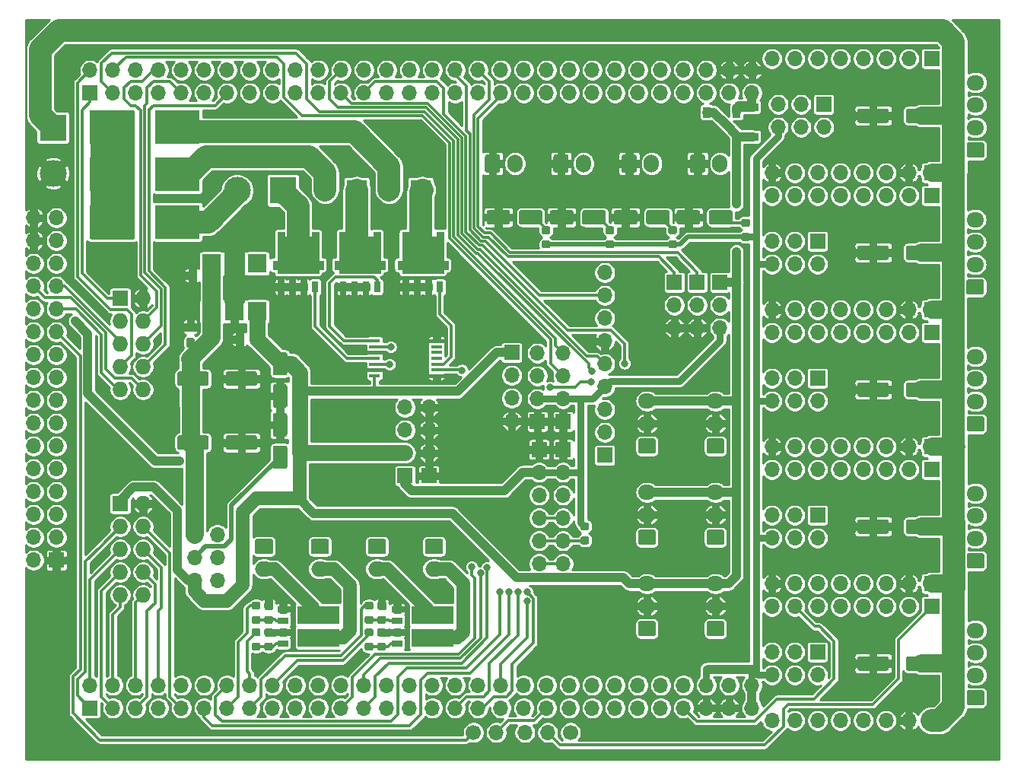
<source format=gtl>
G04 #@! TF.GenerationSoftware,KiCad,Pcbnew,(5.1.5)-3*
G04 #@! TF.CreationDate,2020-05-30T16:59:50+02:00*
G04 #@! TF.ProjectId,RAMPS_STM32F407_TFT_Touch,52414d50-535f-4535-944d-333246343037,rev?*
G04 #@! TF.SameCoordinates,Original*
G04 #@! TF.FileFunction,Copper,L1,Top*
G04 #@! TF.FilePolarity,Positive*
%FSLAX46Y46*%
G04 Gerber Fmt 4.6, Leading zero omitted, Abs format (unit mm)*
G04 Created by KiCad (PCBNEW (5.1.5)-3) date 2020-05-30 16:59:50*
%MOMM*%
%LPD*%
G04 APERTURE LIST*
%ADD10C,0.100000*%
%ADD11O,1.700000X1.700000*%
%ADD12C,1.700000*%
%ADD13R,1.200000X0.900000*%
%ADD14R,0.900000X1.200000*%
%ADD15R,2.100000X2.100000*%
%ADD16R,5.000000X3.810000*%
%ADD17R,1.700000X1.700000*%
%ADD18R,1.200000X0.400000*%
%ADD19R,1.150000X0.700000*%
%ADD20C,0.600000*%
%ADD21R,0.750000X1.250000*%
%ADD22O,2.000000X1.700000*%
%ADD23O,1.950000X1.700000*%
%ADD24O,1.727200X1.727200*%
%ADD25R,1.727200X1.727200*%
%ADD26C,2.300000*%
%ADD27R,2.300000X2.300000*%
%ADD28C,3.000000*%
%ADD29R,3.000000X3.000000*%
%ADD30O,1.700000X2.000000*%
%ADD31C,0.800000*%
%ADD32C,1.200000*%
%ADD33C,1.500000*%
%ADD34C,1.000000*%
%ADD35C,0.300000*%
%ADD36C,0.500000*%
%ADD37C,2.000000*%
%ADD38C,2.500000*%
%ADD39C,1.800000*%
%ADD40C,0.800000*%
%ADD41C,0.254000*%
G04 APERTURE END LIST*
D10*
G36*
X35687000Y-27559000D02*
G01*
X35687000Y-24384000D01*
X36449000Y-24384000D01*
X36449000Y-24892000D01*
X39497000Y-24892000D01*
X39497000Y-24384000D01*
X40259000Y-24384000D01*
X40259000Y-27559000D01*
X40767000Y-27559000D01*
X40767000Y-28511500D01*
X40259000Y-28511500D01*
X40259000Y-28956000D01*
X35687000Y-28956000D01*
X35687000Y-28511500D01*
X35179000Y-28511500D01*
X35179000Y-27559000D01*
X35687000Y-27559000D01*
G37*
X35687000Y-27559000D02*
X35687000Y-24384000D01*
X36449000Y-24384000D01*
X36449000Y-24892000D01*
X39497000Y-24892000D01*
X39497000Y-24384000D01*
X40259000Y-24384000D01*
X40259000Y-27559000D01*
X40767000Y-27559000D01*
X40767000Y-28511500D01*
X40259000Y-28511500D01*
X40259000Y-28956000D01*
X35687000Y-28956000D01*
X35687000Y-28511500D01*
X35179000Y-28511500D01*
X35179000Y-27559000D01*
X35687000Y-27559000D01*
G36*
X42672000Y-27559000D02*
G01*
X42672000Y-24384000D01*
X43434000Y-24384000D01*
X43434000Y-24892000D01*
X46482000Y-24892000D01*
X46482000Y-24384000D01*
X47244000Y-24384000D01*
X47244000Y-27559000D01*
X47752000Y-27559000D01*
X47752000Y-28511500D01*
X47244000Y-28511500D01*
X47244000Y-28956000D01*
X42672000Y-28956000D01*
X42672000Y-28511500D01*
X42164000Y-28511500D01*
X42164000Y-27559000D01*
X42672000Y-27559000D01*
G37*
X42672000Y-27559000D02*
X42672000Y-24384000D01*
X43434000Y-24384000D01*
X43434000Y-24892000D01*
X46482000Y-24892000D01*
X46482000Y-24384000D01*
X47244000Y-24384000D01*
X47244000Y-27559000D01*
X47752000Y-27559000D01*
X47752000Y-28511500D01*
X47244000Y-28511500D01*
X47244000Y-28956000D01*
X42672000Y-28956000D01*
X42672000Y-28511500D01*
X42164000Y-28511500D01*
X42164000Y-27559000D01*
X42672000Y-27559000D01*
G36*
X28813001Y-27567000D02*
G01*
X28813001Y-24392000D01*
X29575001Y-24392000D01*
X29575001Y-24900000D01*
X32623001Y-24900000D01*
X32623001Y-24392000D01*
X33385001Y-24392000D01*
X33385001Y-27567000D01*
X33893001Y-27567000D01*
X33893001Y-28519500D01*
X33385001Y-28519500D01*
X33385001Y-28964000D01*
X28813001Y-28964000D01*
X28813001Y-28519500D01*
X28305001Y-28519500D01*
X28305001Y-27567000D01*
X28813001Y-27567000D01*
G37*
X28813001Y-27567000D02*
X28813001Y-24392000D01*
X29575001Y-24392000D01*
X29575001Y-24900000D01*
X32623001Y-24900000D01*
X32623001Y-24392000D01*
X33385001Y-24392000D01*
X33385001Y-27567000D01*
X33893001Y-27567000D01*
X33893001Y-28519500D01*
X33385001Y-28519500D01*
X33385001Y-28964000D01*
X28813001Y-28964000D01*
X28813001Y-28519500D01*
X28305001Y-28519500D01*
X28305001Y-27567000D01*
X28813001Y-27567000D01*
D11*
X56324500Y-80073500D03*
X58864500Y-80073500D03*
D12*
X61404500Y-80073500D03*
D11*
X53149500Y-80073500D03*
D12*
X50609500Y-80073500D03*
G04 #@! TA.AperFunction,SMDPad,CuDef*
D10*
G36*
X26322504Y-47016704D02*
G01*
X26346773Y-47020304D01*
X26370571Y-47026265D01*
X26393671Y-47034530D01*
X26415849Y-47045020D01*
X26436893Y-47057633D01*
X26456598Y-47072247D01*
X26474777Y-47088723D01*
X26491253Y-47106902D01*
X26505867Y-47126607D01*
X26518480Y-47147651D01*
X26528970Y-47169829D01*
X26537235Y-47192929D01*
X26543196Y-47216727D01*
X26546796Y-47240996D01*
X26548000Y-47265500D01*
X26548000Y-48365500D01*
X26546796Y-48390004D01*
X26543196Y-48414273D01*
X26537235Y-48438071D01*
X26528970Y-48461171D01*
X26518480Y-48483349D01*
X26505867Y-48504393D01*
X26491253Y-48524098D01*
X26474777Y-48542277D01*
X26456598Y-48558753D01*
X26436893Y-48573367D01*
X26415849Y-48585980D01*
X26393671Y-48596470D01*
X26370571Y-48604735D01*
X26346773Y-48610696D01*
X26322504Y-48614296D01*
X26298000Y-48615500D01*
X23298000Y-48615500D01*
X23273496Y-48614296D01*
X23249227Y-48610696D01*
X23225429Y-48604735D01*
X23202329Y-48596470D01*
X23180151Y-48585980D01*
X23159107Y-48573367D01*
X23139402Y-48558753D01*
X23121223Y-48542277D01*
X23104747Y-48524098D01*
X23090133Y-48504393D01*
X23077520Y-48483349D01*
X23067030Y-48461171D01*
X23058765Y-48438071D01*
X23052804Y-48414273D01*
X23049204Y-48390004D01*
X23048000Y-48365500D01*
X23048000Y-47265500D01*
X23049204Y-47240996D01*
X23052804Y-47216727D01*
X23058765Y-47192929D01*
X23067030Y-47169829D01*
X23077520Y-47147651D01*
X23090133Y-47126607D01*
X23104747Y-47106902D01*
X23121223Y-47088723D01*
X23139402Y-47072247D01*
X23159107Y-47057633D01*
X23180151Y-47045020D01*
X23202329Y-47034530D01*
X23225429Y-47026265D01*
X23249227Y-47020304D01*
X23273496Y-47016704D01*
X23298000Y-47015500D01*
X26298000Y-47015500D01*
X26322504Y-47016704D01*
G37*
G04 #@! TD.AperFunction*
G04 #@! TA.AperFunction,SMDPad,CuDef*
G36*
X20922504Y-47016704D02*
G01*
X20946773Y-47020304D01*
X20970571Y-47026265D01*
X20993671Y-47034530D01*
X21015849Y-47045020D01*
X21036893Y-47057633D01*
X21056598Y-47072247D01*
X21074777Y-47088723D01*
X21091253Y-47106902D01*
X21105867Y-47126607D01*
X21118480Y-47147651D01*
X21128970Y-47169829D01*
X21137235Y-47192929D01*
X21143196Y-47216727D01*
X21146796Y-47240996D01*
X21148000Y-47265500D01*
X21148000Y-48365500D01*
X21146796Y-48390004D01*
X21143196Y-48414273D01*
X21137235Y-48438071D01*
X21128970Y-48461171D01*
X21118480Y-48483349D01*
X21105867Y-48504393D01*
X21091253Y-48524098D01*
X21074777Y-48542277D01*
X21056598Y-48558753D01*
X21036893Y-48573367D01*
X21015849Y-48585980D01*
X20993671Y-48596470D01*
X20970571Y-48604735D01*
X20946773Y-48610696D01*
X20922504Y-48614296D01*
X20898000Y-48615500D01*
X17898000Y-48615500D01*
X17873496Y-48614296D01*
X17849227Y-48610696D01*
X17825429Y-48604735D01*
X17802329Y-48596470D01*
X17780151Y-48585980D01*
X17759107Y-48573367D01*
X17739402Y-48558753D01*
X17721223Y-48542277D01*
X17704747Y-48524098D01*
X17690133Y-48504393D01*
X17677520Y-48483349D01*
X17667030Y-48461171D01*
X17658765Y-48438071D01*
X17652804Y-48414273D01*
X17649204Y-48390004D01*
X17648000Y-48365500D01*
X17648000Y-47265500D01*
X17649204Y-47240996D01*
X17652804Y-47216727D01*
X17658765Y-47192929D01*
X17667030Y-47169829D01*
X17677520Y-47147651D01*
X17690133Y-47126607D01*
X17704747Y-47106902D01*
X17721223Y-47088723D01*
X17739402Y-47072247D01*
X17759107Y-47057633D01*
X17780151Y-47045020D01*
X17802329Y-47034530D01*
X17825429Y-47026265D01*
X17849227Y-47020304D01*
X17873496Y-47016704D01*
X17898000Y-47015500D01*
X20898000Y-47015500D01*
X20922504Y-47016704D01*
G37*
G04 #@! TD.AperFunction*
G04 #@! TA.AperFunction,SMDPad,CuDef*
G36*
X26322504Y-39904704D02*
G01*
X26346773Y-39908304D01*
X26370571Y-39914265D01*
X26393671Y-39922530D01*
X26415849Y-39933020D01*
X26436893Y-39945633D01*
X26456598Y-39960247D01*
X26474777Y-39976723D01*
X26491253Y-39994902D01*
X26505867Y-40014607D01*
X26518480Y-40035651D01*
X26528970Y-40057829D01*
X26537235Y-40080929D01*
X26543196Y-40104727D01*
X26546796Y-40128996D01*
X26548000Y-40153500D01*
X26548000Y-41253500D01*
X26546796Y-41278004D01*
X26543196Y-41302273D01*
X26537235Y-41326071D01*
X26528970Y-41349171D01*
X26518480Y-41371349D01*
X26505867Y-41392393D01*
X26491253Y-41412098D01*
X26474777Y-41430277D01*
X26456598Y-41446753D01*
X26436893Y-41461367D01*
X26415849Y-41473980D01*
X26393671Y-41484470D01*
X26370571Y-41492735D01*
X26346773Y-41498696D01*
X26322504Y-41502296D01*
X26298000Y-41503500D01*
X23298000Y-41503500D01*
X23273496Y-41502296D01*
X23249227Y-41498696D01*
X23225429Y-41492735D01*
X23202329Y-41484470D01*
X23180151Y-41473980D01*
X23159107Y-41461367D01*
X23139402Y-41446753D01*
X23121223Y-41430277D01*
X23104747Y-41412098D01*
X23090133Y-41392393D01*
X23077520Y-41371349D01*
X23067030Y-41349171D01*
X23058765Y-41326071D01*
X23052804Y-41302273D01*
X23049204Y-41278004D01*
X23048000Y-41253500D01*
X23048000Y-40153500D01*
X23049204Y-40128996D01*
X23052804Y-40104727D01*
X23058765Y-40080929D01*
X23067030Y-40057829D01*
X23077520Y-40035651D01*
X23090133Y-40014607D01*
X23104747Y-39994902D01*
X23121223Y-39976723D01*
X23139402Y-39960247D01*
X23159107Y-39945633D01*
X23180151Y-39933020D01*
X23202329Y-39922530D01*
X23225429Y-39914265D01*
X23249227Y-39908304D01*
X23273496Y-39904704D01*
X23298000Y-39903500D01*
X26298000Y-39903500D01*
X26322504Y-39904704D01*
G37*
G04 #@! TD.AperFunction*
G04 #@! TA.AperFunction,SMDPad,CuDef*
G36*
X20922504Y-39904704D02*
G01*
X20946773Y-39908304D01*
X20970571Y-39914265D01*
X20993671Y-39922530D01*
X21015849Y-39933020D01*
X21036893Y-39945633D01*
X21056598Y-39960247D01*
X21074777Y-39976723D01*
X21091253Y-39994902D01*
X21105867Y-40014607D01*
X21118480Y-40035651D01*
X21128970Y-40057829D01*
X21137235Y-40080929D01*
X21143196Y-40104727D01*
X21146796Y-40128996D01*
X21148000Y-40153500D01*
X21148000Y-41253500D01*
X21146796Y-41278004D01*
X21143196Y-41302273D01*
X21137235Y-41326071D01*
X21128970Y-41349171D01*
X21118480Y-41371349D01*
X21105867Y-41392393D01*
X21091253Y-41412098D01*
X21074777Y-41430277D01*
X21056598Y-41446753D01*
X21036893Y-41461367D01*
X21015849Y-41473980D01*
X20993671Y-41484470D01*
X20970571Y-41492735D01*
X20946773Y-41498696D01*
X20922504Y-41502296D01*
X20898000Y-41503500D01*
X17898000Y-41503500D01*
X17873496Y-41502296D01*
X17849227Y-41498696D01*
X17825429Y-41492735D01*
X17802329Y-41484470D01*
X17780151Y-41473980D01*
X17759107Y-41461367D01*
X17739402Y-41446753D01*
X17721223Y-41430277D01*
X17704747Y-41412098D01*
X17690133Y-41392393D01*
X17677520Y-41371349D01*
X17667030Y-41349171D01*
X17658765Y-41326071D01*
X17652804Y-41302273D01*
X17649204Y-41278004D01*
X17648000Y-41253500D01*
X17648000Y-40153500D01*
X17649204Y-40128996D01*
X17652804Y-40104727D01*
X17658765Y-40080929D01*
X17667030Y-40057829D01*
X17677520Y-40035651D01*
X17690133Y-40014607D01*
X17704747Y-39994902D01*
X17721223Y-39976723D01*
X17739402Y-39960247D01*
X17759107Y-39945633D01*
X17780151Y-39933020D01*
X17802329Y-39922530D01*
X17825429Y-39914265D01*
X17849227Y-39908304D01*
X17873496Y-39904704D01*
X17898000Y-39903500D01*
X20898000Y-39903500D01*
X20922504Y-39904704D01*
G37*
G04 #@! TD.AperFunction*
G04 #@! TA.AperFunction,SMDPad,CuDef*
G36*
X96614504Y-71591204D02*
G01*
X96638773Y-71594804D01*
X96662571Y-71600765D01*
X96685671Y-71609030D01*
X96707849Y-71619520D01*
X96728893Y-71632133D01*
X96748598Y-71646747D01*
X96766777Y-71663223D01*
X96783253Y-71681402D01*
X96797867Y-71701107D01*
X96810480Y-71722151D01*
X96820970Y-71744329D01*
X96829235Y-71767429D01*
X96835196Y-71791227D01*
X96838796Y-71815496D01*
X96840000Y-71840000D01*
X96840000Y-72940000D01*
X96838796Y-72964504D01*
X96835196Y-72988773D01*
X96829235Y-73012571D01*
X96820970Y-73035671D01*
X96810480Y-73057849D01*
X96797867Y-73078893D01*
X96783253Y-73098598D01*
X96766777Y-73116777D01*
X96748598Y-73133253D01*
X96728893Y-73147867D01*
X96707849Y-73160480D01*
X96685671Y-73170970D01*
X96662571Y-73179235D01*
X96638773Y-73185196D01*
X96614504Y-73188796D01*
X96590000Y-73190000D01*
X93590000Y-73190000D01*
X93565496Y-73188796D01*
X93541227Y-73185196D01*
X93517429Y-73179235D01*
X93494329Y-73170970D01*
X93472151Y-73160480D01*
X93451107Y-73147867D01*
X93431402Y-73133253D01*
X93413223Y-73116777D01*
X93396747Y-73098598D01*
X93382133Y-73078893D01*
X93369520Y-73057849D01*
X93359030Y-73035671D01*
X93350765Y-73012571D01*
X93344804Y-72988773D01*
X93341204Y-72964504D01*
X93340000Y-72940000D01*
X93340000Y-71840000D01*
X93341204Y-71815496D01*
X93344804Y-71791227D01*
X93350765Y-71767429D01*
X93359030Y-71744329D01*
X93369520Y-71722151D01*
X93382133Y-71701107D01*
X93396747Y-71681402D01*
X93413223Y-71663223D01*
X93431402Y-71646747D01*
X93451107Y-71632133D01*
X93472151Y-71619520D01*
X93494329Y-71609030D01*
X93517429Y-71600765D01*
X93541227Y-71594804D01*
X93565496Y-71591204D01*
X93590000Y-71590000D01*
X96590000Y-71590000D01*
X96614504Y-71591204D01*
G37*
G04 #@! TD.AperFunction*
G04 #@! TA.AperFunction,SMDPad,CuDef*
G36*
X102014504Y-71591204D02*
G01*
X102038773Y-71594804D01*
X102062571Y-71600765D01*
X102085671Y-71609030D01*
X102107849Y-71619520D01*
X102128893Y-71632133D01*
X102148598Y-71646747D01*
X102166777Y-71663223D01*
X102183253Y-71681402D01*
X102197867Y-71701107D01*
X102210480Y-71722151D01*
X102220970Y-71744329D01*
X102229235Y-71767429D01*
X102235196Y-71791227D01*
X102238796Y-71815496D01*
X102240000Y-71840000D01*
X102240000Y-72940000D01*
X102238796Y-72964504D01*
X102235196Y-72988773D01*
X102229235Y-73012571D01*
X102220970Y-73035671D01*
X102210480Y-73057849D01*
X102197867Y-73078893D01*
X102183253Y-73098598D01*
X102166777Y-73116777D01*
X102148598Y-73133253D01*
X102128893Y-73147867D01*
X102107849Y-73160480D01*
X102085671Y-73170970D01*
X102062571Y-73179235D01*
X102038773Y-73185196D01*
X102014504Y-73188796D01*
X101990000Y-73190000D01*
X98990000Y-73190000D01*
X98965496Y-73188796D01*
X98941227Y-73185196D01*
X98917429Y-73179235D01*
X98894329Y-73170970D01*
X98872151Y-73160480D01*
X98851107Y-73147867D01*
X98831402Y-73133253D01*
X98813223Y-73116777D01*
X98796747Y-73098598D01*
X98782133Y-73078893D01*
X98769520Y-73057849D01*
X98759030Y-73035671D01*
X98750765Y-73012571D01*
X98744804Y-72988773D01*
X98741204Y-72964504D01*
X98740000Y-72940000D01*
X98740000Y-71840000D01*
X98741204Y-71815496D01*
X98744804Y-71791227D01*
X98750765Y-71767429D01*
X98759030Y-71744329D01*
X98769520Y-71722151D01*
X98782133Y-71701107D01*
X98796747Y-71681402D01*
X98813223Y-71663223D01*
X98831402Y-71646747D01*
X98851107Y-71632133D01*
X98872151Y-71619520D01*
X98894329Y-71609030D01*
X98917429Y-71600765D01*
X98941227Y-71594804D01*
X98965496Y-71591204D01*
X98990000Y-71590000D01*
X101990000Y-71590000D01*
X102014504Y-71591204D01*
G37*
G04 #@! TD.AperFunction*
G04 #@! TA.AperFunction,SMDPad,CuDef*
G36*
X96614504Y-56351204D02*
G01*
X96638773Y-56354804D01*
X96662571Y-56360765D01*
X96685671Y-56369030D01*
X96707849Y-56379520D01*
X96728893Y-56392133D01*
X96748598Y-56406747D01*
X96766777Y-56423223D01*
X96783253Y-56441402D01*
X96797867Y-56461107D01*
X96810480Y-56482151D01*
X96820970Y-56504329D01*
X96829235Y-56527429D01*
X96835196Y-56551227D01*
X96838796Y-56575496D01*
X96840000Y-56600000D01*
X96840000Y-57700000D01*
X96838796Y-57724504D01*
X96835196Y-57748773D01*
X96829235Y-57772571D01*
X96820970Y-57795671D01*
X96810480Y-57817849D01*
X96797867Y-57838893D01*
X96783253Y-57858598D01*
X96766777Y-57876777D01*
X96748598Y-57893253D01*
X96728893Y-57907867D01*
X96707849Y-57920480D01*
X96685671Y-57930970D01*
X96662571Y-57939235D01*
X96638773Y-57945196D01*
X96614504Y-57948796D01*
X96590000Y-57950000D01*
X93590000Y-57950000D01*
X93565496Y-57948796D01*
X93541227Y-57945196D01*
X93517429Y-57939235D01*
X93494329Y-57930970D01*
X93472151Y-57920480D01*
X93451107Y-57907867D01*
X93431402Y-57893253D01*
X93413223Y-57876777D01*
X93396747Y-57858598D01*
X93382133Y-57838893D01*
X93369520Y-57817849D01*
X93359030Y-57795671D01*
X93350765Y-57772571D01*
X93344804Y-57748773D01*
X93341204Y-57724504D01*
X93340000Y-57700000D01*
X93340000Y-56600000D01*
X93341204Y-56575496D01*
X93344804Y-56551227D01*
X93350765Y-56527429D01*
X93359030Y-56504329D01*
X93369520Y-56482151D01*
X93382133Y-56461107D01*
X93396747Y-56441402D01*
X93413223Y-56423223D01*
X93431402Y-56406747D01*
X93451107Y-56392133D01*
X93472151Y-56379520D01*
X93494329Y-56369030D01*
X93517429Y-56360765D01*
X93541227Y-56354804D01*
X93565496Y-56351204D01*
X93590000Y-56350000D01*
X96590000Y-56350000D01*
X96614504Y-56351204D01*
G37*
G04 #@! TD.AperFunction*
G04 #@! TA.AperFunction,SMDPad,CuDef*
G36*
X102014504Y-56351204D02*
G01*
X102038773Y-56354804D01*
X102062571Y-56360765D01*
X102085671Y-56369030D01*
X102107849Y-56379520D01*
X102128893Y-56392133D01*
X102148598Y-56406747D01*
X102166777Y-56423223D01*
X102183253Y-56441402D01*
X102197867Y-56461107D01*
X102210480Y-56482151D01*
X102220970Y-56504329D01*
X102229235Y-56527429D01*
X102235196Y-56551227D01*
X102238796Y-56575496D01*
X102240000Y-56600000D01*
X102240000Y-57700000D01*
X102238796Y-57724504D01*
X102235196Y-57748773D01*
X102229235Y-57772571D01*
X102220970Y-57795671D01*
X102210480Y-57817849D01*
X102197867Y-57838893D01*
X102183253Y-57858598D01*
X102166777Y-57876777D01*
X102148598Y-57893253D01*
X102128893Y-57907867D01*
X102107849Y-57920480D01*
X102085671Y-57930970D01*
X102062571Y-57939235D01*
X102038773Y-57945196D01*
X102014504Y-57948796D01*
X101990000Y-57950000D01*
X98990000Y-57950000D01*
X98965496Y-57948796D01*
X98941227Y-57945196D01*
X98917429Y-57939235D01*
X98894329Y-57930970D01*
X98872151Y-57920480D01*
X98851107Y-57907867D01*
X98831402Y-57893253D01*
X98813223Y-57876777D01*
X98796747Y-57858598D01*
X98782133Y-57838893D01*
X98769520Y-57817849D01*
X98759030Y-57795671D01*
X98750765Y-57772571D01*
X98744804Y-57748773D01*
X98741204Y-57724504D01*
X98740000Y-57700000D01*
X98740000Y-56600000D01*
X98741204Y-56575496D01*
X98744804Y-56551227D01*
X98750765Y-56527429D01*
X98759030Y-56504329D01*
X98769520Y-56482151D01*
X98782133Y-56461107D01*
X98796747Y-56441402D01*
X98813223Y-56423223D01*
X98831402Y-56406747D01*
X98851107Y-56392133D01*
X98872151Y-56379520D01*
X98894329Y-56369030D01*
X98917429Y-56360765D01*
X98941227Y-56354804D01*
X98965496Y-56351204D01*
X98990000Y-56350000D01*
X101990000Y-56350000D01*
X102014504Y-56351204D01*
G37*
G04 #@! TD.AperFunction*
G04 #@! TA.AperFunction,SMDPad,CuDef*
G36*
X96614504Y-41111204D02*
G01*
X96638773Y-41114804D01*
X96662571Y-41120765D01*
X96685671Y-41129030D01*
X96707849Y-41139520D01*
X96728893Y-41152133D01*
X96748598Y-41166747D01*
X96766777Y-41183223D01*
X96783253Y-41201402D01*
X96797867Y-41221107D01*
X96810480Y-41242151D01*
X96820970Y-41264329D01*
X96829235Y-41287429D01*
X96835196Y-41311227D01*
X96838796Y-41335496D01*
X96840000Y-41360000D01*
X96840000Y-42460000D01*
X96838796Y-42484504D01*
X96835196Y-42508773D01*
X96829235Y-42532571D01*
X96820970Y-42555671D01*
X96810480Y-42577849D01*
X96797867Y-42598893D01*
X96783253Y-42618598D01*
X96766777Y-42636777D01*
X96748598Y-42653253D01*
X96728893Y-42667867D01*
X96707849Y-42680480D01*
X96685671Y-42690970D01*
X96662571Y-42699235D01*
X96638773Y-42705196D01*
X96614504Y-42708796D01*
X96590000Y-42710000D01*
X93590000Y-42710000D01*
X93565496Y-42708796D01*
X93541227Y-42705196D01*
X93517429Y-42699235D01*
X93494329Y-42690970D01*
X93472151Y-42680480D01*
X93451107Y-42667867D01*
X93431402Y-42653253D01*
X93413223Y-42636777D01*
X93396747Y-42618598D01*
X93382133Y-42598893D01*
X93369520Y-42577849D01*
X93359030Y-42555671D01*
X93350765Y-42532571D01*
X93344804Y-42508773D01*
X93341204Y-42484504D01*
X93340000Y-42460000D01*
X93340000Y-41360000D01*
X93341204Y-41335496D01*
X93344804Y-41311227D01*
X93350765Y-41287429D01*
X93359030Y-41264329D01*
X93369520Y-41242151D01*
X93382133Y-41221107D01*
X93396747Y-41201402D01*
X93413223Y-41183223D01*
X93431402Y-41166747D01*
X93451107Y-41152133D01*
X93472151Y-41139520D01*
X93494329Y-41129030D01*
X93517429Y-41120765D01*
X93541227Y-41114804D01*
X93565496Y-41111204D01*
X93590000Y-41110000D01*
X96590000Y-41110000D01*
X96614504Y-41111204D01*
G37*
G04 #@! TD.AperFunction*
G04 #@! TA.AperFunction,SMDPad,CuDef*
G36*
X102014504Y-41111204D02*
G01*
X102038773Y-41114804D01*
X102062571Y-41120765D01*
X102085671Y-41129030D01*
X102107849Y-41139520D01*
X102128893Y-41152133D01*
X102148598Y-41166747D01*
X102166777Y-41183223D01*
X102183253Y-41201402D01*
X102197867Y-41221107D01*
X102210480Y-41242151D01*
X102220970Y-41264329D01*
X102229235Y-41287429D01*
X102235196Y-41311227D01*
X102238796Y-41335496D01*
X102240000Y-41360000D01*
X102240000Y-42460000D01*
X102238796Y-42484504D01*
X102235196Y-42508773D01*
X102229235Y-42532571D01*
X102220970Y-42555671D01*
X102210480Y-42577849D01*
X102197867Y-42598893D01*
X102183253Y-42618598D01*
X102166777Y-42636777D01*
X102148598Y-42653253D01*
X102128893Y-42667867D01*
X102107849Y-42680480D01*
X102085671Y-42690970D01*
X102062571Y-42699235D01*
X102038773Y-42705196D01*
X102014504Y-42708796D01*
X101990000Y-42710000D01*
X98990000Y-42710000D01*
X98965496Y-42708796D01*
X98941227Y-42705196D01*
X98917429Y-42699235D01*
X98894329Y-42690970D01*
X98872151Y-42680480D01*
X98851107Y-42667867D01*
X98831402Y-42653253D01*
X98813223Y-42636777D01*
X98796747Y-42618598D01*
X98782133Y-42598893D01*
X98769520Y-42577849D01*
X98759030Y-42555671D01*
X98750765Y-42532571D01*
X98744804Y-42508773D01*
X98741204Y-42484504D01*
X98740000Y-42460000D01*
X98740000Y-41360000D01*
X98741204Y-41335496D01*
X98744804Y-41311227D01*
X98750765Y-41287429D01*
X98759030Y-41264329D01*
X98769520Y-41242151D01*
X98782133Y-41221107D01*
X98796747Y-41201402D01*
X98813223Y-41183223D01*
X98831402Y-41166747D01*
X98851107Y-41152133D01*
X98872151Y-41139520D01*
X98894329Y-41129030D01*
X98917429Y-41120765D01*
X98941227Y-41114804D01*
X98965496Y-41111204D01*
X98990000Y-41110000D01*
X101990000Y-41110000D01*
X102014504Y-41111204D01*
G37*
G04 #@! TD.AperFunction*
G04 #@! TA.AperFunction,SMDPad,CuDef*
G36*
X96614504Y-25871204D02*
G01*
X96638773Y-25874804D01*
X96662571Y-25880765D01*
X96685671Y-25889030D01*
X96707849Y-25899520D01*
X96728893Y-25912133D01*
X96748598Y-25926747D01*
X96766777Y-25943223D01*
X96783253Y-25961402D01*
X96797867Y-25981107D01*
X96810480Y-26002151D01*
X96820970Y-26024329D01*
X96829235Y-26047429D01*
X96835196Y-26071227D01*
X96838796Y-26095496D01*
X96840000Y-26120000D01*
X96840000Y-27220000D01*
X96838796Y-27244504D01*
X96835196Y-27268773D01*
X96829235Y-27292571D01*
X96820970Y-27315671D01*
X96810480Y-27337849D01*
X96797867Y-27358893D01*
X96783253Y-27378598D01*
X96766777Y-27396777D01*
X96748598Y-27413253D01*
X96728893Y-27427867D01*
X96707849Y-27440480D01*
X96685671Y-27450970D01*
X96662571Y-27459235D01*
X96638773Y-27465196D01*
X96614504Y-27468796D01*
X96590000Y-27470000D01*
X93590000Y-27470000D01*
X93565496Y-27468796D01*
X93541227Y-27465196D01*
X93517429Y-27459235D01*
X93494329Y-27450970D01*
X93472151Y-27440480D01*
X93451107Y-27427867D01*
X93431402Y-27413253D01*
X93413223Y-27396777D01*
X93396747Y-27378598D01*
X93382133Y-27358893D01*
X93369520Y-27337849D01*
X93359030Y-27315671D01*
X93350765Y-27292571D01*
X93344804Y-27268773D01*
X93341204Y-27244504D01*
X93340000Y-27220000D01*
X93340000Y-26120000D01*
X93341204Y-26095496D01*
X93344804Y-26071227D01*
X93350765Y-26047429D01*
X93359030Y-26024329D01*
X93369520Y-26002151D01*
X93382133Y-25981107D01*
X93396747Y-25961402D01*
X93413223Y-25943223D01*
X93431402Y-25926747D01*
X93451107Y-25912133D01*
X93472151Y-25899520D01*
X93494329Y-25889030D01*
X93517429Y-25880765D01*
X93541227Y-25874804D01*
X93565496Y-25871204D01*
X93590000Y-25870000D01*
X96590000Y-25870000D01*
X96614504Y-25871204D01*
G37*
G04 #@! TD.AperFunction*
G04 #@! TA.AperFunction,SMDPad,CuDef*
G36*
X102014504Y-25871204D02*
G01*
X102038773Y-25874804D01*
X102062571Y-25880765D01*
X102085671Y-25889030D01*
X102107849Y-25899520D01*
X102128893Y-25912133D01*
X102148598Y-25926747D01*
X102166777Y-25943223D01*
X102183253Y-25961402D01*
X102197867Y-25981107D01*
X102210480Y-26002151D01*
X102220970Y-26024329D01*
X102229235Y-26047429D01*
X102235196Y-26071227D01*
X102238796Y-26095496D01*
X102240000Y-26120000D01*
X102240000Y-27220000D01*
X102238796Y-27244504D01*
X102235196Y-27268773D01*
X102229235Y-27292571D01*
X102220970Y-27315671D01*
X102210480Y-27337849D01*
X102197867Y-27358893D01*
X102183253Y-27378598D01*
X102166777Y-27396777D01*
X102148598Y-27413253D01*
X102128893Y-27427867D01*
X102107849Y-27440480D01*
X102085671Y-27450970D01*
X102062571Y-27459235D01*
X102038773Y-27465196D01*
X102014504Y-27468796D01*
X101990000Y-27470000D01*
X98990000Y-27470000D01*
X98965496Y-27468796D01*
X98941227Y-27465196D01*
X98917429Y-27459235D01*
X98894329Y-27450970D01*
X98872151Y-27440480D01*
X98851107Y-27427867D01*
X98831402Y-27413253D01*
X98813223Y-27396777D01*
X98796747Y-27378598D01*
X98782133Y-27358893D01*
X98769520Y-27337849D01*
X98759030Y-27315671D01*
X98750765Y-27292571D01*
X98744804Y-27268773D01*
X98741204Y-27244504D01*
X98740000Y-27220000D01*
X98740000Y-26120000D01*
X98741204Y-26095496D01*
X98744804Y-26071227D01*
X98750765Y-26047429D01*
X98759030Y-26024329D01*
X98769520Y-26002151D01*
X98782133Y-25981107D01*
X98796747Y-25961402D01*
X98813223Y-25943223D01*
X98831402Y-25926747D01*
X98851107Y-25912133D01*
X98872151Y-25899520D01*
X98894329Y-25889030D01*
X98917429Y-25880765D01*
X98941227Y-25874804D01*
X98965496Y-25871204D01*
X98990000Y-25870000D01*
X101990000Y-25870000D01*
X102014504Y-25871204D01*
G37*
G04 #@! TD.AperFunction*
G04 #@! TA.AperFunction,SMDPad,CuDef*
G36*
X96614504Y-10631204D02*
G01*
X96638773Y-10634804D01*
X96662571Y-10640765D01*
X96685671Y-10649030D01*
X96707849Y-10659520D01*
X96728893Y-10672133D01*
X96748598Y-10686747D01*
X96766777Y-10703223D01*
X96783253Y-10721402D01*
X96797867Y-10741107D01*
X96810480Y-10762151D01*
X96820970Y-10784329D01*
X96829235Y-10807429D01*
X96835196Y-10831227D01*
X96838796Y-10855496D01*
X96840000Y-10880000D01*
X96840000Y-11980000D01*
X96838796Y-12004504D01*
X96835196Y-12028773D01*
X96829235Y-12052571D01*
X96820970Y-12075671D01*
X96810480Y-12097849D01*
X96797867Y-12118893D01*
X96783253Y-12138598D01*
X96766777Y-12156777D01*
X96748598Y-12173253D01*
X96728893Y-12187867D01*
X96707849Y-12200480D01*
X96685671Y-12210970D01*
X96662571Y-12219235D01*
X96638773Y-12225196D01*
X96614504Y-12228796D01*
X96590000Y-12230000D01*
X93590000Y-12230000D01*
X93565496Y-12228796D01*
X93541227Y-12225196D01*
X93517429Y-12219235D01*
X93494329Y-12210970D01*
X93472151Y-12200480D01*
X93451107Y-12187867D01*
X93431402Y-12173253D01*
X93413223Y-12156777D01*
X93396747Y-12138598D01*
X93382133Y-12118893D01*
X93369520Y-12097849D01*
X93359030Y-12075671D01*
X93350765Y-12052571D01*
X93344804Y-12028773D01*
X93341204Y-12004504D01*
X93340000Y-11980000D01*
X93340000Y-10880000D01*
X93341204Y-10855496D01*
X93344804Y-10831227D01*
X93350765Y-10807429D01*
X93359030Y-10784329D01*
X93369520Y-10762151D01*
X93382133Y-10741107D01*
X93396747Y-10721402D01*
X93413223Y-10703223D01*
X93431402Y-10686747D01*
X93451107Y-10672133D01*
X93472151Y-10659520D01*
X93494329Y-10649030D01*
X93517429Y-10640765D01*
X93541227Y-10634804D01*
X93565496Y-10631204D01*
X93590000Y-10630000D01*
X96590000Y-10630000D01*
X96614504Y-10631204D01*
G37*
G04 #@! TD.AperFunction*
G04 #@! TA.AperFunction,SMDPad,CuDef*
G36*
X102014504Y-10631204D02*
G01*
X102038773Y-10634804D01*
X102062571Y-10640765D01*
X102085671Y-10649030D01*
X102107849Y-10659520D01*
X102128893Y-10672133D01*
X102148598Y-10686747D01*
X102166777Y-10703223D01*
X102183253Y-10721402D01*
X102197867Y-10741107D01*
X102210480Y-10762151D01*
X102220970Y-10784329D01*
X102229235Y-10807429D01*
X102235196Y-10831227D01*
X102238796Y-10855496D01*
X102240000Y-10880000D01*
X102240000Y-11980000D01*
X102238796Y-12004504D01*
X102235196Y-12028773D01*
X102229235Y-12052571D01*
X102220970Y-12075671D01*
X102210480Y-12097849D01*
X102197867Y-12118893D01*
X102183253Y-12138598D01*
X102166777Y-12156777D01*
X102148598Y-12173253D01*
X102128893Y-12187867D01*
X102107849Y-12200480D01*
X102085671Y-12210970D01*
X102062571Y-12219235D01*
X102038773Y-12225196D01*
X102014504Y-12228796D01*
X101990000Y-12230000D01*
X98990000Y-12230000D01*
X98965496Y-12228796D01*
X98941227Y-12225196D01*
X98917429Y-12219235D01*
X98894329Y-12210970D01*
X98872151Y-12200480D01*
X98851107Y-12187867D01*
X98831402Y-12173253D01*
X98813223Y-12156777D01*
X98796747Y-12138598D01*
X98782133Y-12118893D01*
X98769520Y-12097849D01*
X98759030Y-12075671D01*
X98750765Y-12052571D01*
X98744804Y-12028773D01*
X98741204Y-12004504D01*
X98740000Y-11980000D01*
X98740000Y-10880000D01*
X98741204Y-10855496D01*
X98744804Y-10831227D01*
X98750765Y-10807429D01*
X98759030Y-10784329D01*
X98769520Y-10762151D01*
X98782133Y-10741107D01*
X98796747Y-10721402D01*
X98813223Y-10703223D01*
X98831402Y-10686747D01*
X98851107Y-10672133D01*
X98872151Y-10659520D01*
X98894329Y-10649030D01*
X98917429Y-10640765D01*
X98941227Y-10634804D01*
X98965496Y-10631204D01*
X98990000Y-10630000D01*
X101990000Y-10630000D01*
X102014504Y-10631204D01*
G37*
G04 #@! TD.AperFunction*
G04 #@! TA.AperFunction,SMDPad,CuDef*
G36*
X54456004Y-21934204D02*
G01*
X54480273Y-21937804D01*
X54504071Y-21943765D01*
X54527171Y-21952030D01*
X54549349Y-21962520D01*
X54570393Y-21975133D01*
X54590098Y-21989747D01*
X54608277Y-22006223D01*
X54624753Y-22024402D01*
X54639367Y-22044107D01*
X54651980Y-22065151D01*
X54662470Y-22087329D01*
X54670735Y-22110429D01*
X54676696Y-22134227D01*
X54680296Y-22158496D01*
X54681500Y-22183000D01*
X54681500Y-23283000D01*
X54680296Y-23307504D01*
X54676696Y-23331773D01*
X54670735Y-23355571D01*
X54662470Y-23378671D01*
X54651980Y-23400849D01*
X54639367Y-23421893D01*
X54624753Y-23441598D01*
X54608277Y-23459777D01*
X54590098Y-23476253D01*
X54570393Y-23490867D01*
X54549349Y-23503480D01*
X54527171Y-23513970D01*
X54504071Y-23522235D01*
X54480273Y-23528196D01*
X54456004Y-23531796D01*
X54431500Y-23533000D01*
X52331500Y-23533000D01*
X52306996Y-23531796D01*
X52282727Y-23528196D01*
X52258929Y-23522235D01*
X52235829Y-23513970D01*
X52213651Y-23503480D01*
X52192607Y-23490867D01*
X52172902Y-23476253D01*
X52154723Y-23459777D01*
X52138247Y-23441598D01*
X52123633Y-23421893D01*
X52111020Y-23400849D01*
X52100530Y-23378671D01*
X52092265Y-23355571D01*
X52086304Y-23331773D01*
X52082704Y-23307504D01*
X52081500Y-23283000D01*
X52081500Y-22183000D01*
X52082704Y-22158496D01*
X52086304Y-22134227D01*
X52092265Y-22110429D01*
X52100530Y-22087329D01*
X52111020Y-22065151D01*
X52123633Y-22044107D01*
X52138247Y-22024402D01*
X52154723Y-22006223D01*
X52172902Y-21989747D01*
X52192607Y-21975133D01*
X52213651Y-21962520D01*
X52235829Y-21952030D01*
X52258929Y-21943765D01*
X52282727Y-21937804D01*
X52306996Y-21934204D01*
X52331500Y-21933000D01*
X54431500Y-21933000D01*
X54456004Y-21934204D01*
G37*
G04 #@! TD.AperFunction*
G04 #@! TA.AperFunction,SMDPad,CuDef*
G36*
X58056004Y-21934204D02*
G01*
X58080273Y-21937804D01*
X58104071Y-21943765D01*
X58127171Y-21952030D01*
X58149349Y-21962520D01*
X58170393Y-21975133D01*
X58190098Y-21989747D01*
X58208277Y-22006223D01*
X58224753Y-22024402D01*
X58239367Y-22044107D01*
X58251980Y-22065151D01*
X58262470Y-22087329D01*
X58270735Y-22110429D01*
X58276696Y-22134227D01*
X58280296Y-22158496D01*
X58281500Y-22183000D01*
X58281500Y-23283000D01*
X58280296Y-23307504D01*
X58276696Y-23331773D01*
X58270735Y-23355571D01*
X58262470Y-23378671D01*
X58251980Y-23400849D01*
X58239367Y-23421893D01*
X58224753Y-23441598D01*
X58208277Y-23459777D01*
X58190098Y-23476253D01*
X58170393Y-23490867D01*
X58149349Y-23503480D01*
X58127171Y-23513970D01*
X58104071Y-23522235D01*
X58080273Y-23528196D01*
X58056004Y-23531796D01*
X58031500Y-23533000D01*
X55931500Y-23533000D01*
X55906996Y-23531796D01*
X55882727Y-23528196D01*
X55858929Y-23522235D01*
X55835829Y-23513970D01*
X55813651Y-23503480D01*
X55792607Y-23490867D01*
X55772902Y-23476253D01*
X55754723Y-23459777D01*
X55738247Y-23441598D01*
X55723633Y-23421893D01*
X55711020Y-23400849D01*
X55700530Y-23378671D01*
X55692265Y-23355571D01*
X55686304Y-23331773D01*
X55682704Y-23307504D01*
X55681500Y-23283000D01*
X55681500Y-22183000D01*
X55682704Y-22158496D01*
X55686304Y-22134227D01*
X55692265Y-22110429D01*
X55700530Y-22087329D01*
X55711020Y-22065151D01*
X55723633Y-22044107D01*
X55738247Y-22024402D01*
X55754723Y-22006223D01*
X55772902Y-21989747D01*
X55792607Y-21975133D01*
X55813651Y-21962520D01*
X55835829Y-21952030D01*
X55858929Y-21943765D01*
X55882727Y-21937804D01*
X55906996Y-21934204D01*
X55931500Y-21933000D01*
X58031500Y-21933000D01*
X58056004Y-21934204D01*
G37*
G04 #@! TD.AperFunction*
G04 #@! TA.AperFunction,SMDPad,CuDef*
G36*
X61504504Y-21934204D02*
G01*
X61528773Y-21937804D01*
X61552571Y-21943765D01*
X61575671Y-21952030D01*
X61597849Y-21962520D01*
X61618893Y-21975133D01*
X61638598Y-21989747D01*
X61656777Y-22006223D01*
X61673253Y-22024402D01*
X61687867Y-22044107D01*
X61700480Y-22065151D01*
X61710970Y-22087329D01*
X61719235Y-22110429D01*
X61725196Y-22134227D01*
X61728796Y-22158496D01*
X61730000Y-22183000D01*
X61730000Y-23283000D01*
X61728796Y-23307504D01*
X61725196Y-23331773D01*
X61719235Y-23355571D01*
X61710970Y-23378671D01*
X61700480Y-23400849D01*
X61687867Y-23421893D01*
X61673253Y-23441598D01*
X61656777Y-23459777D01*
X61638598Y-23476253D01*
X61618893Y-23490867D01*
X61597849Y-23503480D01*
X61575671Y-23513970D01*
X61552571Y-23522235D01*
X61528773Y-23528196D01*
X61504504Y-23531796D01*
X61480000Y-23533000D01*
X59380000Y-23533000D01*
X59355496Y-23531796D01*
X59331227Y-23528196D01*
X59307429Y-23522235D01*
X59284329Y-23513970D01*
X59262151Y-23503480D01*
X59241107Y-23490867D01*
X59221402Y-23476253D01*
X59203223Y-23459777D01*
X59186747Y-23441598D01*
X59172133Y-23421893D01*
X59159520Y-23400849D01*
X59149030Y-23378671D01*
X59140765Y-23355571D01*
X59134804Y-23331773D01*
X59131204Y-23307504D01*
X59130000Y-23283000D01*
X59130000Y-22183000D01*
X59131204Y-22158496D01*
X59134804Y-22134227D01*
X59140765Y-22110429D01*
X59149030Y-22087329D01*
X59159520Y-22065151D01*
X59172133Y-22044107D01*
X59186747Y-22024402D01*
X59203223Y-22006223D01*
X59221402Y-21989747D01*
X59241107Y-21975133D01*
X59262151Y-21962520D01*
X59284329Y-21952030D01*
X59307429Y-21943765D01*
X59331227Y-21937804D01*
X59355496Y-21934204D01*
X59380000Y-21933000D01*
X61480000Y-21933000D01*
X61504504Y-21934204D01*
G37*
G04 #@! TD.AperFunction*
G04 #@! TA.AperFunction,SMDPad,CuDef*
G36*
X65104504Y-21934204D02*
G01*
X65128773Y-21937804D01*
X65152571Y-21943765D01*
X65175671Y-21952030D01*
X65197849Y-21962520D01*
X65218893Y-21975133D01*
X65238598Y-21989747D01*
X65256777Y-22006223D01*
X65273253Y-22024402D01*
X65287867Y-22044107D01*
X65300480Y-22065151D01*
X65310970Y-22087329D01*
X65319235Y-22110429D01*
X65325196Y-22134227D01*
X65328796Y-22158496D01*
X65330000Y-22183000D01*
X65330000Y-23283000D01*
X65328796Y-23307504D01*
X65325196Y-23331773D01*
X65319235Y-23355571D01*
X65310970Y-23378671D01*
X65300480Y-23400849D01*
X65287867Y-23421893D01*
X65273253Y-23441598D01*
X65256777Y-23459777D01*
X65238598Y-23476253D01*
X65218893Y-23490867D01*
X65197849Y-23503480D01*
X65175671Y-23513970D01*
X65152571Y-23522235D01*
X65128773Y-23528196D01*
X65104504Y-23531796D01*
X65080000Y-23533000D01*
X62980000Y-23533000D01*
X62955496Y-23531796D01*
X62931227Y-23528196D01*
X62907429Y-23522235D01*
X62884329Y-23513970D01*
X62862151Y-23503480D01*
X62841107Y-23490867D01*
X62821402Y-23476253D01*
X62803223Y-23459777D01*
X62786747Y-23441598D01*
X62772133Y-23421893D01*
X62759520Y-23400849D01*
X62749030Y-23378671D01*
X62740765Y-23355571D01*
X62734804Y-23331773D01*
X62731204Y-23307504D01*
X62730000Y-23283000D01*
X62730000Y-22183000D01*
X62731204Y-22158496D01*
X62734804Y-22134227D01*
X62740765Y-22110429D01*
X62749030Y-22087329D01*
X62759520Y-22065151D01*
X62772133Y-22044107D01*
X62786747Y-22024402D01*
X62803223Y-22006223D01*
X62821402Y-21989747D01*
X62841107Y-21975133D01*
X62862151Y-21962520D01*
X62884329Y-21952030D01*
X62907429Y-21943765D01*
X62931227Y-21937804D01*
X62955496Y-21934204D01*
X62980000Y-21933000D01*
X65080000Y-21933000D01*
X65104504Y-21934204D01*
G37*
G04 #@! TD.AperFunction*
G04 #@! TA.AperFunction,SMDPad,CuDef*
G36*
X68616504Y-21934204D02*
G01*
X68640773Y-21937804D01*
X68664571Y-21943765D01*
X68687671Y-21952030D01*
X68709849Y-21962520D01*
X68730893Y-21975133D01*
X68750598Y-21989747D01*
X68768777Y-22006223D01*
X68785253Y-22024402D01*
X68799867Y-22044107D01*
X68812480Y-22065151D01*
X68822970Y-22087329D01*
X68831235Y-22110429D01*
X68837196Y-22134227D01*
X68840796Y-22158496D01*
X68842000Y-22183000D01*
X68842000Y-23283000D01*
X68840796Y-23307504D01*
X68837196Y-23331773D01*
X68831235Y-23355571D01*
X68822970Y-23378671D01*
X68812480Y-23400849D01*
X68799867Y-23421893D01*
X68785253Y-23441598D01*
X68768777Y-23459777D01*
X68750598Y-23476253D01*
X68730893Y-23490867D01*
X68709849Y-23503480D01*
X68687671Y-23513970D01*
X68664571Y-23522235D01*
X68640773Y-23528196D01*
X68616504Y-23531796D01*
X68592000Y-23533000D01*
X66492000Y-23533000D01*
X66467496Y-23531796D01*
X66443227Y-23528196D01*
X66419429Y-23522235D01*
X66396329Y-23513970D01*
X66374151Y-23503480D01*
X66353107Y-23490867D01*
X66333402Y-23476253D01*
X66315223Y-23459777D01*
X66298747Y-23441598D01*
X66284133Y-23421893D01*
X66271520Y-23400849D01*
X66261030Y-23378671D01*
X66252765Y-23355571D01*
X66246804Y-23331773D01*
X66243204Y-23307504D01*
X66242000Y-23283000D01*
X66242000Y-22183000D01*
X66243204Y-22158496D01*
X66246804Y-22134227D01*
X66252765Y-22110429D01*
X66261030Y-22087329D01*
X66271520Y-22065151D01*
X66284133Y-22044107D01*
X66298747Y-22024402D01*
X66315223Y-22006223D01*
X66333402Y-21989747D01*
X66353107Y-21975133D01*
X66374151Y-21962520D01*
X66396329Y-21952030D01*
X66419429Y-21943765D01*
X66443227Y-21937804D01*
X66467496Y-21934204D01*
X66492000Y-21933000D01*
X68592000Y-21933000D01*
X68616504Y-21934204D01*
G37*
G04 #@! TD.AperFunction*
G04 #@! TA.AperFunction,SMDPad,CuDef*
G36*
X72216504Y-21934204D02*
G01*
X72240773Y-21937804D01*
X72264571Y-21943765D01*
X72287671Y-21952030D01*
X72309849Y-21962520D01*
X72330893Y-21975133D01*
X72350598Y-21989747D01*
X72368777Y-22006223D01*
X72385253Y-22024402D01*
X72399867Y-22044107D01*
X72412480Y-22065151D01*
X72422970Y-22087329D01*
X72431235Y-22110429D01*
X72437196Y-22134227D01*
X72440796Y-22158496D01*
X72442000Y-22183000D01*
X72442000Y-23283000D01*
X72440796Y-23307504D01*
X72437196Y-23331773D01*
X72431235Y-23355571D01*
X72422970Y-23378671D01*
X72412480Y-23400849D01*
X72399867Y-23421893D01*
X72385253Y-23441598D01*
X72368777Y-23459777D01*
X72350598Y-23476253D01*
X72330893Y-23490867D01*
X72309849Y-23503480D01*
X72287671Y-23513970D01*
X72264571Y-23522235D01*
X72240773Y-23528196D01*
X72216504Y-23531796D01*
X72192000Y-23533000D01*
X70092000Y-23533000D01*
X70067496Y-23531796D01*
X70043227Y-23528196D01*
X70019429Y-23522235D01*
X69996329Y-23513970D01*
X69974151Y-23503480D01*
X69953107Y-23490867D01*
X69933402Y-23476253D01*
X69915223Y-23459777D01*
X69898747Y-23441598D01*
X69884133Y-23421893D01*
X69871520Y-23400849D01*
X69861030Y-23378671D01*
X69852765Y-23355571D01*
X69846804Y-23331773D01*
X69843204Y-23307504D01*
X69842000Y-23283000D01*
X69842000Y-22183000D01*
X69843204Y-22158496D01*
X69846804Y-22134227D01*
X69852765Y-22110429D01*
X69861030Y-22087329D01*
X69871520Y-22065151D01*
X69884133Y-22044107D01*
X69898747Y-22024402D01*
X69915223Y-22006223D01*
X69933402Y-21989747D01*
X69953107Y-21975133D01*
X69974151Y-21962520D01*
X69996329Y-21952030D01*
X70019429Y-21943765D01*
X70043227Y-21937804D01*
X70067496Y-21934204D01*
X70092000Y-21933000D01*
X72192000Y-21933000D01*
X72216504Y-21934204D01*
G37*
G04 #@! TD.AperFunction*
G04 #@! TA.AperFunction,SMDPad,CuDef*
G36*
X75601504Y-21934204D02*
G01*
X75625773Y-21937804D01*
X75649571Y-21943765D01*
X75672671Y-21952030D01*
X75694849Y-21962520D01*
X75715893Y-21975133D01*
X75735598Y-21989747D01*
X75753777Y-22006223D01*
X75770253Y-22024402D01*
X75784867Y-22044107D01*
X75797480Y-22065151D01*
X75807970Y-22087329D01*
X75816235Y-22110429D01*
X75822196Y-22134227D01*
X75825796Y-22158496D01*
X75827000Y-22183000D01*
X75827000Y-23283000D01*
X75825796Y-23307504D01*
X75822196Y-23331773D01*
X75816235Y-23355571D01*
X75807970Y-23378671D01*
X75797480Y-23400849D01*
X75784867Y-23421893D01*
X75770253Y-23441598D01*
X75753777Y-23459777D01*
X75735598Y-23476253D01*
X75715893Y-23490867D01*
X75694849Y-23503480D01*
X75672671Y-23513970D01*
X75649571Y-23522235D01*
X75625773Y-23528196D01*
X75601504Y-23531796D01*
X75577000Y-23533000D01*
X73477000Y-23533000D01*
X73452496Y-23531796D01*
X73428227Y-23528196D01*
X73404429Y-23522235D01*
X73381329Y-23513970D01*
X73359151Y-23503480D01*
X73338107Y-23490867D01*
X73318402Y-23476253D01*
X73300223Y-23459777D01*
X73283747Y-23441598D01*
X73269133Y-23421893D01*
X73256520Y-23400849D01*
X73246030Y-23378671D01*
X73237765Y-23355571D01*
X73231804Y-23331773D01*
X73228204Y-23307504D01*
X73227000Y-23283000D01*
X73227000Y-22183000D01*
X73228204Y-22158496D01*
X73231804Y-22134227D01*
X73237765Y-22110429D01*
X73246030Y-22087329D01*
X73256520Y-22065151D01*
X73269133Y-22044107D01*
X73283747Y-22024402D01*
X73300223Y-22006223D01*
X73318402Y-21989747D01*
X73338107Y-21975133D01*
X73359151Y-21962520D01*
X73381329Y-21952030D01*
X73404429Y-21943765D01*
X73428227Y-21937804D01*
X73452496Y-21934204D01*
X73477000Y-21933000D01*
X75577000Y-21933000D01*
X75601504Y-21934204D01*
G37*
G04 #@! TD.AperFunction*
G04 #@! TA.AperFunction,SMDPad,CuDef*
G36*
X79201504Y-21934204D02*
G01*
X79225773Y-21937804D01*
X79249571Y-21943765D01*
X79272671Y-21952030D01*
X79294849Y-21962520D01*
X79315893Y-21975133D01*
X79335598Y-21989747D01*
X79353777Y-22006223D01*
X79370253Y-22024402D01*
X79384867Y-22044107D01*
X79397480Y-22065151D01*
X79407970Y-22087329D01*
X79416235Y-22110429D01*
X79422196Y-22134227D01*
X79425796Y-22158496D01*
X79427000Y-22183000D01*
X79427000Y-23283000D01*
X79425796Y-23307504D01*
X79422196Y-23331773D01*
X79416235Y-23355571D01*
X79407970Y-23378671D01*
X79397480Y-23400849D01*
X79384867Y-23421893D01*
X79370253Y-23441598D01*
X79353777Y-23459777D01*
X79335598Y-23476253D01*
X79315893Y-23490867D01*
X79294849Y-23503480D01*
X79272671Y-23513970D01*
X79249571Y-23522235D01*
X79225773Y-23528196D01*
X79201504Y-23531796D01*
X79177000Y-23533000D01*
X77077000Y-23533000D01*
X77052496Y-23531796D01*
X77028227Y-23528196D01*
X77004429Y-23522235D01*
X76981329Y-23513970D01*
X76959151Y-23503480D01*
X76938107Y-23490867D01*
X76918402Y-23476253D01*
X76900223Y-23459777D01*
X76883747Y-23441598D01*
X76869133Y-23421893D01*
X76856520Y-23400849D01*
X76846030Y-23378671D01*
X76837765Y-23355571D01*
X76831804Y-23331773D01*
X76828204Y-23307504D01*
X76827000Y-23283000D01*
X76827000Y-22183000D01*
X76828204Y-22158496D01*
X76831804Y-22134227D01*
X76837765Y-22110429D01*
X76846030Y-22087329D01*
X76856520Y-22065151D01*
X76869133Y-22044107D01*
X76883747Y-22024402D01*
X76900223Y-22006223D01*
X76918402Y-21989747D01*
X76938107Y-21975133D01*
X76959151Y-21962520D01*
X76981329Y-21952030D01*
X77004429Y-21943765D01*
X77028227Y-21937804D01*
X77052496Y-21934204D01*
X77077000Y-21933000D01*
X79177000Y-21933000D01*
X79201504Y-21934204D01*
G37*
G04 #@! TD.AperFunction*
D13*
X81724500Y-13778500D03*
X81724500Y-10478500D03*
D14*
X76582000Y-11049000D03*
X79882000Y-11049000D03*
D15*
X26543000Y-27876500D03*
X24003000Y-27876500D03*
X21463000Y-27876500D03*
X26543000Y-33210500D03*
X24003000Y-33210500D03*
X21463000Y-33210500D03*
D16*
X17668500Y-23241000D03*
X10398500Y-23241000D03*
X17668500Y-17907000D03*
X10398500Y-17907000D03*
X17668500Y-12700000D03*
X10398500Y-12700000D03*
D11*
X1651000Y-22796500D03*
X4191000Y-22796500D03*
X1651000Y-25336500D03*
X4191000Y-25336500D03*
X1651000Y-27876500D03*
X4191000Y-27876500D03*
X1651000Y-30416500D03*
X4191000Y-30416500D03*
X1651000Y-32956500D03*
X4191000Y-32956500D03*
X1651000Y-35496500D03*
X4191000Y-35496500D03*
X1651000Y-38036500D03*
X4191000Y-38036500D03*
X1651000Y-40576500D03*
X4191000Y-40576500D03*
X1651000Y-43116500D03*
X4191000Y-43116500D03*
X1651000Y-45656500D03*
X4191000Y-45656500D03*
X1651000Y-48196500D03*
X4191000Y-48196500D03*
X1651000Y-50736500D03*
X4191000Y-50736500D03*
X1651000Y-53276500D03*
X4191000Y-53276500D03*
X1651000Y-55816500D03*
X4191000Y-55816500D03*
X1651000Y-58356500D03*
X4191000Y-58356500D03*
X1651000Y-60896500D03*
D17*
X4191000Y-60896500D03*
D11*
X42989500Y-43878500D03*
X42989500Y-46418500D03*
X42989500Y-48958500D03*
D17*
X42989500Y-51498500D03*
D11*
X45656500Y-43878500D03*
X45656500Y-46418500D03*
X45656500Y-48958500D03*
D17*
X45656500Y-51498500D03*
D11*
X22098000Y-63119000D03*
X19558000Y-63119000D03*
X22098000Y-60579000D03*
X19558000Y-60579000D03*
X22098000Y-58039000D03*
D12*
X19558000Y-58039000D03*
D11*
X65214500Y-28892500D03*
X65214500Y-31432500D03*
X65214500Y-33972500D03*
X65214500Y-36512500D03*
X65214500Y-39052500D03*
X65214500Y-41592500D03*
X65214500Y-44132500D03*
X65214500Y-46672500D03*
D17*
X65214500Y-49212500D03*
D18*
X39603000Y-40367500D03*
X39603000Y-39717500D03*
X39603000Y-39067500D03*
X39603000Y-38417500D03*
X39603000Y-37767500D03*
X39603000Y-37117500D03*
X39603000Y-36467500D03*
X46503000Y-36467500D03*
X46503000Y-37117500D03*
X46503000Y-37767500D03*
X46503000Y-38417500D03*
X46503000Y-39067500D03*
X46503000Y-39717500D03*
X46503000Y-40367500D03*
G04 #@! TA.AperFunction,SMDPad,CuDef*
D10*
G36*
X63269691Y-56688053D02*
G01*
X63290926Y-56691203D01*
X63311750Y-56696419D01*
X63331962Y-56703651D01*
X63351368Y-56712830D01*
X63369781Y-56723866D01*
X63387024Y-56736654D01*
X63402930Y-56751070D01*
X63417346Y-56766976D01*
X63430134Y-56784219D01*
X63441170Y-56802632D01*
X63450349Y-56822038D01*
X63457581Y-56842250D01*
X63462797Y-56863074D01*
X63465947Y-56884309D01*
X63467000Y-56905750D01*
X63467000Y-57343250D01*
X63465947Y-57364691D01*
X63462797Y-57385926D01*
X63457581Y-57406750D01*
X63450349Y-57426962D01*
X63441170Y-57446368D01*
X63430134Y-57464781D01*
X63417346Y-57482024D01*
X63402930Y-57497930D01*
X63387024Y-57512346D01*
X63369781Y-57525134D01*
X63351368Y-57536170D01*
X63331962Y-57545349D01*
X63311750Y-57552581D01*
X63290926Y-57557797D01*
X63269691Y-57560947D01*
X63248250Y-57562000D01*
X62735750Y-57562000D01*
X62714309Y-57560947D01*
X62693074Y-57557797D01*
X62672250Y-57552581D01*
X62652038Y-57545349D01*
X62632632Y-57536170D01*
X62614219Y-57525134D01*
X62596976Y-57512346D01*
X62581070Y-57497930D01*
X62566654Y-57482024D01*
X62553866Y-57464781D01*
X62542830Y-57446368D01*
X62533651Y-57426962D01*
X62526419Y-57406750D01*
X62521203Y-57385926D01*
X62518053Y-57364691D01*
X62517000Y-57343250D01*
X62517000Y-56905750D01*
X62518053Y-56884309D01*
X62521203Y-56863074D01*
X62526419Y-56842250D01*
X62533651Y-56822038D01*
X62542830Y-56802632D01*
X62553866Y-56784219D01*
X62566654Y-56766976D01*
X62581070Y-56751070D01*
X62596976Y-56736654D01*
X62614219Y-56723866D01*
X62632632Y-56712830D01*
X62652038Y-56703651D01*
X62672250Y-56696419D01*
X62693074Y-56691203D01*
X62714309Y-56688053D01*
X62735750Y-56687000D01*
X63248250Y-56687000D01*
X63269691Y-56688053D01*
G37*
G04 #@! TD.AperFunction*
G04 #@! TA.AperFunction,SMDPad,CuDef*
G36*
X63269691Y-58263053D02*
G01*
X63290926Y-58266203D01*
X63311750Y-58271419D01*
X63331962Y-58278651D01*
X63351368Y-58287830D01*
X63369781Y-58298866D01*
X63387024Y-58311654D01*
X63402930Y-58326070D01*
X63417346Y-58341976D01*
X63430134Y-58359219D01*
X63441170Y-58377632D01*
X63450349Y-58397038D01*
X63457581Y-58417250D01*
X63462797Y-58438074D01*
X63465947Y-58459309D01*
X63467000Y-58480750D01*
X63467000Y-58918250D01*
X63465947Y-58939691D01*
X63462797Y-58960926D01*
X63457581Y-58981750D01*
X63450349Y-59001962D01*
X63441170Y-59021368D01*
X63430134Y-59039781D01*
X63417346Y-59057024D01*
X63402930Y-59072930D01*
X63387024Y-59087346D01*
X63369781Y-59100134D01*
X63351368Y-59111170D01*
X63331962Y-59120349D01*
X63311750Y-59127581D01*
X63290926Y-59132797D01*
X63269691Y-59135947D01*
X63248250Y-59137000D01*
X62735750Y-59137000D01*
X62714309Y-59135947D01*
X62693074Y-59132797D01*
X62672250Y-59127581D01*
X62652038Y-59120349D01*
X62632632Y-59111170D01*
X62614219Y-59100134D01*
X62596976Y-59087346D01*
X62581070Y-59072930D01*
X62566654Y-59057024D01*
X62553866Y-59039781D01*
X62542830Y-59021368D01*
X62533651Y-59001962D01*
X62526419Y-58981750D01*
X62521203Y-58960926D01*
X62518053Y-58939691D01*
X62517000Y-58918250D01*
X62517000Y-58480750D01*
X62518053Y-58459309D01*
X62521203Y-58438074D01*
X62526419Y-58417250D01*
X62533651Y-58397038D01*
X62542830Y-58377632D01*
X62553866Y-58359219D01*
X62566654Y-58341976D01*
X62581070Y-58326070D01*
X62596976Y-58311654D01*
X62614219Y-58298866D01*
X62632632Y-58287830D01*
X62652038Y-58278651D01*
X62672250Y-58271419D01*
X62693074Y-58266203D01*
X62714309Y-58263053D01*
X62735750Y-58262000D01*
X63248250Y-58262000D01*
X63269691Y-58263053D01*
G37*
G04 #@! TD.AperFunction*
G04 #@! TA.AperFunction,SMDPad,CuDef*
G36*
X28090691Y-67089553D02*
G01*
X28111926Y-67092703D01*
X28132750Y-67097919D01*
X28152962Y-67105151D01*
X28172368Y-67114330D01*
X28190781Y-67125366D01*
X28208024Y-67138154D01*
X28223930Y-67152570D01*
X28238346Y-67168476D01*
X28251134Y-67185719D01*
X28262170Y-67204132D01*
X28271349Y-67223538D01*
X28278581Y-67243750D01*
X28283797Y-67264574D01*
X28286947Y-67285809D01*
X28288000Y-67307250D01*
X28288000Y-67744750D01*
X28286947Y-67766191D01*
X28283797Y-67787426D01*
X28278581Y-67808250D01*
X28271349Y-67828462D01*
X28262170Y-67847868D01*
X28251134Y-67866281D01*
X28238346Y-67883524D01*
X28223930Y-67899430D01*
X28208024Y-67913846D01*
X28190781Y-67926634D01*
X28172368Y-67937670D01*
X28152962Y-67946849D01*
X28132750Y-67954081D01*
X28111926Y-67959297D01*
X28090691Y-67962447D01*
X28069250Y-67963500D01*
X27556750Y-67963500D01*
X27535309Y-67962447D01*
X27514074Y-67959297D01*
X27493250Y-67954081D01*
X27473038Y-67946849D01*
X27453632Y-67937670D01*
X27435219Y-67926634D01*
X27417976Y-67913846D01*
X27402070Y-67899430D01*
X27387654Y-67883524D01*
X27374866Y-67866281D01*
X27363830Y-67847868D01*
X27354651Y-67828462D01*
X27347419Y-67808250D01*
X27342203Y-67787426D01*
X27339053Y-67766191D01*
X27338000Y-67744750D01*
X27338000Y-67307250D01*
X27339053Y-67285809D01*
X27342203Y-67264574D01*
X27347419Y-67243750D01*
X27354651Y-67223538D01*
X27363830Y-67204132D01*
X27374866Y-67185719D01*
X27387654Y-67168476D01*
X27402070Y-67152570D01*
X27417976Y-67138154D01*
X27435219Y-67125366D01*
X27453632Y-67114330D01*
X27473038Y-67105151D01*
X27493250Y-67097919D01*
X27514074Y-67092703D01*
X27535309Y-67089553D01*
X27556750Y-67088500D01*
X28069250Y-67088500D01*
X28090691Y-67089553D01*
G37*
G04 #@! TD.AperFunction*
G04 #@! TA.AperFunction,SMDPad,CuDef*
G36*
X28090691Y-65514553D02*
G01*
X28111926Y-65517703D01*
X28132750Y-65522919D01*
X28152962Y-65530151D01*
X28172368Y-65539330D01*
X28190781Y-65550366D01*
X28208024Y-65563154D01*
X28223930Y-65577570D01*
X28238346Y-65593476D01*
X28251134Y-65610719D01*
X28262170Y-65629132D01*
X28271349Y-65648538D01*
X28278581Y-65668750D01*
X28283797Y-65689574D01*
X28286947Y-65710809D01*
X28288000Y-65732250D01*
X28288000Y-66169750D01*
X28286947Y-66191191D01*
X28283797Y-66212426D01*
X28278581Y-66233250D01*
X28271349Y-66253462D01*
X28262170Y-66272868D01*
X28251134Y-66291281D01*
X28238346Y-66308524D01*
X28223930Y-66324430D01*
X28208024Y-66338846D01*
X28190781Y-66351634D01*
X28172368Y-66362670D01*
X28152962Y-66371849D01*
X28132750Y-66379081D01*
X28111926Y-66384297D01*
X28090691Y-66387447D01*
X28069250Y-66388500D01*
X27556750Y-66388500D01*
X27535309Y-66387447D01*
X27514074Y-66384297D01*
X27493250Y-66379081D01*
X27473038Y-66371849D01*
X27453632Y-66362670D01*
X27435219Y-66351634D01*
X27417976Y-66338846D01*
X27402070Y-66324430D01*
X27387654Y-66308524D01*
X27374866Y-66291281D01*
X27363830Y-66272868D01*
X27354651Y-66253462D01*
X27347419Y-66233250D01*
X27342203Y-66212426D01*
X27339053Y-66191191D01*
X27338000Y-66169750D01*
X27338000Y-65732250D01*
X27339053Y-65710809D01*
X27342203Y-65689574D01*
X27347419Y-65668750D01*
X27354651Y-65648538D01*
X27363830Y-65629132D01*
X27374866Y-65610719D01*
X27387654Y-65593476D01*
X27402070Y-65577570D01*
X27417976Y-65563154D01*
X27435219Y-65550366D01*
X27453632Y-65539330D01*
X27473038Y-65530151D01*
X27493250Y-65522919D01*
X27514074Y-65517703D01*
X27535309Y-65514553D01*
X27556750Y-65513500D01*
X28069250Y-65513500D01*
X28090691Y-65514553D01*
G37*
G04 #@! TD.AperFunction*
G04 #@! TA.AperFunction,SMDPad,CuDef*
G36*
X26693691Y-65514553D02*
G01*
X26714926Y-65517703D01*
X26735750Y-65522919D01*
X26755962Y-65530151D01*
X26775368Y-65539330D01*
X26793781Y-65550366D01*
X26811024Y-65563154D01*
X26826930Y-65577570D01*
X26841346Y-65593476D01*
X26854134Y-65610719D01*
X26865170Y-65629132D01*
X26874349Y-65648538D01*
X26881581Y-65668750D01*
X26886797Y-65689574D01*
X26889947Y-65710809D01*
X26891000Y-65732250D01*
X26891000Y-66169750D01*
X26889947Y-66191191D01*
X26886797Y-66212426D01*
X26881581Y-66233250D01*
X26874349Y-66253462D01*
X26865170Y-66272868D01*
X26854134Y-66291281D01*
X26841346Y-66308524D01*
X26826930Y-66324430D01*
X26811024Y-66338846D01*
X26793781Y-66351634D01*
X26775368Y-66362670D01*
X26755962Y-66371849D01*
X26735750Y-66379081D01*
X26714926Y-66384297D01*
X26693691Y-66387447D01*
X26672250Y-66388500D01*
X26159750Y-66388500D01*
X26138309Y-66387447D01*
X26117074Y-66384297D01*
X26096250Y-66379081D01*
X26076038Y-66371849D01*
X26056632Y-66362670D01*
X26038219Y-66351634D01*
X26020976Y-66338846D01*
X26005070Y-66324430D01*
X25990654Y-66308524D01*
X25977866Y-66291281D01*
X25966830Y-66272868D01*
X25957651Y-66253462D01*
X25950419Y-66233250D01*
X25945203Y-66212426D01*
X25942053Y-66191191D01*
X25941000Y-66169750D01*
X25941000Y-65732250D01*
X25942053Y-65710809D01*
X25945203Y-65689574D01*
X25950419Y-65668750D01*
X25957651Y-65648538D01*
X25966830Y-65629132D01*
X25977866Y-65610719D01*
X25990654Y-65593476D01*
X26005070Y-65577570D01*
X26020976Y-65563154D01*
X26038219Y-65550366D01*
X26056632Y-65539330D01*
X26076038Y-65530151D01*
X26096250Y-65522919D01*
X26117074Y-65517703D01*
X26138309Y-65514553D01*
X26159750Y-65513500D01*
X26672250Y-65513500D01*
X26693691Y-65514553D01*
G37*
G04 #@! TD.AperFunction*
G04 #@! TA.AperFunction,SMDPad,CuDef*
G36*
X26693691Y-67089553D02*
G01*
X26714926Y-67092703D01*
X26735750Y-67097919D01*
X26755962Y-67105151D01*
X26775368Y-67114330D01*
X26793781Y-67125366D01*
X26811024Y-67138154D01*
X26826930Y-67152570D01*
X26841346Y-67168476D01*
X26854134Y-67185719D01*
X26865170Y-67204132D01*
X26874349Y-67223538D01*
X26881581Y-67243750D01*
X26886797Y-67264574D01*
X26889947Y-67285809D01*
X26891000Y-67307250D01*
X26891000Y-67744750D01*
X26889947Y-67766191D01*
X26886797Y-67787426D01*
X26881581Y-67808250D01*
X26874349Y-67828462D01*
X26865170Y-67847868D01*
X26854134Y-67866281D01*
X26841346Y-67883524D01*
X26826930Y-67899430D01*
X26811024Y-67913846D01*
X26793781Y-67926634D01*
X26775368Y-67937670D01*
X26755962Y-67946849D01*
X26735750Y-67954081D01*
X26714926Y-67959297D01*
X26693691Y-67962447D01*
X26672250Y-67963500D01*
X26159750Y-67963500D01*
X26138309Y-67962447D01*
X26117074Y-67959297D01*
X26096250Y-67954081D01*
X26076038Y-67946849D01*
X26056632Y-67937670D01*
X26038219Y-67926634D01*
X26020976Y-67913846D01*
X26005070Y-67899430D01*
X25990654Y-67883524D01*
X25977866Y-67866281D01*
X25966830Y-67847868D01*
X25957651Y-67828462D01*
X25950419Y-67808250D01*
X25945203Y-67787426D01*
X25942053Y-67766191D01*
X25941000Y-67744750D01*
X25941000Y-67307250D01*
X25942053Y-67285809D01*
X25945203Y-67264574D01*
X25950419Y-67243750D01*
X25957651Y-67223538D01*
X25966830Y-67204132D01*
X25977866Y-67185719D01*
X25990654Y-67168476D01*
X26005070Y-67152570D01*
X26020976Y-67138154D01*
X26038219Y-67125366D01*
X26056632Y-67114330D01*
X26076038Y-67105151D01*
X26096250Y-67097919D01*
X26117074Y-67092703D01*
X26138309Y-67089553D01*
X26159750Y-67088500D01*
X26672250Y-67088500D01*
X26693691Y-67089553D01*
G37*
G04 #@! TD.AperFunction*
G04 #@! TA.AperFunction,SMDPad,CuDef*
G36*
X28090691Y-70074053D02*
G01*
X28111926Y-70077203D01*
X28132750Y-70082419D01*
X28152962Y-70089651D01*
X28172368Y-70098830D01*
X28190781Y-70109866D01*
X28208024Y-70122654D01*
X28223930Y-70137070D01*
X28238346Y-70152976D01*
X28251134Y-70170219D01*
X28262170Y-70188632D01*
X28271349Y-70208038D01*
X28278581Y-70228250D01*
X28283797Y-70249074D01*
X28286947Y-70270309D01*
X28288000Y-70291750D01*
X28288000Y-70729250D01*
X28286947Y-70750691D01*
X28283797Y-70771926D01*
X28278581Y-70792750D01*
X28271349Y-70812962D01*
X28262170Y-70832368D01*
X28251134Y-70850781D01*
X28238346Y-70868024D01*
X28223930Y-70883930D01*
X28208024Y-70898346D01*
X28190781Y-70911134D01*
X28172368Y-70922170D01*
X28152962Y-70931349D01*
X28132750Y-70938581D01*
X28111926Y-70943797D01*
X28090691Y-70946947D01*
X28069250Y-70948000D01*
X27556750Y-70948000D01*
X27535309Y-70946947D01*
X27514074Y-70943797D01*
X27493250Y-70938581D01*
X27473038Y-70931349D01*
X27453632Y-70922170D01*
X27435219Y-70911134D01*
X27417976Y-70898346D01*
X27402070Y-70883930D01*
X27387654Y-70868024D01*
X27374866Y-70850781D01*
X27363830Y-70832368D01*
X27354651Y-70812962D01*
X27347419Y-70792750D01*
X27342203Y-70771926D01*
X27339053Y-70750691D01*
X27338000Y-70729250D01*
X27338000Y-70291750D01*
X27339053Y-70270309D01*
X27342203Y-70249074D01*
X27347419Y-70228250D01*
X27354651Y-70208038D01*
X27363830Y-70188632D01*
X27374866Y-70170219D01*
X27387654Y-70152976D01*
X27402070Y-70137070D01*
X27417976Y-70122654D01*
X27435219Y-70109866D01*
X27453632Y-70098830D01*
X27473038Y-70089651D01*
X27493250Y-70082419D01*
X27514074Y-70077203D01*
X27535309Y-70074053D01*
X27556750Y-70073000D01*
X28069250Y-70073000D01*
X28090691Y-70074053D01*
G37*
G04 #@! TD.AperFunction*
G04 #@! TA.AperFunction,SMDPad,CuDef*
G36*
X28090691Y-68499053D02*
G01*
X28111926Y-68502203D01*
X28132750Y-68507419D01*
X28152962Y-68514651D01*
X28172368Y-68523830D01*
X28190781Y-68534866D01*
X28208024Y-68547654D01*
X28223930Y-68562070D01*
X28238346Y-68577976D01*
X28251134Y-68595219D01*
X28262170Y-68613632D01*
X28271349Y-68633038D01*
X28278581Y-68653250D01*
X28283797Y-68674074D01*
X28286947Y-68695309D01*
X28288000Y-68716750D01*
X28288000Y-69154250D01*
X28286947Y-69175691D01*
X28283797Y-69196926D01*
X28278581Y-69217750D01*
X28271349Y-69237962D01*
X28262170Y-69257368D01*
X28251134Y-69275781D01*
X28238346Y-69293024D01*
X28223930Y-69308930D01*
X28208024Y-69323346D01*
X28190781Y-69336134D01*
X28172368Y-69347170D01*
X28152962Y-69356349D01*
X28132750Y-69363581D01*
X28111926Y-69368797D01*
X28090691Y-69371947D01*
X28069250Y-69373000D01*
X27556750Y-69373000D01*
X27535309Y-69371947D01*
X27514074Y-69368797D01*
X27493250Y-69363581D01*
X27473038Y-69356349D01*
X27453632Y-69347170D01*
X27435219Y-69336134D01*
X27417976Y-69323346D01*
X27402070Y-69308930D01*
X27387654Y-69293024D01*
X27374866Y-69275781D01*
X27363830Y-69257368D01*
X27354651Y-69237962D01*
X27347419Y-69217750D01*
X27342203Y-69196926D01*
X27339053Y-69175691D01*
X27338000Y-69154250D01*
X27338000Y-68716750D01*
X27339053Y-68695309D01*
X27342203Y-68674074D01*
X27347419Y-68653250D01*
X27354651Y-68633038D01*
X27363830Y-68613632D01*
X27374866Y-68595219D01*
X27387654Y-68577976D01*
X27402070Y-68562070D01*
X27417976Y-68547654D01*
X27435219Y-68534866D01*
X27453632Y-68523830D01*
X27473038Y-68514651D01*
X27493250Y-68507419D01*
X27514074Y-68502203D01*
X27535309Y-68499053D01*
X27556750Y-68498000D01*
X28069250Y-68498000D01*
X28090691Y-68499053D01*
G37*
G04 #@! TD.AperFunction*
G04 #@! TA.AperFunction,SMDPad,CuDef*
G36*
X26693691Y-68499053D02*
G01*
X26714926Y-68502203D01*
X26735750Y-68507419D01*
X26755962Y-68514651D01*
X26775368Y-68523830D01*
X26793781Y-68534866D01*
X26811024Y-68547654D01*
X26826930Y-68562070D01*
X26841346Y-68577976D01*
X26854134Y-68595219D01*
X26865170Y-68613632D01*
X26874349Y-68633038D01*
X26881581Y-68653250D01*
X26886797Y-68674074D01*
X26889947Y-68695309D01*
X26891000Y-68716750D01*
X26891000Y-69154250D01*
X26889947Y-69175691D01*
X26886797Y-69196926D01*
X26881581Y-69217750D01*
X26874349Y-69237962D01*
X26865170Y-69257368D01*
X26854134Y-69275781D01*
X26841346Y-69293024D01*
X26826930Y-69308930D01*
X26811024Y-69323346D01*
X26793781Y-69336134D01*
X26775368Y-69347170D01*
X26755962Y-69356349D01*
X26735750Y-69363581D01*
X26714926Y-69368797D01*
X26693691Y-69371947D01*
X26672250Y-69373000D01*
X26159750Y-69373000D01*
X26138309Y-69371947D01*
X26117074Y-69368797D01*
X26096250Y-69363581D01*
X26076038Y-69356349D01*
X26056632Y-69347170D01*
X26038219Y-69336134D01*
X26020976Y-69323346D01*
X26005070Y-69308930D01*
X25990654Y-69293024D01*
X25977866Y-69275781D01*
X25966830Y-69257368D01*
X25957651Y-69237962D01*
X25950419Y-69217750D01*
X25945203Y-69196926D01*
X25942053Y-69175691D01*
X25941000Y-69154250D01*
X25941000Y-68716750D01*
X25942053Y-68695309D01*
X25945203Y-68674074D01*
X25950419Y-68653250D01*
X25957651Y-68633038D01*
X25966830Y-68613632D01*
X25977866Y-68595219D01*
X25990654Y-68577976D01*
X26005070Y-68562070D01*
X26020976Y-68547654D01*
X26038219Y-68534866D01*
X26056632Y-68523830D01*
X26076038Y-68514651D01*
X26096250Y-68507419D01*
X26117074Y-68502203D01*
X26138309Y-68499053D01*
X26159750Y-68498000D01*
X26672250Y-68498000D01*
X26693691Y-68499053D01*
G37*
G04 #@! TD.AperFunction*
G04 #@! TA.AperFunction,SMDPad,CuDef*
G36*
X26693691Y-70074053D02*
G01*
X26714926Y-70077203D01*
X26735750Y-70082419D01*
X26755962Y-70089651D01*
X26775368Y-70098830D01*
X26793781Y-70109866D01*
X26811024Y-70122654D01*
X26826930Y-70137070D01*
X26841346Y-70152976D01*
X26854134Y-70170219D01*
X26865170Y-70188632D01*
X26874349Y-70208038D01*
X26881581Y-70228250D01*
X26886797Y-70249074D01*
X26889947Y-70270309D01*
X26891000Y-70291750D01*
X26891000Y-70729250D01*
X26889947Y-70750691D01*
X26886797Y-70771926D01*
X26881581Y-70792750D01*
X26874349Y-70812962D01*
X26865170Y-70832368D01*
X26854134Y-70850781D01*
X26841346Y-70868024D01*
X26826930Y-70883930D01*
X26811024Y-70898346D01*
X26793781Y-70911134D01*
X26775368Y-70922170D01*
X26755962Y-70931349D01*
X26735750Y-70938581D01*
X26714926Y-70943797D01*
X26693691Y-70946947D01*
X26672250Y-70948000D01*
X26159750Y-70948000D01*
X26138309Y-70946947D01*
X26117074Y-70943797D01*
X26096250Y-70938581D01*
X26076038Y-70931349D01*
X26056632Y-70922170D01*
X26038219Y-70911134D01*
X26020976Y-70898346D01*
X26005070Y-70883930D01*
X25990654Y-70868024D01*
X25977866Y-70850781D01*
X25966830Y-70832368D01*
X25957651Y-70812962D01*
X25950419Y-70792750D01*
X25945203Y-70771926D01*
X25942053Y-70750691D01*
X25941000Y-70729250D01*
X25941000Y-70291750D01*
X25942053Y-70270309D01*
X25945203Y-70249074D01*
X25950419Y-70228250D01*
X25957651Y-70208038D01*
X25966830Y-70188632D01*
X25977866Y-70170219D01*
X25990654Y-70152976D01*
X26005070Y-70137070D01*
X26020976Y-70122654D01*
X26038219Y-70109866D01*
X26056632Y-70098830D01*
X26076038Y-70089651D01*
X26096250Y-70082419D01*
X26117074Y-70077203D01*
X26138309Y-70074053D01*
X26159750Y-70073000D01*
X26672250Y-70073000D01*
X26693691Y-70074053D01*
G37*
G04 #@! TD.AperFunction*
G04 #@! TA.AperFunction,SMDPad,CuDef*
G36*
X40663691Y-67089553D02*
G01*
X40684926Y-67092703D01*
X40705750Y-67097919D01*
X40725962Y-67105151D01*
X40745368Y-67114330D01*
X40763781Y-67125366D01*
X40781024Y-67138154D01*
X40796930Y-67152570D01*
X40811346Y-67168476D01*
X40824134Y-67185719D01*
X40835170Y-67204132D01*
X40844349Y-67223538D01*
X40851581Y-67243750D01*
X40856797Y-67264574D01*
X40859947Y-67285809D01*
X40861000Y-67307250D01*
X40861000Y-67744750D01*
X40859947Y-67766191D01*
X40856797Y-67787426D01*
X40851581Y-67808250D01*
X40844349Y-67828462D01*
X40835170Y-67847868D01*
X40824134Y-67866281D01*
X40811346Y-67883524D01*
X40796930Y-67899430D01*
X40781024Y-67913846D01*
X40763781Y-67926634D01*
X40745368Y-67937670D01*
X40725962Y-67946849D01*
X40705750Y-67954081D01*
X40684926Y-67959297D01*
X40663691Y-67962447D01*
X40642250Y-67963500D01*
X40129750Y-67963500D01*
X40108309Y-67962447D01*
X40087074Y-67959297D01*
X40066250Y-67954081D01*
X40046038Y-67946849D01*
X40026632Y-67937670D01*
X40008219Y-67926634D01*
X39990976Y-67913846D01*
X39975070Y-67899430D01*
X39960654Y-67883524D01*
X39947866Y-67866281D01*
X39936830Y-67847868D01*
X39927651Y-67828462D01*
X39920419Y-67808250D01*
X39915203Y-67787426D01*
X39912053Y-67766191D01*
X39911000Y-67744750D01*
X39911000Y-67307250D01*
X39912053Y-67285809D01*
X39915203Y-67264574D01*
X39920419Y-67243750D01*
X39927651Y-67223538D01*
X39936830Y-67204132D01*
X39947866Y-67185719D01*
X39960654Y-67168476D01*
X39975070Y-67152570D01*
X39990976Y-67138154D01*
X40008219Y-67125366D01*
X40026632Y-67114330D01*
X40046038Y-67105151D01*
X40066250Y-67097919D01*
X40087074Y-67092703D01*
X40108309Y-67089553D01*
X40129750Y-67088500D01*
X40642250Y-67088500D01*
X40663691Y-67089553D01*
G37*
G04 #@! TD.AperFunction*
G04 #@! TA.AperFunction,SMDPad,CuDef*
G36*
X40663691Y-65514553D02*
G01*
X40684926Y-65517703D01*
X40705750Y-65522919D01*
X40725962Y-65530151D01*
X40745368Y-65539330D01*
X40763781Y-65550366D01*
X40781024Y-65563154D01*
X40796930Y-65577570D01*
X40811346Y-65593476D01*
X40824134Y-65610719D01*
X40835170Y-65629132D01*
X40844349Y-65648538D01*
X40851581Y-65668750D01*
X40856797Y-65689574D01*
X40859947Y-65710809D01*
X40861000Y-65732250D01*
X40861000Y-66169750D01*
X40859947Y-66191191D01*
X40856797Y-66212426D01*
X40851581Y-66233250D01*
X40844349Y-66253462D01*
X40835170Y-66272868D01*
X40824134Y-66291281D01*
X40811346Y-66308524D01*
X40796930Y-66324430D01*
X40781024Y-66338846D01*
X40763781Y-66351634D01*
X40745368Y-66362670D01*
X40725962Y-66371849D01*
X40705750Y-66379081D01*
X40684926Y-66384297D01*
X40663691Y-66387447D01*
X40642250Y-66388500D01*
X40129750Y-66388500D01*
X40108309Y-66387447D01*
X40087074Y-66384297D01*
X40066250Y-66379081D01*
X40046038Y-66371849D01*
X40026632Y-66362670D01*
X40008219Y-66351634D01*
X39990976Y-66338846D01*
X39975070Y-66324430D01*
X39960654Y-66308524D01*
X39947866Y-66291281D01*
X39936830Y-66272868D01*
X39927651Y-66253462D01*
X39920419Y-66233250D01*
X39915203Y-66212426D01*
X39912053Y-66191191D01*
X39911000Y-66169750D01*
X39911000Y-65732250D01*
X39912053Y-65710809D01*
X39915203Y-65689574D01*
X39920419Y-65668750D01*
X39927651Y-65648538D01*
X39936830Y-65629132D01*
X39947866Y-65610719D01*
X39960654Y-65593476D01*
X39975070Y-65577570D01*
X39990976Y-65563154D01*
X40008219Y-65550366D01*
X40026632Y-65539330D01*
X40046038Y-65530151D01*
X40066250Y-65522919D01*
X40087074Y-65517703D01*
X40108309Y-65514553D01*
X40129750Y-65513500D01*
X40642250Y-65513500D01*
X40663691Y-65514553D01*
G37*
G04 #@! TD.AperFunction*
G04 #@! TA.AperFunction,SMDPad,CuDef*
G36*
X39266691Y-65514553D02*
G01*
X39287926Y-65517703D01*
X39308750Y-65522919D01*
X39328962Y-65530151D01*
X39348368Y-65539330D01*
X39366781Y-65550366D01*
X39384024Y-65563154D01*
X39399930Y-65577570D01*
X39414346Y-65593476D01*
X39427134Y-65610719D01*
X39438170Y-65629132D01*
X39447349Y-65648538D01*
X39454581Y-65668750D01*
X39459797Y-65689574D01*
X39462947Y-65710809D01*
X39464000Y-65732250D01*
X39464000Y-66169750D01*
X39462947Y-66191191D01*
X39459797Y-66212426D01*
X39454581Y-66233250D01*
X39447349Y-66253462D01*
X39438170Y-66272868D01*
X39427134Y-66291281D01*
X39414346Y-66308524D01*
X39399930Y-66324430D01*
X39384024Y-66338846D01*
X39366781Y-66351634D01*
X39348368Y-66362670D01*
X39328962Y-66371849D01*
X39308750Y-66379081D01*
X39287926Y-66384297D01*
X39266691Y-66387447D01*
X39245250Y-66388500D01*
X38732750Y-66388500D01*
X38711309Y-66387447D01*
X38690074Y-66384297D01*
X38669250Y-66379081D01*
X38649038Y-66371849D01*
X38629632Y-66362670D01*
X38611219Y-66351634D01*
X38593976Y-66338846D01*
X38578070Y-66324430D01*
X38563654Y-66308524D01*
X38550866Y-66291281D01*
X38539830Y-66272868D01*
X38530651Y-66253462D01*
X38523419Y-66233250D01*
X38518203Y-66212426D01*
X38515053Y-66191191D01*
X38514000Y-66169750D01*
X38514000Y-65732250D01*
X38515053Y-65710809D01*
X38518203Y-65689574D01*
X38523419Y-65668750D01*
X38530651Y-65648538D01*
X38539830Y-65629132D01*
X38550866Y-65610719D01*
X38563654Y-65593476D01*
X38578070Y-65577570D01*
X38593976Y-65563154D01*
X38611219Y-65550366D01*
X38629632Y-65539330D01*
X38649038Y-65530151D01*
X38669250Y-65522919D01*
X38690074Y-65517703D01*
X38711309Y-65514553D01*
X38732750Y-65513500D01*
X39245250Y-65513500D01*
X39266691Y-65514553D01*
G37*
G04 #@! TD.AperFunction*
G04 #@! TA.AperFunction,SMDPad,CuDef*
G36*
X39266691Y-67089553D02*
G01*
X39287926Y-67092703D01*
X39308750Y-67097919D01*
X39328962Y-67105151D01*
X39348368Y-67114330D01*
X39366781Y-67125366D01*
X39384024Y-67138154D01*
X39399930Y-67152570D01*
X39414346Y-67168476D01*
X39427134Y-67185719D01*
X39438170Y-67204132D01*
X39447349Y-67223538D01*
X39454581Y-67243750D01*
X39459797Y-67264574D01*
X39462947Y-67285809D01*
X39464000Y-67307250D01*
X39464000Y-67744750D01*
X39462947Y-67766191D01*
X39459797Y-67787426D01*
X39454581Y-67808250D01*
X39447349Y-67828462D01*
X39438170Y-67847868D01*
X39427134Y-67866281D01*
X39414346Y-67883524D01*
X39399930Y-67899430D01*
X39384024Y-67913846D01*
X39366781Y-67926634D01*
X39348368Y-67937670D01*
X39328962Y-67946849D01*
X39308750Y-67954081D01*
X39287926Y-67959297D01*
X39266691Y-67962447D01*
X39245250Y-67963500D01*
X38732750Y-67963500D01*
X38711309Y-67962447D01*
X38690074Y-67959297D01*
X38669250Y-67954081D01*
X38649038Y-67946849D01*
X38629632Y-67937670D01*
X38611219Y-67926634D01*
X38593976Y-67913846D01*
X38578070Y-67899430D01*
X38563654Y-67883524D01*
X38550866Y-67866281D01*
X38539830Y-67847868D01*
X38530651Y-67828462D01*
X38523419Y-67808250D01*
X38518203Y-67787426D01*
X38515053Y-67766191D01*
X38514000Y-67744750D01*
X38514000Y-67307250D01*
X38515053Y-67285809D01*
X38518203Y-67264574D01*
X38523419Y-67243750D01*
X38530651Y-67223538D01*
X38539830Y-67204132D01*
X38550866Y-67185719D01*
X38563654Y-67168476D01*
X38578070Y-67152570D01*
X38593976Y-67138154D01*
X38611219Y-67125366D01*
X38629632Y-67114330D01*
X38649038Y-67105151D01*
X38669250Y-67097919D01*
X38690074Y-67092703D01*
X38711309Y-67089553D01*
X38732750Y-67088500D01*
X39245250Y-67088500D01*
X39266691Y-67089553D01*
G37*
G04 #@! TD.AperFunction*
G04 #@! TA.AperFunction,SMDPad,CuDef*
G36*
X40663691Y-70074053D02*
G01*
X40684926Y-70077203D01*
X40705750Y-70082419D01*
X40725962Y-70089651D01*
X40745368Y-70098830D01*
X40763781Y-70109866D01*
X40781024Y-70122654D01*
X40796930Y-70137070D01*
X40811346Y-70152976D01*
X40824134Y-70170219D01*
X40835170Y-70188632D01*
X40844349Y-70208038D01*
X40851581Y-70228250D01*
X40856797Y-70249074D01*
X40859947Y-70270309D01*
X40861000Y-70291750D01*
X40861000Y-70729250D01*
X40859947Y-70750691D01*
X40856797Y-70771926D01*
X40851581Y-70792750D01*
X40844349Y-70812962D01*
X40835170Y-70832368D01*
X40824134Y-70850781D01*
X40811346Y-70868024D01*
X40796930Y-70883930D01*
X40781024Y-70898346D01*
X40763781Y-70911134D01*
X40745368Y-70922170D01*
X40725962Y-70931349D01*
X40705750Y-70938581D01*
X40684926Y-70943797D01*
X40663691Y-70946947D01*
X40642250Y-70948000D01*
X40129750Y-70948000D01*
X40108309Y-70946947D01*
X40087074Y-70943797D01*
X40066250Y-70938581D01*
X40046038Y-70931349D01*
X40026632Y-70922170D01*
X40008219Y-70911134D01*
X39990976Y-70898346D01*
X39975070Y-70883930D01*
X39960654Y-70868024D01*
X39947866Y-70850781D01*
X39936830Y-70832368D01*
X39927651Y-70812962D01*
X39920419Y-70792750D01*
X39915203Y-70771926D01*
X39912053Y-70750691D01*
X39911000Y-70729250D01*
X39911000Y-70291750D01*
X39912053Y-70270309D01*
X39915203Y-70249074D01*
X39920419Y-70228250D01*
X39927651Y-70208038D01*
X39936830Y-70188632D01*
X39947866Y-70170219D01*
X39960654Y-70152976D01*
X39975070Y-70137070D01*
X39990976Y-70122654D01*
X40008219Y-70109866D01*
X40026632Y-70098830D01*
X40046038Y-70089651D01*
X40066250Y-70082419D01*
X40087074Y-70077203D01*
X40108309Y-70074053D01*
X40129750Y-70073000D01*
X40642250Y-70073000D01*
X40663691Y-70074053D01*
G37*
G04 #@! TD.AperFunction*
G04 #@! TA.AperFunction,SMDPad,CuDef*
G36*
X40663691Y-68499053D02*
G01*
X40684926Y-68502203D01*
X40705750Y-68507419D01*
X40725962Y-68514651D01*
X40745368Y-68523830D01*
X40763781Y-68534866D01*
X40781024Y-68547654D01*
X40796930Y-68562070D01*
X40811346Y-68577976D01*
X40824134Y-68595219D01*
X40835170Y-68613632D01*
X40844349Y-68633038D01*
X40851581Y-68653250D01*
X40856797Y-68674074D01*
X40859947Y-68695309D01*
X40861000Y-68716750D01*
X40861000Y-69154250D01*
X40859947Y-69175691D01*
X40856797Y-69196926D01*
X40851581Y-69217750D01*
X40844349Y-69237962D01*
X40835170Y-69257368D01*
X40824134Y-69275781D01*
X40811346Y-69293024D01*
X40796930Y-69308930D01*
X40781024Y-69323346D01*
X40763781Y-69336134D01*
X40745368Y-69347170D01*
X40725962Y-69356349D01*
X40705750Y-69363581D01*
X40684926Y-69368797D01*
X40663691Y-69371947D01*
X40642250Y-69373000D01*
X40129750Y-69373000D01*
X40108309Y-69371947D01*
X40087074Y-69368797D01*
X40066250Y-69363581D01*
X40046038Y-69356349D01*
X40026632Y-69347170D01*
X40008219Y-69336134D01*
X39990976Y-69323346D01*
X39975070Y-69308930D01*
X39960654Y-69293024D01*
X39947866Y-69275781D01*
X39936830Y-69257368D01*
X39927651Y-69237962D01*
X39920419Y-69217750D01*
X39915203Y-69196926D01*
X39912053Y-69175691D01*
X39911000Y-69154250D01*
X39911000Y-68716750D01*
X39912053Y-68695309D01*
X39915203Y-68674074D01*
X39920419Y-68653250D01*
X39927651Y-68633038D01*
X39936830Y-68613632D01*
X39947866Y-68595219D01*
X39960654Y-68577976D01*
X39975070Y-68562070D01*
X39990976Y-68547654D01*
X40008219Y-68534866D01*
X40026632Y-68523830D01*
X40046038Y-68514651D01*
X40066250Y-68507419D01*
X40087074Y-68502203D01*
X40108309Y-68499053D01*
X40129750Y-68498000D01*
X40642250Y-68498000D01*
X40663691Y-68499053D01*
G37*
G04 #@! TD.AperFunction*
G04 #@! TA.AperFunction,SMDPad,CuDef*
G36*
X39266691Y-68499053D02*
G01*
X39287926Y-68502203D01*
X39308750Y-68507419D01*
X39328962Y-68514651D01*
X39348368Y-68523830D01*
X39366781Y-68534866D01*
X39384024Y-68547654D01*
X39399930Y-68562070D01*
X39414346Y-68577976D01*
X39427134Y-68595219D01*
X39438170Y-68613632D01*
X39447349Y-68633038D01*
X39454581Y-68653250D01*
X39459797Y-68674074D01*
X39462947Y-68695309D01*
X39464000Y-68716750D01*
X39464000Y-69154250D01*
X39462947Y-69175691D01*
X39459797Y-69196926D01*
X39454581Y-69217750D01*
X39447349Y-69237962D01*
X39438170Y-69257368D01*
X39427134Y-69275781D01*
X39414346Y-69293024D01*
X39399930Y-69308930D01*
X39384024Y-69323346D01*
X39366781Y-69336134D01*
X39348368Y-69347170D01*
X39328962Y-69356349D01*
X39308750Y-69363581D01*
X39287926Y-69368797D01*
X39266691Y-69371947D01*
X39245250Y-69373000D01*
X38732750Y-69373000D01*
X38711309Y-69371947D01*
X38690074Y-69368797D01*
X38669250Y-69363581D01*
X38649038Y-69356349D01*
X38629632Y-69347170D01*
X38611219Y-69336134D01*
X38593976Y-69323346D01*
X38578070Y-69308930D01*
X38563654Y-69293024D01*
X38550866Y-69275781D01*
X38539830Y-69257368D01*
X38530651Y-69237962D01*
X38523419Y-69217750D01*
X38518203Y-69196926D01*
X38515053Y-69175691D01*
X38514000Y-69154250D01*
X38514000Y-68716750D01*
X38515053Y-68695309D01*
X38518203Y-68674074D01*
X38523419Y-68653250D01*
X38530651Y-68633038D01*
X38539830Y-68613632D01*
X38550866Y-68595219D01*
X38563654Y-68577976D01*
X38578070Y-68562070D01*
X38593976Y-68547654D01*
X38611219Y-68534866D01*
X38629632Y-68523830D01*
X38649038Y-68514651D01*
X38669250Y-68507419D01*
X38690074Y-68502203D01*
X38711309Y-68499053D01*
X38732750Y-68498000D01*
X39245250Y-68498000D01*
X39266691Y-68499053D01*
G37*
G04 #@! TD.AperFunction*
G04 #@! TA.AperFunction,SMDPad,CuDef*
G36*
X39266691Y-70074053D02*
G01*
X39287926Y-70077203D01*
X39308750Y-70082419D01*
X39328962Y-70089651D01*
X39348368Y-70098830D01*
X39366781Y-70109866D01*
X39384024Y-70122654D01*
X39399930Y-70137070D01*
X39414346Y-70152976D01*
X39427134Y-70170219D01*
X39438170Y-70188632D01*
X39447349Y-70208038D01*
X39454581Y-70228250D01*
X39459797Y-70249074D01*
X39462947Y-70270309D01*
X39464000Y-70291750D01*
X39464000Y-70729250D01*
X39462947Y-70750691D01*
X39459797Y-70771926D01*
X39454581Y-70792750D01*
X39447349Y-70812962D01*
X39438170Y-70832368D01*
X39427134Y-70850781D01*
X39414346Y-70868024D01*
X39399930Y-70883930D01*
X39384024Y-70898346D01*
X39366781Y-70911134D01*
X39348368Y-70922170D01*
X39328962Y-70931349D01*
X39308750Y-70938581D01*
X39287926Y-70943797D01*
X39266691Y-70946947D01*
X39245250Y-70948000D01*
X38732750Y-70948000D01*
X38711309Y-70946947D01*
X38690074Y-70943797D01*
X38669250Y-70938581D01*
X38649038Y-70931349D01*
X38629632Y-70922170D01*
X38611219Y-70911134D01*
X38593976Y-70898346D01*
X38578070Y-70883930D01*
X38563654Y-70868024D01*
X38550866Y-70850781D01*
X38539830Y-70832368D01*
X38530651Y-70812962D01*
X38523419Y-70792750D01*
X38518203Y-70771926D01*
X38515053Y-70750691D01*
X38514000Y-70729250D01*
X38514000Y-70291750D01*
X38515053Y-70270309D01*
X38518203Y-70249074D01*
X38523419Y-70228250D01*
X38530651Y-70208038D01*
X38539830Y-70188632D01*
X38550866Y-70170219D01*
X38563654Y-70152976D01*
X38578070Y-70137070D01*
X38593976Y-70122654D01*
X38611219Y-70109866D01*
X38629632Y-70098830D01*
X38649038Y-70089651D01*
X38669250Y-70082419D01*
X38690074Y-70077203D01*
X38711309Y-70074053D01*
X38732750Y-70073000D01*
X39245250Y-70073000D01*
X39266691Y-70074053D01*
G37*
G04 #@! TD.AperFunction*
G04 #@! TA.AperFunction,SMDPad,CuDef*
G36*
X58951691Y-23731553D02*
G01*
X58972926Y-23734703D01*
X58993750Y-23739919D01*
X59013962Y-23747151D01*
X59033368Y-23756330D01*
X59051781Y-23767366D01*
X59069024Y-23780154D01*
X59084930Y-23794570D01*
X59099346Y-23810476D01*
X59112134Y-23827719D01*
X59123170Y-23846132D01*
X59132349Y-23865538D01*
X59139581Y-23885750D01*
X59144797Y-23906574D01*
X59147947Y-23927809D01*
X59149000Y-23949250D01*
X59149000Y-24386750D01*
X59147947Y-24408191D01*
X59144797Y-24429426D01*
X59139581Y-24450250D01*
X59132349Y-24470462D01*
X59123170Y-24489868D01*
X59112134Y-24508281D01*
X59099346Y-24525524D01*
X59084930Y-24541430D01*
X59069024Y-24555846D01*
X59051781Y-24568634D01*
X59033368Y-24579670D01*
X59013962Y-24588849D01*
X58993750Y-24596081D01*
X58972926Y-24601297D01*
X58951691Y-24604447D01*
X58930250Y-24605500D01*
X58417750Y-24605500D01*
X58396309Y-24604447D01*
X58375074Y-24601297D01*
X58354250Y-24596081D01*
X58334038Y-24588849D01*
X58314632Y-24579670D01*
X58296219Y-24568634D01*
X58278976Y-24555846D01*
X58263070Y-24541430D01*
X58248654Y-24525524D01*
X58235866Y-24508281D01*
X58224830Y-24489868D01*
X58215651Y-24470462D01*
X58208419Y-24450250D01*
X58203203Y-24429426D01*
X58200053Y-24408191D01*
X58199000Y-24386750D01*
X58199000Y-23949250D01*
X58200053Y-23927809D01*
X58203203Y-23906574D01*
X58208419Y-23885750D01*
X58215651Y-23865538D01*
X58224830Y-23846132D01*
X58235866Y-23827719D01*
X58248654Y-23810476D01*
X58263070Y-23794570D01*
X58278976Y-23780154D01*
X58296219Y-23767366D01*
X58314632Y-23756330D01*
X58334038Y-23747151D01*
X58354250Y-23739919D01*
X58375074Y-23734703D01*
X58396309Y-23731553D01*
X58417750Y-23730500D01*
X58930250Y-23730500D01*
X58951691Y-23731553D01*
G37*
G04 #@! TD.AperFunction*
G04 #@! TA.AperFunction,SMDPad,CuDef*
G36*
X58951691Y-25306553D02*
G01*
X58972926Y-25309703D01*
X58993750Y-25314919D01*
X59013962Y-25322151D01*
X59033368Y-25331330D01*
X59051781Y-25342366D01*
X59069024Y-25355154D01*
X59084930Y-25369570D01*
X59099346Y-25385476D01*
X59112134Y-25402719D01*
X59123170Y-25421132D01*
X59132349Y-25440538D01*
X59139581Y-25460750D01*
X59144797Y-25481574D01*
X59147947Y-25502809D01*
X59149000Y-25524250D01*
X59149000Y-25961750D01*
X59147947Y-25983191D01*
X59144797Y-26004426D01*
X59139581Y-26025250D01*
X59132349Y-26045462D01*
X59123170Y-26064868D01*
X59112134Y-26083281D01*
X59099346Y-26100524D01*
X59084930Y-26116430D01*
X59069024Y-26130846D01*
X59051781Y-26143634D01*
X59033368Y-26154670D01*
X59013962Y-26163849D01*
X58993750Y-26171081D01*
X58972926Y-26176297D01*
X58951691Y-26179447D01*
X58930250Y-26180500D01*
X58417750Y-26180500D01*
X58396309Y-26179447D01*
X58375074Y-26176297D01*
X58354250Y-26171081D01*
X58334038Y-26163849D01*
X58314632Y-26154670D01*
X58296219Y-26143634D01*
X58278976Y-26130846D01*
X58263070Y-26116430D01*
X58248654Y-26100524D01*
X58235866Y-26083281D01*
X58224830Y-26064868D01*
X58215651Y-26045462D01*
X58208419Y-26025250D01*
X58203203Y-26004426D01*
X58200053Y-25983191D01*
X58199000Y-25961750D01*
X58199000Y-25524250D01*
X58200053Y-25502809D01*
X58203203Y-25481574D01*
X58208419Y-25460750D01*
X58215651Y-25440538D01*
X58224830Y-25421132D01*
X58235866Y-25402719D01*
X58248654Y-25385476D01*
X58263070Y-25369570D01*
X58278976Y-25355154D01*
X58296219Y-25342366D01*
X58314632Y-25331330D01*
X58334038Y-25322151D01*
X58354250Y-25314919D01*
X58375074Y-25309703D01*
X58396309Y-25306553D01*
X58417750Y-25305500D01*
X58930250Y-25305500D01*
X58951691Y-25306553D01*
G37*
G04 #@! TD.AperFunction*
G04 #@! TA.AperFunction,SMDPad,CuDef*
G36*
X66063691Y-23731553D02*
G01*
X66084926Y-23734703D01*
X66105750Y-23739919D01*
X66125962Y-23747151D01*
X66145368Y-23756330D01*
X66163781Y-23767366D01*
X66181024Y-23780154D01*
X66196930Y-23794570D01*
X66211346Y-23810476D01*
X66224134Y-23827719D01*
X66235170Y-23846132D01*
X66244349Y-23865538D01*
X66251581Y-23885750D01*
X66256797Y-23906574D01*
X66259947Y-23927809D01*
X66261000Y-23949250D01*
X66261000Y-24386750D01*
X66259947Y-24408191D01*
X66256797Y-24429426D01*
X66251581Y-24450250D01*
X66244349Y-24470462D01*
X66235170Y-24489868D01*
X66224134Y-24508281D01*
X66211346Y-24525524D01*
X66196930Y-24541430D01*
X66181024Y-24555846D01*
X66163781Y-24568634D01*
X66145368Y-24579670D01*
X66125962Y-24588849D01*
X66105750Y-24596081D01*
X66084926Y-24601297D01*
X66063691Y-24604447D01*
X66042250Y-24605500D01*
X65529750Y-24605500D01*
X65508309Y-24604447D01*
X65487074Y-24601297D01*
X65466250Y-24596081D01*
X65446038Y-24588849D01*
X65426632Y-24579670D01*
X65408219Y-24568634D01*
X65390976Y-24555846D01*
X65375070Y-24541430D01*
X65360654Y-24525524D01*
X65347866Y-24508281D01*
X65336830Y-24489868D01*
X65327651Y-24470462D01*
X65320419Y-24450250D01*
X65315203Y-24429426D01*
X65312053Y-24408191D01*
X65311000Y-24386750D01*
X65311000Y-23949250D01*
X65312053Y-23927809D01*
X65315203Y-23906574D01*
X65320419Y-23885750D01*
X65327651Y-23865538D01*
X65336830Y-23846132D01*
X65347866Y-23827719D01*
X65360654Y-23810476D01*
X65375070Y-23794570D01*
X65390976Y-23780154D01*
X65408219Y-23767366D01*
X65426632Y-23756330D01*
X65446038Y-23747151D01*
X65466250Y-23739919D01*
X65487074Y-23734703D01*
X65508309Y-23731553D01*
X65529750Y-23730500D01*
X66042250Y-23730500D01*
X66063691Y-23731553D01*
G37*
G04 #@! TD.AperFunction*
G04 #@! TA.AperFunction,SMDPad,CuDef*
G36*
X66063691Y-25306553D02*
G01*
X66084926Y-25309703D01*
X66105750Y-25314919D01*
X66125962Y-25322151D01*
X66145368Y-25331330D01*
X66163781Y-25342366D01*
X66181024Y-25355154D01*
X66196930Y-25369570D01*
X66211346Y-25385476D01*
X66224134Y-25402719D01*
X66235170Y-25421132D01*
X66244349Y-25440538D01*
X66251581Y-25460750D01*
X66256797Y-25481574D01*
X66259947Y-25502809D01*
X66261000Y-25524250D01*
X66261000Y-25961750D01*
X66259947Y-25983191D01*
X66256797Y-26004426D01*
X66251581Y-26025250D01*
X66244349Y-26045462D01*
X66235170Y-26064868D01*
X66224134Y-26083281D01*
X66211346Y-26100524D01*
X66196930Y-26116430D01*
X66181024Y-26130846D01*
X66163781Y-26143634D01*
X66145368Y-26154670D01*
X66125962Y-26163849D01*
X66105750Y-26171081D01*
X66084926Y-26176297D01*
X66063691Y-26179447D01*
X66042250Y-26180500D01*
X65529750Y-26180500D01*
X65508309Y-26179447D01*
X65487074Y-26176297D01*
X65466250Y-26171081D01*
X65446038Y-26163849D01*
X65426632Y-26154670D01*
X65408219Y-26143634D01*
X65390976Y-26130846D01*
X65375070Y-26116430D01*
X65360654Y-26100524D01*
X65347866Y-26083281D01*
X65336830Y-26064868D01*
X65327651Y-26045462D01*
X65320419Y-26025250D01*
X65315203Y-26004426D01*
X65312053Y-25983191D01*
X65311000Y-25961750D01*
X65311000Y-25524250D01*
X65312053Y-25502809D01*
X65315203Y-25481574D01*
X65320419Y-25460750D01*
X65327651Y-25440538D01*
X65336830Y-25421132D01*
X65347866Y-25402719D01*
X65360654Y-25385476D01*
X65375070Y-25369570D01*
X65390976Y-25355154D01*
X65408219Y-25342366D01*
X65426632Y-25331330D01*
X65446038Y-25322151D01*
X65466250Y-25314919D01*
X65487074Y-25309703D01*
X65508309Y-25306553D01*
X65529750Y-25305500D01*
X66042250Y-25305500D01*
X66063691Y-25306553D01*
G37*
G04 #@! TD.AperFunction*
G04 #@! TA.AperFunction,SMDPad,CuDef*
G36*
X73048691Y-23731553D02*
G01*
X73069926Y-23734703D01*
X73090750Y-23739919D01*
X73110962Y-23747151D01*
X73130368Y-23756330D01*
X73148781Y-23767366D01*
X73166024Y-23780154D01*
X73181930Y-23794570D01*
X73196346Y-23810476D01*
X73209134Y-23827719D01*
X73220170Y-23846132D01*
X73229349Y-23865538D01*
X73236581Y-23885750D01*
X73241797Y-23906574D01*
X73244947Y-23927809D01*
X73246000Y-23949250D01*
X73246000Y-24386750D01*
X73244947Y-24408191D01*
X73241797Y-24429426D01*
X73236581Y-24450250D01*
X73229349Y-24470462D01*
X73220170Y-24489868D01*
X73209134Y-24508281D01*
X73196346Y-24525524D01*
X73181930Y-24541430D01*
X73166024Y-24555846D01*
X73148781Y-24568634D01*
X73130368Y-24579670D01*
X73110962Y-24588849D01*
X73090750Y-24596081D01*
X73069926Y-24601297D01*
X73048691Y-24604447D01*
X73027250Y-24605500D01*
X72514750Y-24605500D01*
X72493309Y-24604447D01*
X72472074Y-24601297D01*
X72451250Y-24596081D01*
X72431038Y-24588849D01*
X72411632Y-24579670D01*
X72393219Y-24568634D01*
X72375976Y-24555846D01*
X72360070Y-24541430D01*
X72345654Y-24525524D01*
X72332866Y-24508281D01*
X72321830Y-24489868D01*
X72312651Y-24470462D01*
X72305419Y-24450250D01*
X72300203Y-24429426D01*
X72297053Y-24408191D01*
X72296000Y-24386750D01*
X72296000Y-23949250D01*
X72297053Y-23927809D01*
X72300203Y-23906574D01*
X72305419Y-23885750D01*
X72312651Y-23865538D01*
X72321830Y-23846132D01*
X72332866Y-23827719D01*
X72345654Y-23810476D01*
X72360070Y-23794570D01*
X72375976Y-23780154D01*
X72393219Y-23767366D01*
X72411632Y-23756330D01*
X72431038Y-23747151D01*
X72451250Y-23739919D01*
X72472074Y-23734703D01*
X72493309Y-23731553D01*
X72514750Y-23730500D01*
X73027250Y-23730500D01*
X73048691Y-23731553D01*
G37*
G04 #@! TD.AperFunction*
G04 #@! TA.AperFunction,SMDPad,CuDef*
G36*
X73048691Y-25306553D02*
G01*
X73069926Y-25309703D01*
X73090750Y-25314919D01*
X73110962Y-25322151D01*
X73130368Y-25331330D01*
X73148781Y-25342366D01*
X73166024Y-25355154D01*
X73181930Y-25369570D01*
X73196346Y-25385476D01*
X73209134Y-25402719D01*
X73220170Y-25421132D01*
X73229349Y-25440538D01*
X73236581Y-25460750D01*
X73241797Y-25481574D01*
X73244947Y-25502809D01*
X73246000Y-25524250D01*
X73246000Y-25961750D01*
X73244947Y-25983191D01*
X73241797Y-26004426D01*
X73236581Y-26025250D01*
X73229349Y-26045462D01*
X73220170Y-26064868D01*
X73209134Y-26083281D01*
X73196346Y-26100524D01*
X73181930Y-26116430D01*
X73166024Y-26130846D01*
X73148781Y-26143634D01*
X73130368Y-26154670D01*
X73110962Y-26163849D01*
X73090750Y-26171081D01*
X73069926Y-26176297D01*
X73048691Y-26179447D01*
X73027250Y-26180500D01*
X72514750Y-26180500D01*
X72493309Y-26179447D01*
X72472074Y-26176297D01*
X72451250Y-26171081D01*
X72431038Y-26163849D01*
X72411632Y-26154670D01*
X72393219Y-26143634D01*
X72375976Y-26130846D01*
X72360070Y-26116430D01*
X72345654Y-26100524D01*
X72332866Y-26083281D01*
X72321830Y-26064868D01*
X72312651Y-26045462D01*
X72305419Y-26025250D01*
X72300203Y-26004426D01*
X72297053Y-25983191D01*
X72296000Y-25961750D01*
X72296000Y-25524250D01*
X72297053Y-25502809D01*
X72300203Y-25481574D01*
X72305419Y-25460750D01*
X72312651Y-25440538D01*
X72321830Y-25421132D01*
X72332866Y-25402719D01*
X72345654Y-25385476D01*
X72360070Y-25369570D01*
X72375976Y-25355154D01*
X72393219Y-25342366D01*
X72411632Y-25331330D01*
X72431038Y-25322151D01*
X72451250Y-25314919D01*
X72472074Y-25309703D01*
X72493309Y-25306553D01*
X72514750Y-25305500D01*
X73027250Y-25305500D01*
X73048691Y-25306553D01*
G37*
G04 #@! TD.AperFunction*
G04 #@! TA.AperFunction,SMDPad,CuDef*
G36*
X81176691Y-22906053D02*
G01*
X81197926Y-22909203D01*
X81218750Y-22914419D01*
X81238962Y-22921651D01*
X81258368Y-22930830D01*
X81276781Y-22941866D01*
X81294024Y-22954654D01*
X81309930Y-22969070D01*
X81324346Y-22984976D01*
X81337134Y-23002219D01*
X81348170Y-23020632D01*
X81357349Y-23040038D01*
X81364581Y-23060250D01*
X81369797Y-23081074D01*
X81372947Y-23102309D01*
X81374000Y-23123750D01*
X81374000Y-23561250D01*
X81372947Y-23582691D01*
X81369797Y-23603926D01*
X81364581Y-23624750D01*
X81357349Y-23644962D01*
X81348170Y-23664368D01*
X81337134Y-23682781D01*
X81324346Y-23700024D01*
X81309930Y-23715930D01*
X81294024Y-23730346D01*
X81276781Y-23743134D01*
X81258368Y-23754170D01*
X81238962Y-23763349D01*
X81218750Y-23770581D01*
X81197926Y-23775797D01*
X81176691Y-23778947D01*
X81155250Y-23780000D01*
X80642750Y-23780000D01*
X80621309Y-23778947D01*
X80600074Y-23775797D01*
X80579250Y-23770581D01*
X80559038Y-23763349D01*
X80539632Y-23754170D01*
X80521219Y-23743134D01*
X80503976Y-23730346D01*
X80488070Y-23715930D01*
X80473654Y-23700024D01*
X80460866Y-23682781D01*
X80449830Y-23664368D01*
X80440651Y-23644962D01*
X80433419Y-23624750D01*
X80428203Y-23603926D01*
X80425053Y-23582691D01*
X80424000Y-23561250D01*
X80424000Y-23123750D01*
X80425053Y-23102309D01*
X80428203Y-23081074D01*
X80433419Y-23060250D01*
X80440651Y-23040038D01*
X80449830Y-23020632D01*
X80460866Y-23002219D01*
X80473654Y-22984976D01*
X80488070Y-22969070D01*
X80503976Y-22954654D01*
X80521219Y-22941866D01*
X80539632Y-22930830D01*
X80559038Y-22921651D01*
X80579250Y-22914419D01*
X80600074Y-22909203D01*
X80621309Y-22906053D01*
X80642750Y-22905000D01*
X81155250Y-22905000D01*
X81176691Y-22906053D01*
G37*
G04 #@! TD.AperFunction*
G04 #@! TA.AperFunction,SMDPad,CuDef*
G36*
X81176691Y-24481053D02*
G01*
X81197926Y-24484203D01*
X81218750Y-24489419D01*
X81238962Y-24496651D01*
X81258368Y-24505830D01*
X81276781Y-24516866D01*
X81294024Y-24529654D01*
X81309930Y-24544070D01*
X81324346Y-24559976D01*
X81337134Y-24577219D01*
X81348170Y-24595632D01*
X81357349Y-24615038D01*
X81364581Y-24635250D01*
X81369797Y-24656074D01*
X81372947Y-24677309D01*
X81374000Y-24698750D01*
X81374000Y-25136250D01*
X81372947Y-25157691D01*
X81369797Y-25178926D01*
X81364581Y-25199750D01*
X81357349Y-25219962D01*
X81348170Y-25239368D01*
X81337134Y-25257781D01*
X81324346Y-25275024D01*
X81309930Y-25290930D01*
X81294024Y-25305346D01*
X81276781Y-25318134D01*
X81258368Y-25329170D01*
X81238962Y-25338349D01*
X81218750Y-25345581D01*
X81197926Y-25350797D01*
X81176691Y-25353947D01*
X81155250Y-25355000D01*
X80642750Y-25355000D01*
X80621309Y-25353947D01*
X80600074Y-25350797D01*
X80579250Y-25345581D01*
X80559038Y-25338349D01*
X80539632Y-25329170D01*
X80521219Y-25318134D01*
X80503976Y-25305346D01*
X80488070Y-25290930D01*
X80473654Y-25275024D01*
X80460866Y-25257781D01*
X80449830Y-25239368D01*
X80440651Y-25219962D01*
X80433419Y-25199750D01*
X80428203Y-25178926D01*
X80425053Y-25157691D01*
X80424000Y-25136250D01*
X80424000Y-24698750D01*
X80425053Y-24677309D01*
X80428203Y-24656074D01*
X80433419Y-24635250D01*
X80440651Y-24615038D01*
X80449830Y-24595632D01*
X80460866Y-24577219D01*
X80473654Y-24559976D01*
X80488070Y-24544070D01*
X80503976Y-24529654D01*
X80521219Y-24516866D01*
X80539632Y-24505830D01*
X80559038Y-24496651D01*
X80579250Y-24489419D01*
X80600074Y-24484203D01*
X80621309Y-24481053D01*
X80642750Y-24480000D01*
X81155250Y-24480000D01*
X81176691Y-24481053D01*
G37*
G04 #@! TD.AperFunction*
G04 #@! TA.AperFunction,SMDPad,CuDef*
G36*
X35668000Y-67992500D02*
G01*
X31043000Y-67992500D01*
X31043000Y-65992500D01*
X35668000Y-65992500D01*
X35668000Y-67992500D01*
G37*
G04 #@! TD.AperFunction*
G04 #@! TA.AperFunction,SMDPad,CuDef*
G36*
X35668000Y-70532500D02*
G01*
X31043000Y-70532500D01*
X31043000Y-68532500D01*
X35668000Y-68532500D01*
X35668000Y-70532500D01*
G37*
G04 #@! TD.AperFunction*
D19*
X29423000Y-70172500D03*
X29423000Y-68902500D03*
X29423000Y-66352500D03*
X29423000Y-67622500D03*
G04 #@! TA.AperFunction,SMDPad,CuDef*
D10*
G36*
X48368000Y-67992500D02*
G01*
X43743000Y-67992500D01*
X43743000Y-65992500D01*
X48368000Y-65992500D01*
X48368000Y-67992500D01*
G37*
G04 #@! TD.AperFunction*
G04 #@! TA.AperFunction,SMDPad,CuDef*
G36*
X48368000Y-70532500D02*
G01*
X43743000Y-70532500D01*
X43743000Y-68532500D01*
X48368000Y-68532500D01*
X48368000Y-70532500D01*
G37*
G04 #@! TD.AperFunction*
D19*
X42123000Y-70172500D03*
X42123000Y-68902500D03*
X42123000Y-66352500D03*
X42123000Y-67622500D03*
D20*
X39521000Y-25249000D03*
X39521000Y-26273000D03*
X39521000Y-27297000D03*
X39521000Y-28321000D03*
X38497000Y-25249000D03*
X38497000Y-26273000D03*
X38497000Y-27297000D03*
X38497000Y-28321000D03*
X37473000Y-25249000D03*
X37473000Y-26273000D03*
X37473000Y-27297000D03*
X37473000Y-28321000D03*
X36449000Y-25249000D03*
X36449000Y-26273000D03*
X36449000Y-27297000D03*
X36449000Y-28321000D03*
D21*
X39878000Y-30480000D03*
X38608000Y-30480000D03*
X36068000Y-30480000D03*
X37338000Y-30480000D03*
D20*
X46506000Y-25249000D03*
X46506000Y-26273000D03*
X46506000Y-27297000D03*
X46506000Y-28321000D03*
X45482000Y-25249000D03*
X45482000Y-26273000D03*
X45482000Y-27297000D03*
X45482000Y-28321000D03*
X44458000Y-25249000D03*
X44458000Y-26273000D03*
X44458000Y-27297000D03*
X44458000Y-28321000D03*
X43434000Y-25249000D03*
X43434000Y-26273000D03*
X43434000Y-27297000D03*
X43434000Y-28321000D03*
D21*
X46863000Y-30480000D03*
X45593000Y-30480000D03*
X43053000Y-30480000D03*
X44323000Y-30480000D03*
D20*
X32647001Y-25257000D03*
X32647001Y-26281000D03*
X32647001Y-27305000D03*
X32647001Y-28329000D03*
X31623001Y-25257000D03*
X31623001Y-26281000D03*
X31623001Y-27305000D03*
X31623001Y-28329000D03*
X30599001Y-25257000D03*
X30599001Y-26281000D03*
X30599001Y-27305000D03*
X30599001Y-28329000D03*
X29575001Y-25257000D03*
X29575001Y-26281000D03*
X29575001Y-27305000D03*
X29575001Y-28329000D03*
D21*
X33004001Y-30488000D03*
X31734001Y-30488000D03*
X29194001Y-30488000D03*
X30464001Y-30488000D03*
D11*
X78041500Y-35052000D03*
X78041500Y-32512000D03*
D17*
X78041500Y-29972000D03*
D11*
X75501500Y-35052000D03*
X75501500Y-32512000D03*
D17*
X75501500Y-29972000D03*
D11*
X72961500Y-35052000D03*
X72961500Y-32512000D03*
D17*
X72961500Y-29972000D03*
D11*
X60579000Y-61277500D03*
X60579000Y-58737500D03*
X60579000Y-56197500D03*
X60579000Y-53657500D03*
X60579000Y-51117500D03*
D17*
X60579000Y-48577500D03*
D11*
X57912000Y-61277500D03*
X57912000Y-58737500D03*
X57912000Y-56197500D03*
X57912000Y-53657500D03*
X57912000Y-51117500D03*
D17*
X57912000Y-48577500D03*
D11*
X60579000Y-37845999D03*
X60579000Y-40385999D03*
X60579000Y-42925999D03*
D17*
X60579000Y-45465999D03*
D11*
X54864000Y-45402500D03*
X54864000Y-42862500D03*
X54864000Y-40322500D03*
D17*
X54864000Y-37782500D03*
D11*
X57721500Y-37846000D03*
X57721500Y-40386000D03*
X57721500Y-42926000D03*
D17*
X57721500Y-45466000D03*
D22*
X27305000Y-61872500D03*
G04 #@! TA.AperFunction,ComponentPad*
D10*
G36*
X28079504Y-58523704D02*
G01*
X28103773Y-58527304D01*
X28127571Y-58533265D01*
X28150671Y-58541530D01*
X28172849Y-58552020D01*
X28193893Y-58564633D01*
X28213598Y-58579247D01*
X28231777Y-58595723D01*
X28248253Y-58613902D01*
X28262867Y-58633607D01*
X28275480Y-58654651D01*
X28285970Y-58676829D01*
X28294235Y-58699929D01*
X28300196Y-58723727D01*
X28303796Y-58747996D01*
X28305000Y-58772500D01*
X28305000Y-59972500D01*
X28303796Y-59997004D01*
X28300196Y-60021273D01*
X28294235Y-60045071D01*
X28285970Y-60068171D01*
X28275480Y-60090349D01*
X28262867Y-60111393D01*
X28248253Y-60131098D01*
X28231777Y-60149277D01*
X28213598Y-60165753D01*
X28193893Y-60180367D01*
X28172849Y-60192980D01*
X28150671Y-60203470D01*
X28127571Y-60211735D01*
X28103773Y-60217696D01*
X28079504Y-60221296D01*
X28055000Y-60222500D01*
X26555000Y-60222500D01*
X26530496Y-60221296D01*
X26506227Y-60217696D01*
X26482429Y-60211735D01*
X26459329Y-60203470D01*
X26437151Y-60192980D01*
X26416107Y-60180367D01*
X26396402Y-60165753D01*
X26378223Y-60149277D01*
X26361747Y-60131098D01*
X26347133Y-60111393D01*
X26334520Y-60090349D01*
X26324030Y-60068171D01*
X26315765Y-60045071D01*
X26309804Y-60021273D01*
X26306204Y-59997004D01*
X26305000Y-59972500D01*
X26305000Y-58772500D01*
X26306204Y-58747996D01*
X26309804Y-58723727D01*
X26315765Y-58699929D01*
X26324030Y-58676829D01*
X26334520Y-58654651D01*
X26347133Y-58633607D01*
X26361747Y-58613902D01*
X26378223Y-58595723D01*
X26396402Y-58579247D01*
X26416107Y-58564633D01*
X26437151Y-58552020D01*
X26459329Y-58541530D01*
X26482429Y-58533265D01*
X26506227Y-58527304D01*
X26530496Y-58523704D01*
X26555000Y-58522500D01*
X28055000Y-58522500D01*
X28079504Y-58523704D01*
G37*
G04 #@! TD.AperFunction*
D23*
X106489500Y-68700000D03*
X106489500Y-71200000D03*
X106489500Y-73700000D03*
G04 #@! TA.AperFunction,ComponentPad*
D10*
G36*
X107239004Y-75351204D02*
G01*
X107263273Y-75354804D01*
X107287071Y-75360765D01*
X107310171Y-75369030D01*
X107332349Y-75379520D01*
X107353393Y-75392133D01*
X107373098Y-75406747D01*
X107391277Y-75423223D01*
X107407753Y-75441402D01*
X107422367Y-75461107D01*
X107434980Y-75482151D01*
X107445470Y-75504329D01*
X107453735Y-75527429D01*
X107459696Y-75551227D01*
X107463296Y-75575496D01*
X107464500Y-75600000D01*
X107464500Y-76800000D01*
X107463296Y-76824504D01*
X107459696Y-76848773D01*
X107453735Y-76872571D01*
X107445470Y-76895671D01*
X107434980Y-76917849D01*
X107422367Y-76938893D01*
X107407753Y-76958598D01*
X107391277Y-76976777D01*
X107373098Y-76993253D01*
X107353393Y-77007867D01*
X107332349Y-77020480D01*
X107310171Y-77030970D01*
X107287071Y-77039235D01*
X107263273Y-77045196D01*
X107239004Y-77048796D01*
X107214500Y-77050000D01*
X105764500Y-77050000D01*
X105739996Y-77048796D01*
X105715727Y-77045196D01*
X105691929Y-77039235D01*
X105668829Y-77030970D01*
X105646651Y-77020480D01*
X105625607Y-77007867D01*
X105605902Y-76993253D01*
X105587723Y-76976777D01*
X105571247Y-76958598D01*
X105556633Y-76938893D01*
X105544020Y-76917849D01*
X105533530Y-76895671D01*
X105525265Y-76872571D01*
X105519304Y-76848773D01*
X105515704Y-76824504D01*
X105514500Y-76800000D01*
X105514500Y-75600000D01*
X105515704Y-75575496D01*
X105519304Y-75551227D01*
X105525265Y-75527429D01*
X105533530Y-75504329D01*
X105544020Y-75482151D01*
X105556633Y-75461107D01*
X105571247Y-75441402D01*
X105587723Y-75423223D01*
X105605902Y-75406747D01*
X105625607Y-75392133D01*
X105646651Y-75379520D01*
X105668829Y-75369030D01*
X105691929Y-75360765D01*
X105715727Y-75354804D01*
X105739996Y-75351204D01*
X105764500Y-75350000D01*
X107214500Y-75350000D01*
X107239004Y-75351204D01*
G37*
G04 #@! TD.AperFunction*
D23*
X106489500Y-53460000D03*
X106489500Y-55960000D03*
X106489500Y-58460000D03*
G04 #@! TA.AperFunction,ComponentPad*
D10*
G36*
X107239004Y-60111204D02*
G01*
X107263273Y-60114804D01*
X107287071Y-60120765D01*
X107310171Y-60129030D01*
X107332349Y-60139520D01*
X107353393Y-60152133D01*
X107373098Y-60166747D01*
X107391277Y-60183223D01*
X107407753Y-60201402D01*
X107422367Y-60221107D01*
X107434980Y-60242151D01*
X107445470Y-60264329D01*
X107453735Y-60287429D01*
X107459696Y-60311227D01*
X107463296Y-60335496D01*
X107464500Y-60360000D01*
X107464500Y-61560000D01*
X107463296Y-61584504D01*
X107459696Y-61608773D01*
X107453735Y-61632571D01*
X107445470Y-61655671D01*
X107434980Y-61677849D01*
X107422367Y-61698893D01*
X107407753Y-61718598D01*
X107391277Y-61736777D01*
X107373098Y-61753253D01*
X107353393Y-61767867D01*
X107332349Y-61780480D01*
X107310171Y-61790970D01*
X107287071Y-61799235D01*
X107263273Y-61805196D01*
X107239004Y-61808796D01*
X107214500Y-61810000D01*
X105764500Y-61810000D01*
X105739996Y-61808796D01*
X105715727Y-61805196D01*
X105691929Y-61799235D01*
X105668829Y-61790970D01*
X105646651Y-61780480D01*
X105625607Y-61767867D01*
X105605902Y-61753253D01*
X105587723Y-61736777D01*
X105571247Y-61718598D01*
X105556633Y-61698893D01*
X105544020Y-61677849D01*
X105533530Y-61655671D01*
X105525265Y-61632571D01*
X105519304Y-61608773D01*
X105515704Y-61584504D01*
X105514500Y-61560000D01*
X105514500Y-60360000D01*
X105515704Y-60335496D01*
X105519304Y-60311227D01*
X105525265Y-60287429D01*
X105533530Y-60264329D01*
X105544020Y-60242151D01*
X105556633Y-60221107D01*
X105571247Y-60201402D01*
X105587723Y-60183223D01*
X105605902Y-60166747D01*
X105625607Y-60152133D01*
X105646651Y-60139520D01*
X105668829Y-60129030D01*
X105691929Y-60120765D01*
X105715727Y-60114804D01*
X105739996Y-60111204D01*
X105764500Y-60110000D01*
X107214500Y-60110000D01*
X107239004Y-60111204D01*
G37*
G04 #@! TD.AperFunction*
D23*
X106489500Y-38220000D03*
X106489500Y-40720000D03*
X106489500Y-43220000D03*
G04 #@! TA.AperFunction,ComponentPad*
D10*
G36*
X107239004Y-44871204D02*
G01*
X107263273Y-44874804D01*
X107287071Y-44880765D01*
X107310171Y-44889030D01*
X107332349Y-44899520D01*
X107353393Y-44912133D01*
X107373098Y-44926747D01*
X107391277Y-44943223D01*
X107407753Y-44961402D01*
X107422367Y-44981107D01*
X107434980Y-45002151D01*
X107445470Y-45024329D01*
X107453735Y-45047429D01*
X107459696Y-45071227D01*
X107463296Y-45095496D01*
X107464500Y-45120000D01*
X107464500Y-46320000D01*
X107463296Y-46344504D01*
X107459696Y-46368773D01*
X107453735Y-46392571D01*
X107445470Y-46415671D01*
X107434980Y-46437849D01*
X107422367Y-46458893D01*
X107407753Y-46478598D01*
X107391277Y-46496777D01*
X107373098Y-46513253D01*
X107353393Y-46527867D01*
X107332349Y-46540480D01*
X107310171Y-46550970D01*
X107287071Y-46559235D01*
X107263273Y-46565196D01*
X107239004Y-46568796D01*
X107214500Y-46570000D01*
X105764500Y-46570000D01*
X105739996Y-46568796D01*
X105715727Y-46565196D01*
X105691929Y-46559235D01*
X105668829Y-46550970D01*
X105646651Y-46540480D01*
X105625607Y-46527867D01*
X105605902Y-46513253D01*
X105587723Y-46496777D01*
X105571247Y-46478598D01*
X105556633Y-46458893D01*
X105544020Y-46437849D01*
X105533530Y-46415671D01*
X105525265Y-46392571D01*
X105519304Y-46368773D01*
X105515704Y-46344504D01*
X105514500Y-46320000D01*
X105514500Y-45120000D01*
X105515704Y-45095496D01*
X105519304Y-45071227D01*
X105525265Y-45047429D01*
X105533530Y-45024329D01*
X105544020Y-45002151D01*
X105556633Y-44981107D01*
X105571247Y-44961402D01*
X105587723Y-44943223D01*
X105605902Y-44926747D01*
X105625607Y-44912133D01*
X105646651Y-44899520D01*
X105668829Y-44889030D01*
X105691929Y-44880765D01*
X105715727Y-44874804D01*
X105739996Y-44871204D01*
X105764500Y-44870000D01*
X107214500Y-44870000D01*
X107239004Y-44871204D01*
G37*
G04 #@! TD.AperFunction*
D23*
X106426000Y-22980000D03*
X106426000Y-25480000D03*
X106426000Y-27980000D03*
G04 #@! TA.AperFunction,ComponentPad*
D10*
G36*
X107175504Y-29631204D02*
G01*
X107199773Y-29634804D01*
X107223571Y-29640765D01*
X107246671Y-29649030D01*
X107268849Y-29659520D01*
X107289893Y-29672133D01*
X107309598Y-29686747D01*
X107327777Y-29703223D01*
X107344253Y-29721402D01*
X107358867Y-29741107D01*
X107371480Y-29762151D01*
X107381970Y-29784329D01*
X107390235Y-29807429D01*
X107396196Y-29831227D01*
X107399796Y-29855496D01*
X107401000Y-29880000D01*
X107401000Y-31080000D01*
X107399796Y-31104504D01*
X107396196Y-31128773D01*
X107390235Y-31152571D01*
X107381970Y-31175671D01*
X107371480Y-31197849D01*
X107358867Y-31218893D01*
X107344253Y-31238598D01*
X107327777Y-31256777D01*
X107309598Y-31273253D01*
X107289893Y-31287867D01*
X107268849Y-31300480D01*
X107246671Y-31310970D01*
X107223571Y-31319235D01*
X107199773Y-31325196D01*
X107175504Y-31328796D01*
X107151000Y-31330000D01*
X105701000Y-31330000D01*
X105676496Y-31328796D01*
X105652227Y-31325196D01*
X105628429Y-31319235D01*
X105605329Y-31310970D01*
X105583151Y-31300480D01*
X105562107Y-31287867D01*
X105542402Y-31273253D01*
X105524223Y-31256777D01*
X105507747Y-31238598D01*
X105493133Y-31218893D01*
X105480520Y-31197849D01*
X105470030Y-31175671D01*
X105461765Y-31152571D01*
X105455804Y-31128773D01*
X105452204Y-31104504D01*
X105451000Y-31080000D01*
X105451000Y-29880000D01*
X105452204Y-29855496D01*
X105455804Y-29831227D01*
X105461765Y-29807429D01*
X105470030Y-29784329D01*
X105480520Y-29762151D01*
X105493133Y-29741107D01*
X105507747Y-29721402D01*
X105524223Y-29703223D01*
X105542402Y-29686747D01*
X105562107Y-29672133D01*
X105583151Y-29659520D01*
X105605329Y-29649030D01*
X105628429Y-29640765D01*
X105652227Y-29634804D01*
X105676496Y-29631204D01*
X105701000Y-29630000D01*
X107151000Y-29630000D01*
X107175504Y-29631204D01*
G37*
G04 #@! TD.AperFunction*
D23*
X106489500Y-7740000D03*
X106489500Y-10240000D03*
X106489500Y-12740000D03*
G04 #@! TA.AperFunction,ComponentPad*
D10*
G36*
X107239004Y-14391204D02*
G01*
X107263273Y-14394804D01*
X107287071Y-14400765D01*
X107310171Y-14409030D01*
X107332349Y-14419520D01*
X107353393Y-14432133D01*
X107373098Y-14446747D01*
X107391277Y-14463223D01*
X107407753Y-14481402D01*
X107422367Y-14501107D01*
X107434980Y-14522151D01*
X107445470Y-14544329D01*
X107453735Y-14567429D01*
X107459696Y-14591227D01*
X107463296Y-14615496D01*
X107464500Y-14640000D01*
X107464500Y-15840000D01*
X107463296Y-15864504D01*
X107459696Y-15888773D01*
X107453735Y-15912571D01*
X107445470Y-15935671D01*
X107434980Y-15957849D01*
X107422367Y-15978893D01*
X107407753Y-15998598D01*
X107391277Y-16016777D01*
X107373098Y-16033253D01*
X107353393Y-16047867D01*
X107332349Y-16060480D01*
X107310171Y-16070970D01*
X107287071Y-16079235D01*
X107263273Y-16085196D01*
X107239004Y-16088796D01*
X107214500Y-16090000D01*
X105764500Y-16090000D01*
X105739996Y-16088796D01*
X105715727Y-16085196D01*
X105691929Y-16079235D01*
X105668829Y-16070970D01*
X105646651Y-16060480D01*
X105625607Y-16047867D01*
X105605902Y-16033253D01*
X105587723Y-16016777D01*
X105571247Y-15998598D01*
X105556633Y-15978893D01*
X105544020Y-15957849D01*
X105533530Y-15935671D01*
X105525265Y-15912571D01*
X105519304Y-15888773D01*
X105515704Y-15864504D01*
X105514500Y-15840000D01*
X105514500Y-14640000D01*
X105515704Y-14615496D01*
X105519304Y-14591227D01*
X105525265Y-14567429D01*
X105533530Y-14544329D01*
X105544020Y-14522151D01*
X105556633Y-14501107D01*
X105571247Y-14481402D01*
X105587723Y-14463223D01*
X105605902Y-14446747D01*
X105625607Y-14432133D01*
X105646651Y-14419520D01*
X105668829Y-14409030D01*
X105691929Y-14400765D01*
X105715727Y-14394804D01*
X105739996Y-14391204D01*
X105764500Y-14390000D01*
X107214500Y-14390000D01*
X107239004Y-14391204D01*
G37*
G04 #@! TD.AperFunction*
D11*
X83820000Y-78740000D03*
X86360000Y-78740000D03*
X88900000Y-78740000D03*
X91440000Y-78740000D03*
X93980000Y-78740000D03*
X96520000Y-78740000D03*
X99060000Y-78740000D03*
D17*
X101600000Y-78740000D03*
D11*
X83820000Y-63500000D03*
X86360000Y-63500000D03*
X88900000Y-63500000D03*
X91440000Y-63500000D03*
X93980000Y-63500000D03*
X96520000Y-63500000D03*
X99060000Y-63500000D03*
D17*
X101600000Y-63500000D03*
D11*
X83820000Y-48260000D03*
X86360000Y-48260000D03*
X88900000Y-48260000D03*
X91440000Y-48260000D03*
X93980000Y-48260000D03*
X96520000Y-48260000D03*
X99060000Y-48260000D03*
D17*
X101600000Y-48260000D03*
D11*
X83820000Y-33020000D03*
X86360000Y-33020000D03*
X88900000Y-33020000D03*
X91440000Y-33020000D03*
X93980000Y-33020000D03*
X96520000Y-33020000D03*
X99060000Y-33020000D03*
D17*
X101600000Y-33020000D03*
D11*
X83820000Y-17780000D03*
X86360000Y-17780000D03*
X88900000Y-17780000D03*
X91440000Y-17780000D03*
X93980000Y-17780000D03*
X96520000Y-17780000D03*
X99060000Y-17780000D03*
D17*
X101600000Y-17780000D03*
D11*
X83820000Y-73660000D03*
X83820000Y-71120000D03*
X86360000Y-73660000D03*
X86360000Y-71120000D03*
X88900000Y-73660000D03*
D17*
X88900000Y-71120000D03*
D11*
X83820000Y-66040000D03*
X86360000Y-66040000D03*
X88900000Y-66040000D03*
X91440000Y-66040000D03*
X93980000Y-66040000D03*
X96520000Y-66040000D03*
X99060000Y-66040000D03*
D17*
X101600000Y-66040000D03*
D11*
X81603000Y-74803000D03*
X81603000Y-77343000D03*
X79063000Y-74803000D03*
X79063000Y-77343000D03*
X76523000Y-74803000D03*
X76523000Y-77343000D03*
X73983000Y-74803000D03*
X73983000Y-77343000D03*
X71443000Y-74803000D03*
X71443000Y-77343000D03*
X68903000Y-74803000D03*
X68903000Y-77343000D03*
X66363000Y-74803000D03*
X66363000Y-77343000D03*
X63823000Y-74803000D03*
X63823000Y-77343000D03*
X61283000Y-74803000D03*
X61283000Y-77343000D03*
X58743000Y-74803000D03*
X58743000Y-77343000D03*
X56203000Y-74803000D03*
X56203000Y-77343000D03*
X53663000Y-74803000D03*
X53663000Y-77343000D03*
X51123000Y-74803000D03*
X51123000Y-77343000D03*
X48583000Y-74803000D03*
X48583000Y-77343000D03*
X46043000Y-74803000D03*
X46043000Y-77343000D03*
X43503000Y-74803000D03*
X43503000Y-77343000D03*
X40963000Y-74803000D03*
X40963000Y-77343000D03*
X38423000Y-74803000D03*
X38423000Y-77343000D03*
X35883000Y-74803000D03*
X35883000Y-77343000D03*
X33343000Y-74803000D03*
X33343000Y-77343000D03*
X30803000Y-74803000D03*
X30803000Y-77343000D03*
X28263000Y-74803000D03*
X28263000Y-77343000D03*
X25723000Y-74803000D03*
X25723000Y-77343000D03*
X23183000Y-74803000D03*
X23183000Y-77343000D03*
X20643000Y-74803000D03*
X20643000Y-77343000D03*
X18103000Y-74803000D03*
X18103000Y-77343000D03*
X15563000Y-74803000D03*
X15563000Y-77343000D03*
X13023000Y-74803000D03*
X13023000Y-77343000D03*
X10483000Y-74803000D03*
X10483000Y-77343000D03*
X7943000Y-74803000D03*
D17*
X7943000Y-77343000D03*
D11*
X83820000Y-58420000D03*
X83820000Y-55880000D03*
X86360000Y-58420000D03*
X86360000Y-55880000D03*
X88900000Y-58420000D03*
D17*
X88900000Y-55880000D03*
D11*
X83820000Y-50800000D03*
X86360000Y-50800000D03*
X88900000Y-50800000D03*
X91440000Y-50800000D03*
X93980000Y-50800000D03*
X96520000Y-50800000D03*
X99060000Y-50800000D03*
D17*
X101600000Y-50800000D03*
D24*
X13843000Y-64770000D03*
X11303000Y-64770000D03*
X13843000Y-62230000D03*
X11303000Y-62230000D03*
X13843000Y-59690000D03*
X11303000Y-59690000D03*
X13843000Y-57150000D03*
X11303000Y-57150000D03*
X13843000Y-54610000D03*
D25*
X11303000Y-54610000D03*
D11*
X83820000Y-43180000D03*
X83820000Y-40640000D03*
X86360000Y-43180000D03*
X86360000Y-40640000D03*
X88900000Y-43180000D03*
D17*
X88900000Y-40640000D03*
D11*
X83820000Y-35560000D03*
X86360000Y-35560000D03*
X88900000Y-35560000D03*
X91440000Y-35560000D03*
X93980000Y-35560000D03*
X96520000Y-35560000D03*
X99060000Y-35560000D03*
D17*
X101600000Y-35560000D03*
D24*
X13843000Y-41910000D03*
X11303000Y-41910000D03*
X13843000Y-39370000D03*
X11303000Y-39370000D03*
X13843000Y-36830000D03*
X11303000Y-36830000D03*
X13843000Y-34290000D03*
X11303000Y-34290000D03*
X13843000Y-31750000D03*
D25*
X11303000Y-31750000D03*
D11*
X83820000Y-27940000D03*
X83820000Y-25400000D03*
X86360000Y-27940000D03*
X86360000Y-25400000D03*
X88900000Y-27940000D03*
D17*
X88900000Y-25400000D03*
D23*
X77540524Y-63503094D03*
X77540524Y-66003094D03*
G04 #@! TA.AperFunction,ComponentPad*
D10*
G36*
X78290028Y-67654298D02*
G01*
X78314297Y-67657898D01*
X78338095Y-67663859D01*
X78361195Y-67672124D01*
X78383373Y-67682614D01*
X78404417Y-67695227D01*
X78424122Y-67709841D01*
X78442301Y-67726317D01*
X78458777Y-67744496D01*
X78473391Y-67764201D01*
X78486004Y-67785245D01*
X78496494Y-67807423D01*
X78504759Y-67830523D01*
X78510720Y-67854321D01*
X78514320Y-67878590D01*
X78515524Y-67903094D01*
X78515524Y-69103094D01*
X78514320Y-69127598D01*
X78510720Y-69151867D01*
X78504759Y-69175665D01*
X78496494Y-69198765D01*
X78486004Y-69220943D01*
X78473391Y-69241987D01*
X78458777Y-69261692D01*
X78442301Y-69279871D01*
X78424122Y-69296347D01*
X78404417Y-69310961D01*
X78383373Y-69323574D01*
X78361195Y-69334064D01*
X78338095Y-69342329D01*
X78314297Y-69348290D01*
X78290028Y-69351890D01*
X78265524Y-69353094D01*
X76815524Y-69353094D01*
X76791020Y-69351890D01*
X76766751Y-69348290D01*
X76742953Y-69342329D01*
X76719853Y-69334064D01*
X76697675Y-69323574D01*
X76676631Y-69310961D01*
X76656926Y-69296347D01*
X76638747Y-69279871D01*
X76622271Y-69261692D01*
X76607657Y-69241987D01*
X76595044Y-69220943D01*
X76584554Y-69198765D01*
X76576289Y-69175665D01*
X76570328Y-69151867D01*
X76566728Y-69127598D01*
X76565524Y-69103094D01*
X76565524Y-67903094D01*
X76566728Y-67878590D01*
X76570328Y-67854321D01*
X76576289Y-67830523D01*
X76584554Y-67807423D01*
X76595044Y-67785245D01*
X76607657Y-67764201D01*
X76622271Y-67744496D01*
X76638747Y-67726317D01*
X76656926Y-67709841D01*
X76676631Y-67695227D01*
X76697675Y-67682614D01*
X76719853Y-67672124D01*
X76742953Y-67663859D01*
X76766751Y-67657898D01*
X76791020Y-67654298D01*
X76815524Y-67653094D01*
X78265524Y-67653094D01*
X78290028Y-67654298D01*
G37*
G04 #@! TD.AperFunction*
D23*
X77540524Y-53343094D03*
X77540524Y-55843094D03*
G04 #@! TA.AperFunction,ComponentPad*
D10*
G36*
X78290028Y-57494298D02*
G01*
X78314297Y-57497898D01*
X78338095Y-57503859D01*
X78361195Y-57512124D01*
X78383373Y-57522614D01*
X78404417Y-57535227D01*
X78424122Y-57549841D01*
X78442301Y-57566317D01*
X78458777Y-57584496D01*
X78473391Y-57604201D01*
X78486004Y-57625245D01*
X78496494Y-57647423D01*
X78504759Y-57670523D01*
X78510720Y-57694321D01*
X78514320Y-57718590D01*
X78515524Y-57743094D01*
X78515524Y-58943094D01*
X78514320Y-58967598D01*
X78510720Y-58991867D01*
X78504759Y-59015665D01*
X78496494Y-59038765D01*
X78486004Y-59060943D01*
X78473391Y-59081987D01*
X78458777Y-59101692D01*
X78442301Y-59119871D01*
X78424122Y-59136347D01*
X78404417Y-59150961D01*
X78383373Y-59163574D01*
X78361195Y-59174064D01*
X78338095Y-59182329D01*
X78314297Y-59188290D01*
X78290028Y-59191890D01*
X78265524Y-59193094D01*
X76815524Y-59193094D01*
X76791020Y-59191890D01*
X76766751Y-59188290D01*
X76742953Y-59182329D01*
X76719853Y-59174064D01*
X76697675Y-59163574D01*
X76676631Y-59150961D01*
X76656926Y-59136347D01*
X76638747Y-59119871D01*
X76622271Y-59101692D01*
X76607657Y-59081987D01*
X76595044Y-59060943D01*
X76584554Y-59038765D01*
X76576289Y-59015665D01*
X76570328Y-58991867D01*
X76566728Y-58967598D01*
X76565524Y-58943094D01*
X76565524Y-57743094D01*
X76566728Y-57718590D01*
X76570328Y-57694321D01*
X76576289Y-57670523D01*
X76584554Y-57647423D01*
X76595044Y-57625245D01*
X76607657Y-57604201D01*
X76622271Y-57584496D01*
X76638747Y-57566317D01*
X76656926Y-57549841D01*
X76676631Y-57535227D01*
X76697675Y-57522614D01*
X76719853Y-57512124D01*
X76742953Y-57503859D01*
X76766751Y-57497898D01*
X76791020Y-57494298D01*
X76815524Y-57493094D01*
X78265524Y-57493094D01*
X78290028Y-57494298D01*
G37*
G04 #@! TD.AperFunction*
D23*
X77540524Y-43183094D03*
X77540524Y-45683094D03*
G04 #@! TA.AperFunction,ComponentPad*
D10*
G36*
X78290028Y-47334298D02*
G01*
X78314297Y-47337898D01*
X78338095Y-47343859D01*
X78361195Y-47352124D01*
X78383373Y-47362614D01*
X78404417Y-47375227D01*
X78424122Y-47389841D01*
X78442301Y-47406317D01*
X78458777Y-47424496D01*
X78473391Y-47444201D01*
X78486004Y-47465245D01*
X78496494Y-47487423D01*
X78504759Y-47510523D01*
X78510720Y-47534321D01*
X78514320Y-47558590D01*
X78515524Y-47583094D01*
X78515524Y-48783094D01*
X78514320Y-48807598D01*
X78510720Y-48831867D01*
X78504759Y-48855665D01*
X78496494Y-48878765D01*
X78486004Y-48900943D01*
X78473391Y-48921987D01*
X78458777Y-48941692D01*
X78442301Y-48959871D01*
X78424122Y-48976347D01*
X78404417Y-48990961D01*
X78383373Y-49003574D01*
X78361195Y-49014064D01*
X78338095Y-49022329D01*
X78314297Y-49028290D01*
X78290028Y-49031890D01*
X78265524Y-49033094D01*
X76815524Y-49033094D01*
X76791020Y-49031890D01*
X76766751Y-49028290D01*
X76742953Y-49022329D01*
X76719853Y-49014064D01*
X76697675Y-49003574D01*
X76676631Y-48990961D01*
X76656926Y-48976347D01*
X76638747Y-48959871D01*
X76622271Y-48941692D01*
X76607657Y-48921987D01*
X76595044Y-48900943D01*
X76584554Y-48878765D01*
X76576289Y-48855665D01*
X76570328Y-48831867D01*
X76566728Y-48807598D01*
X76565524Y-48783094D01*
X76565524Y-47583094D01*
X76566728Y-47558590D01*
X76570328Y-47534321D01*
X76576289Y-47510523D01*
X76584554Y-47487423D01*
X76595044Y-47465245D01*
X76607657Y-47444201D01*
X76622271Y-47424496D01*
X76638747Y-47406317D01*
X76656926Y-47389841D01*
X76676631Y-47375227D01*
X76697675Y-47362614D01*
X76719853Y-47352124D01*
X76742953Y-47343859D01*
X76766751Y-47337898D01*
X76791020Y-47334298D01*
X76815524Y-47333094D01*
X78265524Y-47333094D01*
X78290028Y-47334298D01*
G37*
G04 #@! TD.AperFunction*
D11*
X83820000Y-20320000D03*
X86360000Y-20320000D03*
X88900000Y-20320000D03*
X91440000Y-20320000D03*
X93980000Y-20320000D03*
X96520000Y-20320000D03*
X99060000Y-20320000D03*
D17*
X101600000Y-20320000D03*
D11*
X81603000Y-6350000D03*
X81603000Y-8890000D03*
X79063000Y-6350000D03*
X79063000Y-8890000D03*
X76523000Y-6350000D03*
X76523000Y-8890000D03*
X73983000Y-6350000D03*
X73983000Y-8890000D03*
X71443000Y-6350000D03*
X71443000Y-8890000D03*
X68903000Y-6350000D03*
X68903000Y-8890000D03*
X66363000Y-6350000D03*
X66363000Y-8890000D03*
X63823000Y-6350000D03*
X63823000Y-8890000D03*
X61283000Y-6350000D03*
X61283000Y-8890000D03*
X58743000Y-6350000D03*
X58743000Y-8890000D03*
X56203000Y-6350000D03*
X56203000Y-8890000D03*
X53663000Y-6350000D03*
X53663000Y-8890000D03*
X51123000Y-6350000D03*
X51123000Y-8890000D03*
X48583000Y-6350000D03*
X48583000Y-8890000D03*
X46043000Y-6350000D03*
X46043000Y-8890000D03*
X43503000Y-6350000D03*
X43503000Y-8890000D03*
X40963000Y-6350000D03*
X40963000Y-8890000D03*
X38423000Y-6350000D03*
X38423000Y-8890000D03*
X35883000Y-6350000D03*
X35883000Y-8890000D03*
X33343000Y-6350000D03*
X33343000Y-8890000D03*
X30803000Y-6350000D03*
X30803000Y-8890000D03*
X28263000Y-6350000D03*
X28263000Y-8890000D03*
X25723000Y-6350000D03*
X25723000Y-8890000D03*
X23183000Y-6350000D03*
X23183000Y-8890000D03*
X20643000Y-6350000D03*
X20643000Y-8890000D03*
X18103000Y-6350000D03*
X18103000Y-8890000D03*
X15563000Y-6350000D03*
X15563000Y-8890000D03*
X13023000Y-6350000D03*
X13023000Y-8890000D03*
X10483000Y-6350000D03*
X10483000Y-8890000D03*
X7943000Y-6350000D03*
D17*
X7943000Y-8890000D03*
D23*
X69920523Y-63503094D03*
X69920523Y-66003094D03*
G04 #@! TA.AperFunction,ComponentPad*
D10*
G36*
X70670027Y-67654298D02*
G01*
X70694296Y-67657898D01*
X70718094Y-67663859D01*
X70741194Y-67672124D01*
X70763372Y-67682614D01*
X70784416Y-67695227D01*
X70804121Y-67709841D01*
X70822300Y-67726317D01*
X70838776Y-67744496D01*
X70853390Y-67764201D01*
X70866003Y-67785245D01*
X70876493Y-67807423D01*
X70884758Y-67830523D01*
X70890719Y-67854321D01*
X70894319Y-67878590D01*
X70895523Y-67903094D01*
X70895523Y-69103094D01*
X70894319Y-69127598D01*
X70890719Y-69151867D01*
X70884758Y-69175665D01*
X70876493Y-69198765D01*
X70866003Y-69220943D01*
X70853390Y-69241987D01*
X70838776Y-69261692D01*
X70822300Y-69279871D01*
X70804121Y-69296347D01*
X70784416Y-69310961D01*
X70763372Y-69323574D01*
X70741194Y-69334064D01*
X70718094Y-69342329D01*
X70694296Y-69348290D01*
X70670027Y-69351890D01*
X70645523Y-69353094D01*
X69195523Y-69353094D01*
X69171019Y-69351890D01*
X69146750Y-69348290D01*
X69122952Y-69342329D01*
X69099852Y-69334064D01*
X69077674Y-69323574D01*
X69056630Y-69310961D01*
X69036925Y-69296347D01*
X69018746Y-69279871D01*
X69002270Y-69261692D01*
X68987656Y-69241987D01*
X68975043Y-69220943D01*
X68964553Y-69198765D01*
X68956288Y-69175665D01*
X68950327Y-69151867D01*
X68946727Y-69127598D01*
X68945523Y-69103094D01*
X68945523Y-67903094D01*
X68946727Y-67878590D01*
X68950327Y-67854321D01*
X68956288Y-67830523D01*
X68964553Y-67807423D01*
X68975043Y-67785245D01*
X68987656Y-67764201D01*
X69002270Y-67744496D01*
X69018746Y-67726317D01*
X69036925Y-67709841D01*
X69056630Y-67695227D01*
X69077674Y-67682614D01*
X69099852Y-67672124D01*
X69122952Y-67663859D01*
X69146750Y-67657898D01*
X69171019Y-67654298D01*
X69195523Y-67653094D01*
X70645523Y-67653094D01*
X70670027Y-67654298D01*
G37*
G04 #@! TD.AperFunction*
D23*
X69920523Y-53343094D03*
X69920523Y-55843094D03*
G04 #@! TA.AperFunction,ComponentPad*
D10*
G36*
X70670027Y-57494298D02*
G01*
X70694296Y-57497898D01*
X70718094Y-57503859D01*
X70741194Y-57512124D01*
X70763372Y-57522614D01*
X70784416Y-57535227D01*
X70804121Y-57549841D01*
X70822300Y-57566317D01*
X70838776Y-57584496D01*
X70853390Y-57604201D01*
X70866003Y-57625245D01*
X70876493Y-57647423D01*
X70884758Y-57670523D01*
X70890719Y-57694321D01*
X70894319Y-57718590D01*
X70895523Y-57743094D01*
X70895523Y-58943094D01*
X70894319Y-58967598D01*
X70890719Y-58991867D01*
X70884758Y-59015665D01*
X70876493Y-59038765D01*
X70866003Y-59060943D01*
X70853390Y-59081987D01*
X70838776Y-59101692D01*
X70822300Y-59119871D01*
X70804121Y-59136347D01*
X70784416Y-59150961D01*
X70763372Y-59163574D01*
X70741194Y-59174064D01*
X70718094Y-59182329D01*
X70694296Y-59188290D01*
X70670027Y-59191890D01*
X70645523Y-59193094D01*
X69195523Y-59193094D01*
X69171019Y-59191890D01*
X69146750Y-59188290D01*
X69122952Y-59182329D01*
X69099852Y-59174064D01*
X69077674Y-59163574D01*
X69056630Y-59150961D01*
X69036925Y-59136347D01*
X69018746Y-59119871D01*
X69002270Y-59101692D01*
X68987656Y-59081987D01*
X68975043Y-59060943D01*
X68964553Y-59038765D01*
X68956288Y-59015665D01*
X68950327Y-58991867D01*
X68946727Y-58967598D01*
X68945523Y-58943094D01*
X68945523Y-57743094D01*
X68946727Y-57718590D01*
X68950327Y-57694321D01*
X68956288Y-57670523D01*
X68964553Y-57647423D01*
X68975043Y-57625245D01*
X68987656Y-57604201D01*
X69002270Y-57584496D01*
X69018746Y-57566317D01*
X69036925Y-57549841D01*
X69056630Y-57535227D01*
X69077674Y-57522614D01*
X69099852Y-57512124D01*
X69122952Y-57503859D01*
X69146750Y-57497898D01*
X69171019Y-57494298D01*
X69195523Y-57493094D01*
X70645523Y-57493094D01*
X70670027Y-57494298D01*
G37*
G04 #@! TD.AperFunction*
D23*
X69920523Y-43183094D03*
X69920523Y-45683094D03*
G04 #@! TA.AperFunction,ComponentPad*
D10*
G36*
X70670027Y-47334298D02*
G01*
X70694296Y-47337898D01*
X70718094Y-47343859D01*
X70741194Y-47352124D01*
X70763372Y-47362614D01*
X70784416Y-47375227D01*
X70804121Y-47389841D01*
X70822300Y-47406317D01*
X70838776Y-47424496D01*
X70853390Y-47444201D01*
X70866003Y-47465245D01*
X70876493Y-47487423D01*
X70884758Y-47510523D01*
X70890719Y-47534321D01*
X70894319Y-47558590D01*
X70895523Y-47583094D01*
X70895523Y-48783094D01*
X70894319Y-48807598D01*
X70890719Y-48831867D01*
X70884758Y-48855665D01*
X70876493Y-48878765D01*
X70866003Y-48900943D01*
X70853390Y-48921987D01*
X70838776Y-48941692D01*
X70822300Y-48959871D01*
X70804121Y-48976347D01*
X70784416Y-48990961D01*
X70763372Y-49003574D01*
X70741194Y-49014064D01*
X70718094Y-49022329D01*
X70694296Y-49028290D01*
X70670027Y-49031890D01*
X70645523Y-49033094D01*
X69195523Y-49033094D01*
X69171019Y-49031890D01*
X69146750Y-49028290D01*
X69122952Y-49022329D01*
X69099852Y-49014064D01*
X69077674Y-49003574D01*
X69056630Y-48990961D01*
X69036925Y-48976347D01*
X69018746Y-48959871D01*
X69002270Y-48941692D01*
X68987656Y-48921987D01*
X68975043Y-48900943D01*
X68964553Y-48878765D01*
X68956288Y-48855665D01*
X68950327Y-48831867D01*
X68946727Y-48807598D01*
X68945523Y-48783094D01*
X68945523Y-47583094D01*
X68946727Y-47558590D01*
X68950327Y-47534321D01*
X68956288Y-47510523D01*
X68964553Y-47487423D01*
X68975043Y-47465245D01*
X68987656Y-47444201D01*
X69002270Y-47424496D01*
X69018746Y-47406317D01*
X69036925Y-47389841D01*
X69056630Y-47375227D01*
X69077674Y-47362614D01*
X69099852Y-47352124D01*
X69122952Y-47343859D01*
X69146750Y-47337898D01*
X69171019Y-47334298D01*
X69195523Y-47333094D01*
X70645523Y-47333094D01*
X70670027Y-47334298D01*
G37*
G04 #@! TD.AperFunction*
D11*
X84518500Y-12700000D03*
X84518500Y-10160000D03*
X87058500Y-12700000D03*
X87058500Y-10160000D03*
X89598500Y-12700000D03*
D17*
X89598500Y-10160000D03*
D11*
X83820000Y-5080000D03*
X86360000Y-5080000D03*
X88900000Y-5080000D03*
X91440000Y-5080000D03*
X93980000Y-5080000D03*
X96520000Y-5080000D03*
X99060000Y-5080000D03*
D17*
X101600000Y-5080000D03*
D22*
X33528000Y-61872500D03*
G04 #@! TA.AperFunction,ComponentPad*
D10*
G36*
X34302504Y-58523704D02*
G01*
X34326773Y-58527304D01*
X34350571Y-58533265D01*
X34373671Y-58541530D01*
X34395849Y-58552020D01*
X34416893Y-58564633D01*
X34436598Y-58579247D01*
X34454777Y-58595723D01*
X34471253Y-58613902D01*
X34485867Y-58633607D01*
X34498480Y-58654651D01*
X34508970Y-58676829D01*
X34517235Y-58699929D01*
X34523196Y-58723727D01*
X34526796Y-58747996D01*
X34528000Y-58772500D01*
X34528000Y-59972500D01*
X34526796Y-59997004D01*
X34523196Y-60021273D01*
X34517235Y-60045071D01*
X34508970Y-60068171D01*
X34498480Y-60090349D01*
X34485867Y-60111393D01*
X34471253Y-60131098D01*
X34454777Y-60149277D01*
X34436598Y-60165753D01*
X34416893Y-60180367D01*
X34395849Y-60192980D01*
X34373671Y-60203470D01*
X34350571Y-60211735D01*
X34326773Y-60217696D01*
X34302504Y-60221296D01*
X34278000Y-60222500D01*
X32778000Y-60222500D01*
X32753496Y-60221296D01*
X32729227Y-60217696D01*
X32705429Y-60211735D01*
X32682329Y-60203470D01*
X32660151Y-60192980D01*
X32639107Y-60180367D01*
X32619402Y-60165753D01*
X32601223Y-60149277D01*
X32584747Y-60131098D01*
X32570133Y-60111393D01*
X32557520Y-60090349D01*
X32547030Y-60068171D01*
X32538765Y-60045071D01*
X32532804Y-60021273D01*
X32529204Y-59997004D01*
X32528000Y-59972500D01*
X32528000Y-58772500D01*
X32529204Y-58747996D01*
X32532804Y-58723727D01*
X32538765Y-58699929D01*
X32547030Y-58676829D01*
X32557520Y-58654651D01*
X32570133Y-58633607D01*
X32584747Y-58613902D01*
X32601223Y-58595723D01*
X32619402Y-58579247D01*
X32639107Y-58564633D01*
X32660151Y-58552020D01*
X32682329Y-58541530D01*
X32705429Y-58533265D01*
X32729227Y-58527304D01*
X32753496Y-58523704D01*
X32778000Y-58522500D01*
X34278000Y-58522500D01*
X34302504Y-58523704D01*
G37*
G04 #@! TD.AperFunction*
D22*
X39878000Y-61872500D03*
G04 #@! TA.AperFunction,ComponentPad*
D10*
G36*
X40652504Y-58523704D02*
G01*
X40676773Y-58527304D01*
X40700571Y-58533265D01*
X40723671Y-58541530D01*
X40745849Y-58552020D01*
X40766893Y-58564633D01*
X40786598Y-58579247D01*
X40804777Y-58595723D01*
X40821253Y-58613902D01*
X40835867Y-58633607D01*
X40848480Y-58654651D01*
X40858970Y-58676829D01*
X40867235Y-58699929D01*
X40873196Y-58723727D01*
X40876796Y-58747996D01*
X40878000Y-58772500D01*
X40878000Y-59972500D01*
X40876796Y-59997004D01*
X40873196Y-60021273D01*
X40867235Y-60045071D01*
X40858970Y-60068171D01*
X40848480Y-60090349D01*
X40835867Y-60111393D01*
X40821253Y-60131098D01*
X40804777Y-60149277D01*
X40786598Y-60165753D01*
X40766893Y-60180367D01*
X40745849Y-60192980D01*
X40723671Y-60203470D01*
X40700571Y-60211735D01*
X40676773Y-60217696D01*
X40652504Y-60221296D01*
X40628000Y-60222500D01*
X39128000Y-60222500D01*
X39103496Y-60221296D01*
X39079227Y-60217696D01*
X39055429Y-60211735D01*
X39032329Y-60203470D01*
X39010151Y-60192980D01*
X38989107Y-60180367D01*
X38969402Y-60165753D01*
X38951223Y-60149277D01*
X38934747Y-60131098D01*
X38920133Y-60111393D01*
X38907520Y-60090349D01*
X38897030Y-60068171D01*
X38888765Y-60045071D01*
X38882804Y-60021273D01*
X38879204Y-59997004D01*
X38878000Y-59972500D01*
X38878000Y-58772500D01*
X38879204Y-58747996D01*
X38882804Y-58723727D01*
X38888765Y-58699929D01*
X38897030Y-58676829D01*
X38907520Y-58654651D01*
X38920133Y-58633607D01*
X38934747Y-58613902D01*
X38951223Y-58595723D01*
X38969402Y-58579247D01*
X38989107Y-58564633D01*
X39010151Y-58552020D01*
X39032329Y-58541530D01*
X39055429Y-58533265D01*
X39079227Y-58527304D01*
X39103496Y-58523704D01*
X39128000Y-58522500D01*
X40628000Y-58522500D01*
X40652504Y-58523704D01*
G37*
G04 #@! TD.AperFunction*
D22*
X46228000Y-61872500D03*
G04 #@! TA.AperFunction,ComponentPad*
D10*
G36*
X47002504Y-58523704D02*
G01*
X47026773Y-58527304D01*
X47050571Y-58533265D01*
X47073671Y-58541530D01*
X47095849Y-58552020D01*
X47116893Y-58564633D01*
X47136598Y-58579247D01*
X47154777Y-58595723D01*
X47171253Y-58613902D01*
X47185867Y-58633607D01*
X47198480Y-58654651D01*
X47208970Y-58676829D01*
X47217235Y-58699929D01*
X47223196Y-58723727D01*
X47226796Y-58747996D01*
X47228000Y-58772500D01*
X47228000Y-59972500D01*
X47226796Y-59997004D01*
X47223196Y-60021273D01*
X47217235Y-60045071D01*
X47208970Y-60068171D01*
X47198480Y-60090349D01*
X47185867Y-60111393D01*
X47171253Y-60131098D01*
X47154777Y-60149277D01*
X47136598Y-60165753D01*
X47116893Y-60180367D01*
X47095849Y-60192980D01*
X47073671Y-60203470D01*
X47050571Y-60211735D01*
X47026773Y-60217696D01*
X47002504Y-60221296D01*
X46978000Y-60222500D01*
X45478000Y-60222500D01*
X45453496Y-60221296D01*
X45429227Y-60217696D01*
X45405429Y-60211735D01*
X45382329Y-60203470D01*
X45360151Y-60192980D01*
X45339107Y-60180367D01*
X45319402Y-60165753D01*
X45301223Y-60149277D01*
X45284747Y-60131098D01*
X45270133Y-60111393D01*
X45257520Y-60090349D01*
X45247030Y-60068171D01*
X45238765Y-60045071D01*
X45232804Y-60021273D01*
X45229204Y-59997004D01*
X45228000Y-59972500D01*
X45228000Y-58772500D01*
X45229204Y-58747996D01*
X45232804Y-58723727D01*
X45238765Y-58699929D01*
X45247030Y-58676829D01*
X45257520Y-58654651D01*
X45270133Y-58633607D01*
X45284747Y-58613902D01*
X45301223Y-58595723D01*
X45319402Y-58579247D01*
X45339107Y-58564633D01*
X45360151Y-58552020D01*
X45382329Y-58541530D01*
X45405429Y-58533265D01*
X45429227Y-58527304D01*
X45453496Y-58523704D01*
X45478000Y-58522500D01*
X46978000Y-58522500D01*
X47002504Y-58523704D01*
G37*
G04 #@! TD.AperFunction*
D26*
X34099500Y-19685000D03*
D27*
X37599500Y-19685000D03*
D26*
X41211500Y-19685000D03*
D27*
X44711500Y-19685000D03*
D28*
X24320500Y-19748500D03*
D29*
X29400500Y-19748500D03*
D28*
X3810000Y-17843500D03*
D29*
X3810000Y-12763500D03*
D30*
X55235974Y-16754973D03*
G04 #@! TA.AperFunction,ComponentPad*
D10*
G36*
X53360478Y-15756177D02*
G01*
X53384747Y-15759777D01*
X53408545Y-15765738D01*
X53431645Y-15774003D01*
X53453823Y-15784493D01*
X53474867Y-15797106D01*
X53494572Y-15811720D01*
X53512751Y-15828196D01*
X53529227Y-15846375D01*
X53543841Y-15866080D01*
X53556454Y-15887124D01*
X53566944Y-15909302D01*
X53575209Y-15932402D01*
X53581170Y-15956200D01*
X53584770Y-15980469D01*
X53585974Y-16004973D01*
X53585974Y-17504973D01*
X53584770Y-17529477D01*
X53581170Y-17553746D01*
X53575209Y-17577544D01*
X53566944Y-17600644D01*
X53556454Y-17622822D01*
X53543841Y-17643866D01*
X53529227Y-17663571D01*
X53512751Y-17681750D01*
X53494572Y-17698226D01*
X53474867Y-17712840D01*
X53453823Y-17725453D01*
X53431645Y-17735943D01*
X53408545Y-17744208D01*
X53384747Y-17750169D01*
X53360478Y-17753769D01*
X53335974Y-17754973D01*
X52135974Y-17754973D01*
X52111470Y-17753769D01*
X52087201Y-17750169D01*
X52063403Y-17744208D01*
X52040303Y-17735943D01*
X52018125Y-17725453D01*
X51997081Y-17712840D01*
X51977376Y-17698226D01*
X51959197Y-17681750D01*
X51942721Y-17663571D01*
X51928107Y-17643866D01*
X51915494Y-17622822D01*
X51905004Y-17600644D01*
X51896739Y-17577544D01*
X51890778Y-17553746D01*
X51887178Y-17529477D01*
X51885974Y-17504973D01*
X51885974Y-16004973D01*
X51887178Y-15980469D01*
X51890778Y-15956200D01*
X51896739Y-15932402D01*
X51905004Y-15909302D01*
X51915494Y-15887124D01*
X51928107Y-15866080D01*
X51942721Y-15846375D01*
X51959197Y-15828196D01*
X51977376Y-15811720D01*
X51997081Y-15797106D01*
X52018125Y-15784493D01*
X52040303Y-15774003D01*
X52063403Y-15765738D01*
X52087201Y-15759777D01*
X52111470Y-15756177D01*
X52135974Y-15754973D01*
X53335974Y-15754973D01*
X53360478Y-15756177D01*
G37*
G04 #@! TD.AperFunction*
D30*
X62855975Y-16754974D03*
G04 #@! TA.AperFunction,ComponentPad*
D10*
G36*
X60980479Y-15756178D02*
G01*
X61004748Y-15759778D01*
X61028546Y-15765739D01*
X61051646Y-15774004D01*
X61073824Y-15784494D01*
X61094868Y-15797107D01*
X61114573Y-15811721D01*
X61132752Y-15828197D01*
X61149228Y-15846376D01*
X61163842Y-15866081D01*
X61176455Y-15887125D01*
X61186945Y-15909303D01*
X61195210Y-15932403D01*
X61201171Y-15956201D01*
X61204771Y-15980470D01*
X61205975Y-16004974D01*
X61205975Y-17504974D01*
X61204771Y-17529478D01*
X61201171Y-17553747D01*
X61195210Y-17577545D01*
X61186945Y-17600645D01*
X61176455Y-17622823D01*
X61163842Y-17643867D01*
X61149228Y-17663572D01*
X61132752Y-17681751D01*
X61114573Y-17698227D01*
X61094868Y-17712841D01*
X61073824Y-17725454D01*
X61051646Y-17735944D01*
X61028546Y-17744209D01*
X61004748Y-17750170D01*
X60980479Y-17753770D01*
X60955975Y-17754974D01*
X59755975Y-17754974D01*
X59731471Y-17753770D01*
X59707202Y-17750170D01*
X59683404Y-17744209D01*
X59660304Y-17735944D01*
X59638126Y-17725454D01*
X59617082Y-17712841D01*
X59597377Y-17698227D01*
X59579198Y-17681751D01*
X59562722Y-17663572D01*
X59548108Y-17643867D01*
X59535495Y-17622823D01*
X59525005Y-17600645D01*
X59516740Y-17577545D01*
X59510779Y-17553747D01*
X59507179Y-17529478D01*
X59505975Y-17504974D01*
X59505975Y-16004974D01*
X59507179Y-15980470D01*
X59510779Y-15956201D01*
X59516740Y-15932403D01*
X59525005Y-15909303D01*
X59535495Y-15887125D01*
X59548108Y-15866081D01*
X59562722Y-15846376D01*
X59579198Y-15828197D01*
X59597377Y-15811721D01*
X59617082Y-15797107D01*
X59638126Y-15784494D01*
X59660304Y-15774004D01*
X59683404Y-15765739D01*
X59707202Y-15759778D01*
X59731471Y-15756178D01*
X59755975Y-15754974D01*
X60955975Y-15754974D01*
X60980479Y-15756178D01*
G37*
G04 #@! TD.AperFunction*
D30*
X70435973Y-16754975D03*
G04 #@! TA.AperFunction,ComponentPad*
D10*
G36*
X68560477Y-15756179D02*
G01*
X68584746Y-15759779D01*
X68608544Y-15765740D01*
X68631644Y-15774005D01*
X68653822Y-15784495D01*
X68674866Y-15797108D01*
X68694571Y-15811722D01*
X68712750Y-15828198D01*
X68729226Y-15846377D01*
X68743840Y-15866082D01*
X68756453Y-15887126D01*
X68766943Y-15909304D01*
X68775208Y-15932404D01*
X68781169Y-15956202D01*
X68784769Y-15980471D01*
X68785973Y-16004975D01*
X68785973Y-17504975D01*
X68784769Y-17529479D01*
X68781169Y-17553748D01*
X68775208Y-17577546D01*
X68766943Y-17600646D01*
X68756453Y-17622824D01*
X68743840Y-17643868D01*
X68729226Y-17663573D01*
X68712750Y-17681752D01*
X68694571Y-17698228D01*
X68674866Y-17712842D01*
X68653822Y-17725455D01*
X68631644Y-17735945D01*
X68608544Y-17744210D01*
X68584746Y-17750171D01*
X68560477Y-17753771D01*
X68535973Y-17754975D01*
X67335973Y-17754975D01*
X67311469Y-17753771D01*
X67287200Y-17750171D01*
X67263402Y-17744210D01*
X67240302Y-17735945D01*
X67218124Y-17725455D01*
X67197080Y-17712842D01*
X67177375Y-17698228D01*
X67159196Y-17681752D01*
X67142720Y-17663573D01*
X67128106Y-17643868D01*
X67115493Y-17622824D01*
X67105003Y-17600646D01*
X67096738Y-17577546D01*
X67090777Y-17553748D01*
X67087177Y-17529479D01*
X67085973Y-17504975D01*
X67085973Y-16004975D01*
X67087177Y-15980471D01*
X67090777Y-15956202D01*
X67096738Y-15932404D01*
X67105003Y-15909304D01*
X67115493Y-15887126D01*
X67128106Y-15866082D01*
X67142720Y-15846377D01*
X67159196Y-15828198D01*
X67177375Y-15811722D01*
X67197080Y-15797108D01*
X67218124Y-15784495D01*
X67240302Y-15774005D01*
X67263402Y-15765740D01*
X67287200Y-15759779D01*
X67311469Y-15756179D01*
X67335973Y-15754975D01*
X68535973Y-15754975D01*
X68560477Y-15756179D01*
G37*
G04 #@! TD.AperFunction*
D30*
X78055975Y-16754974D03*
G04 #@! TA.AperFunction,ComponentPad*
D10*
G36*
X76180479Y-15756178D02*
G01*
X76204748Y-15759778D01*
X76228546Y-15765739D01*
X76251646Y-15774004D01*
X76273824Y-15784494D01*
X76294868Y-15797107D01*
X76314573Y-15811721D01*
X76332752Y-15828197D01*
X76349228Y-15846376D01*
X76363842Y-15866081D01*
X76376455Y-15887125D01*
X76386945Y-15909303D01*
X76395210Y-15932403D01*
X76401171Y-15956201D01*
X76404771Y-15980470D01*
X76405975Y-16004974D01*
X76405975Y-17504974D01*
X76404771Y-17529478D01*
X76401171Y-17553747D01*
X76395210Y-17577545D01*
X76386945Y-17600645D01*
X76376455Y-17622823D01*
X76363842Y-17643867D01*
X76349228Y-17663572D01*
X76332752Y-17681751D01*
X76314573Y-17698227D01*
X76294868Y-17712841D01*
X76273824Y-17725454D01*
X76251646Y-17735944D01*
X76228546Y-17744209D01*
X76204748Y-17750170D01*
X76180479Y-17753770D01*
X76155975Y-17754974D01*
X74955975Y-17754974D01*
X74931471Y-17753770D01*
X74907202Y-17750170D01*
X74883404Y-17744209D01*
X74860304Y-17735944D01*
X74838126Y-17725454D01*
X74817082Y-17712841D01*
X74797377Y-17698227D01*
X74779198Y-17681751D01*
X74762722Y-17663572D01*
X74748108Y-17643867D01*
X74735495Y-17622823D01*
X74725005Y-17600645D01*
X74716740Y-17577545D01*
X74710779Y-17553747D01*
X74707179Y-17529478D01*
X74705975Y-17504974D01*
X74705975Y-16004974D01*
X74707179Y-15980470D01*
X74710779Y-15956201D01*
X74716740Y-15932403D01*
X74725005Y-15909303D01*
X74735495Y-15887125D01*
X74748108Y-15866081D01*
X74762722Y-15846376D01*
X74779198Y-15828197D01*
X74797377Y-15811721D01*
X74817082Y-15797107D01*
X74838126Y-15784494D01*
X74860304Y-15774004D01*
X74883404Y-15765739D01*
X74907202Y-15759778D01*
X74931471Y-15756178D01*
X74955975Y-15754974D01*
X76155975Y-15754974D01*
X76180479Y-15756178D01*
G37*
G04 #@! TD.AperFunction*
G04 #@! TA.AperFunction,SMDPad,CuDef*
G36*
X29657504Y-44526204D02*
G01*
X29681773Y-44529804D01*
X29705571Y-44535765D01*
X29728671Y-44544030D01*
X29750849Y-44554520D01*
X29771893Y-44567133D01*
X29791598Y-44581747D01*
X29809777Y-44598223D01*
X29826253Y-44616402D01*
X29840867Y-44636107D01*
X29853480Y-44657151D01*
X29863970Y-44679329D01*
X29872235Y-44702429D01*
X29878196Y-44726227D01*
X29881796Y-44750496D01*
X29883000Y-44775000D01*
X29883000Y-46875000D01*
X29881796Y-46899504D01*
X29878196Y-46923773D01*
X29872235Y-46947571D01*
X29863970Y-46970671D01*
X29853480Y-46992849D01*
X29840867Y-47013893D01*
X29826253Y-47033598D01*
X29809777Y-47051777D01*
X29791598Y-47068253D01*
X29771893Y-47082867D01*
X29750849Y-47095480D01*
X29728671Y-47105970D01*
X29705571Y-47114235D01*
X29681773Y-47120196D01*
X29657504Y-47123796D01*
X29633000Y-47125000D01*
X28533000Y-47125000D01*
X28508496Y-47123796D01*
X28484227Y-47120196D01*
X28460429Y-47114235D01*
X28437329Y-47105970D01*
X28415151Y-47095480D01*
X28394107Y-47082867D01*
X28374402Y-47068253D01*
X28356223Y-47051777D01*
X28339747Y-47033598D01*
X28325133Y-47013893D01*
X28312520Y-46992849D01*
X28302030Y-46970671D01*
X28293765Y-46947571D01*
X28287804Y-46923773D01*
X28284204Y-46899504D01*
X28283000Y-46875000D01*
X28283000Y-44775000D01*
X28284204Y-44750496D01*
X28287804Y-44726227D01*
X28293765Y-44702429D01*
X28302030Y-44679329D01*
X28312520Y-44657151D01*
X28325133Y-44636107D01*
X28339747Y-44616402D01*
X28356223Y-44598223D01*
X28374402Y-44581747D01*
X28394107Y-44567133D01*
X28415151Y-44554520D01*
X28437329Y-44544030D01*
X28460429Y-44535765D01*
X28484227Y-44529804D01*
X28508496Y-44526204D01*
X28533000Y-44525000D01*
X29633000Y-44525000D01*
X29657504Y-44526204D01*
G37*
G04 #@! TD.AperFunction*
G04 #@! TA.AperFunction,SMDPad,CuDef*
G36*
X29657504Y-48126204D02*
G01*
X29681773Y-48129804D01*
X29705571Y-48135765D01*
X29728671Y-48144030D01*
X29750849Y-48154520D01*
X29771893Y-48167133D01*
X29791598Y-48181747D01*
X29809777Y-48198223D01*
X29826253Y-48216402D01*
X29840867Y-48236107D01*
X29853480Y-48257151D01*
X29863970Y-48279329D01*
X29872235Y-48302429D01*
X29878196Y-48326227D01*
X29881796Y-48350496D01*
X29883000Y-48375000D01*
X29883000Y-50475000D01*
X29881796Y-50499504D01*
X29878196Y-50523773D01*
X29872235Y-50547571D01*
X29863970Y-50570671D01*
X29853480Y-50592849D01*
X29840867Y-50613893D01*
X29826253Y-50633598D01*
X29809777Y-50651777D01*
X29791598Y-50668253D01*
X29771893Y-50682867D01*
X29750849Y-50695480D01*
X29728671Y-50705970D01*
X29705571Y-50714235D01*
X29681773Y-50720196D01*
X29657504Y-50723796D01*
X29633000Y-50725000D01*
X28533000Y-50725000D01*
X28508496Y-50723796D01*
X28484227Y-50720196D01*
X28460429Y-50714235D01*
X28437329Y-50705970D01*
X28415151Y-50695480D01*
X28394107Y-50682867D01*
X28374402Y-50668253D01*
X28356223Y-50651777D01*
X28339747Y-50633598D01*
X28325133Y-50613893D01*
X28312520Y-50592849D01*
X28302030Y-50570671D01*
X28293765Y-50547571D01*
X28287804Y-50523773D01*
X28284204Y-50499504D01*
X28283000Y-50475000D01*
X28283000Y-48375000D01*
X28284204Y-48350496D01*
X28287804Y-48326227D01*
X28293765Y-48302429D01*
X28302030Y-48279329D01*
X28312520Y-48257151D01*
X28325133Y-48236107D01*
X28339747Y-48216402D01*
X28356223Y-48198223D01*
X28374402Y-48181747D01*
X28394107Y-48167133D01*
X28415151Y-48154520D01*
X28437329Y-48144030D01*
X28460429Y-48135765D01*
X28484227Y-48129804D01*
X28508496Y-48126204D01*
X28533000Y-48125000D01*
X29633000Y-48125000D01*
X29657504Y-48126204D01*
G37*
G04 #@! TD.AperFunction*
G04 #@! TA.AperFunction,SMDPad,CuDef*
G36*
X19628779Y-28736144D02*
G01*
X19651834Y-28739563D01*
X19674443Y-28745227D01*
X19696387Y-28753079D01*
X19717457Y-28763044D01*
X19737448Y-28775026D01*
X19756168Y-28788910D01*
X19773438Y-28804562D01*
X19789090Y-28821832D01*
X19802974Y-28840552D01*
X19814956Y-28860543D01*
X19824921Y-28881613D01*
X19832773Y-28903557D01*
X19838437Y-28926166D01*
X19841856Y-28949221D01*
X19843000Y-28972500D01*
X19843000Y-29447500D01*
X19841856Y-29470779D01*
X19838437Y-29493834D01*
X19832773Y-29516443D01*
X19824921Y-29538387D01*
X19814956Y-29559457D01*
X19802974Y-29579448D01*
X19789090Y-29598168D01*
X19773438Y-29615438D01*
X19756168Y-29631090D01*
X19737448Y-29644974D01*
X19717457Y-29656956D01*
X19696387Y-29666921D01*
X19674443Y-29674773D01*
X19651834Y-29680437D01*
X19628779Y-29683856D01*
X19605500Y-29685000D01*
X19030500Y-29685000D01*
X19007221Y-29683856D01*
X18984166Y-29680437D01*
X18961557Y-29674773D01*
X18939613Y-29666921D01*
X18918543Y-29656956D01*
X18898552Y-29644974D01*
X18879832Y-29631090D01*
X18862562Y-29615438D01*
X18846910Y-29598168D01*
X18833026Y-29579448D01*
X18821044Y-29559457D01*
X18811079Y-29538387D01*
X18803227Y-29516443D01*
X18797563Y-29493834D01*
X18794144Y-29470779D01*
X18793000Y-29447500D01*
X18793000Y-28972500D01*
X18794144Y-28949221D01*
X18797563Y-28926166D01*
X18803227Y-28903557D01*
X18811079Y-28881613D01*
X18821044Y-28860543D01*
X18833026Y-28840552D01*
X18846910Y-28821832D01*
X18862562Y-28804562D01*
X18879832Y-28788910D01*
X18898552Y-28775026D01*
X18918543Y-28763044D01*
X18939613Y-28753079D01*
X18961557Y-28745227D01*
X18984166Y-28739563D01*
X19007221Y-28736144D01*
X19030500Y-28735000D01*
X19605500Y-28735000D01*
X19628779Y-28736144D01*
G37*
G04 #@! TD.AperFunction*
G04 #@! TA.AperFunction,SMDPad,CuDef*
G36*
X21378779Y-28736144D02*
G01*
X21401834Y-28739563D01*
X21424443Y-28745227D01*
X21446387Y-28753079D01*
X21467457Y-28763044D01*
X21487448Y-28775026D01*
X21506168Y-28788910D01*
X21523438Y-28804562D01*
X21539090Y-28821832D01*
X21552974Y-28840552D01*
X21564956Y-28860543D01*
X21574921Y-28881613D01*
X21582773Y-28903557D01*
X21588437Y-28926166D01*
X21591856Y-28949221D01*
X21593000Y-28972500D01*
X21593000Y-29447500D01*
X21591856Y-29470779D01*
X21588437Y-29493834D01*
X21582773Y-29516443D01*
X21574921Y-29538387D01*
X21564956Y-29559457D01*
X21552974Y-29579448D01*
X21539090Y-29598168D01*
X21523438Y-29615438D01*
X21506168Y-29631090D01*
X21487448Y-29644974D01*
X21467457Y-29656956D01*
X21446387Y-29666921D01*
X21424443Y-29674773D01*
X21401834Y-29680437D01*
X21378779Y-29683856D01*
X21355500Y-29685000D01*
X20780500Y-29685000D01*
X20757221Y-29683856D01*
X20734166Y-29680437D01*
X20711557Y-29674773D01*
X20689613Y-29666921D01*
X20668543Y-29656956D01*
X20648552Y-29644974D01*
X20629832Y-29631090D01*
X20612562Y-29615438D01*
X20596910Y-29598168D01*
X20583026Y-29579448D01*
X20571044Y-29559457D01*
X20561079Y-29538387D01*
X20553227Y-29516443D01*
X20547563Y-29493834D01*
X20544144Y-29470779D01*
X20543000Y-29447500D01*
X20543000Y-28972500D01*
X20544144Y-28949221D01*
X20547563Y-28926166D01*
X20553227Y-28903557D01*
X20561079Y-28881613D01*
X20571044Y-28860543D01*
X20583026Y-28840552D01*
X20596910Y-28821832D01*
X20612562Y-28804562D01*
X20629832Y-28788910D01*
X20648552Y-28775026D01*
X20668543Y-28763044D01*
X20689613Y-28753079D01*
X20711557Y-28745227D01*
X20734166Y-28739563D01*
X20757221Y-28736144D01*
X20780500Y-28735000D01*
X21355500Y-28735000D01*
X21378779Y-28736144D01*
G37*
G04 #@! TD.AperFunction*
G04 #@! TA.AperFunction,SMDPad,CuDef*
G36*
X24899279Y-35848144D02*
G01*
X24922334Y-35851563D01*
X24944943Y-35857227D01*
X24966887Y-35865079D01*
X24987957Y-35875044D01*
X25007948Y-35887026D01*
X25026668Y-35900910D01*
X25043938Y-35916562D01*
X25059590Y-35933832D01*
X25073474Y-35952552D01*
X25085456Y-35972543D01*
X25095421Y-35993613D01*
X25103273Y-36015557D01*
X25108937Y-36038166D01*
X25112356Y-36061221D01*
X25113500Y-36084500D01*
X25113500Y-36559500D01*
X25112356Y-36582779D01*
X25108937Y-36605834D01*
X25103273Y-36628443D01*
X25095421Y-36650387D01*
X25085456Y-36671457D01*
X25073474Y-36691448D01*
X25059590Y-36710168D01*
X25043938Y-36727438D01*
X25026668Y-36743090D01*
X25007948Y-36756974D01*
X24987957Y-36768956D01*
X24966887Y-36778921D01*
X24944943Y-36786773D01*
X24922334Y-36792437D01*
X24899279Y-36795856D01*
X24876000Y-36797000D01*
X24301000Y-36797000D01*
X24277721Y-36795856D01*
X24254666Y-36792437D01*
X24232057Y-36786773D01*
X24210113Y-36778921D01*
X24189043Y-36768956D01*
X24169052Y-36756974D01*
X24150332Y-36743090D01*
X24133062Y-36727438D01*
X24117410Y-36710168D01*
X24103526Y-36691448D01*
X24091544Y-36671457D01*
X24081579Y-36650387D01*
X24073727Y-36628443D01*
X24068063Y-36605834D01*
X24064644Y-36582779D01*
X24063500Y-36559500D01*
X24063500Y-36084500D01*
X24064644Y-36061221D01*
X24068063Y-36038166D01*
X24073727Y-36015557D01*
X24081579Y-35993613D01*
X24091544Y-35972543D01*
X24103526Y-35952552D01*
X24117410Y-35933832D01*
X24133062Y-35916562D01*
X24150332Y-35900910D01*
X24169052Y-35887026D01*
X24189043Y-35875044D01*
X24210113Y-35865079D01*
X24232057Y-35857227D01*
X24254666Y-35851563D01*
X24277721Y-35848144D01*
X24301000Y-35847000D01*
X24876000Y-35847000D01*
X24899279Y-35848144D01*
G37*
G04 #@! TD.AperFunction*
G04 #@! TA.AperFunction,SMDPad,CuDef*
G36*
X26649279Y-35848144D02*
G01*
X26672334Y-35851563D01*
X26694943Y-35857227D01*
X26716887Y-35865079D01*
X26737957Y-35875044D01*
X26757948Y-35887026D01*
X26776668Y-35900910D01*
X26793938Y-35916562D01*
X26809590Y-35933832D01*
X26823474Y-35952552D01*
X26835456Y-35972543D01*
X26845421Y-35993613D01*
X26853273Y-36015557D01*
X26858937Y-36038166D01*
X26862356Y-36061221D01*
X26863500Y-36084500D01*
X26863500Y-36559500D01*
X26862356Y-36582779D01*
X26858937Y-36605834D01*
X26853273Y-36628443D01*
X26845421Y-36650387D01*
X26835456Y-36671457D01*
X26823474Y-36691448D01*
X26809590Y-36710168D01*
X26793938Y-36727438D01*
X26776668Y-36743090D01*
X26757948Y-36756974D01*
X26737957Y-36768956D01*
X26716887Y-36778921D01*
X26694943Y-36786773D01*
X26672334Y-36792437D01*
X26649279Y-36795856D01*
X26626000Y-36797000D01*
X26051000Y-36797000D01*
X26027721Y-36795856D01*
X26004666Y-36792437D01*
X25982057Y-36786773D01*
X25960113Y-36778921D01*
X25939043Y-36768956D01*
X25919052Y-36756974D01*
X25900332Y-36743090D01*
X25883062Y-36727438D01*
X25867410Y-36710168D01*
X25853526Y-36691448D01*
X25841544Y-36671457D01*
X25831579Y-36650387D01*
X25823727Y-36628443D01*
X25818063Y-36605834D01*
X25814644Y-36582779D01*
X25813500Y-36559500D01*
X25813500Y-36084500D01*
X25814644Y-36061221D01*
X25818063Y-36038166D01*
X25823727Y-36015557D01*
X25831579Y-35993613D01*
X25841544Y-35972543D01*
X25853526Y-35952552D01*
X25867410Y-35933832D01*
X25883062Y-35916562D01*
X25900332Y-35900910D01*
X25919052Y-35887026D01*
X25939043Y-35875044D01*
X25960113Y-35865079D01*
X25982057Y-35857227D01*
X26004666Y-35851563D01*
X26027721Y-35848144D01*
X26051000Y-35847000D01*
X26626000Y-35847000D01*
X26649279Y-35848144D01*
G37*
G04 #@! TD.AperFunction*
G04 #@! TA.AperFunction,SMDPad,CuDef*
G36*
X19374279Y-34415144D02*
G01*
X19397334Y-34418563D01*
X19419943Y-34424227D01*
X19441887Y-34432079D01*
X19462957Y-34442044D01*
X19482948Y-34454026D01*
X19501668Y-34467910D01*
X19518938Y-34483562D01*
X19534590Y-34500832D01*
X19548474Y-34519552D01*
X19560456Y-34539543D01*
X19570421Y-34560613D01*
X19578273Y-34582557D01*
X19583937Y-34605166D01*
X19587356Y-34628221D01*
X19588500Y-34651500D01*
X19588500Y-35226500D01*
X19587356Y-35249779D01*
X19583937Y-35272834D01*
X19578273Y-35295443D01*
X19570421Y-35317387D01*
X19560456Y-35338457D01*
X19548474Y-35358448D01*
X19534590Y-35377168D01*
X19518938Y-35394438D01*
X19501668Y-35410090D01*
X19482948Y-35423974D01*
X19462957Y-35435956D01*
X19441887Y-35445921D01*
X19419943Y-35453773D01*
X19397334Y-35459437D01*
X19374279Y-35462856D01*
X19351000Y-35464000D01*
X18876000Y-35464000D01*
X18852721Y-35462856D01*
X18829666Y-35459437D01*
X18807057Y-35453773D01*
X18785113Y-35445921D01*
X18764043Y-35435956D01*
X18744052Y-35423974D01*
X18725332Y-35410090D01*
X18708062Y-35394438D01*
X18692410Y-35377168D01*
X18678526Y-35358448D01*
X18666544Y-35338457D01*
X18656579Y-35317387D01*
X18648727Y-35295443D01*
X18643063Y-35272834D01*
X18639644Y-35249779D01*
X18638500Y-35226500D01*
X18638500Y-34651500D01*
X18639644Y-34628221D01*
X18643063Y-34605166D01*
X18648727Y-34582557D01*
X18656579Y-34560613D01*
X18666544Y-34539543D01*
X18678526Y-34519552D01*
X18692410Y-34500832D01*
X18708062Y-34483562D01*
X18725332Y-34467910D01*
X18744052Y-34454026D01*
X18764043Y-34442044D01*
X18785113Y-34432079D01*
X18807057Y-34424227D01*
X18829666Y-34418563D01*
X18852721Y-34415144D01*
X18876000Y-34414000D01*
X19351000Y-34414000D01*
X19374279Y-34415144D01*
G37*
G04 #@! TD.AperFunction*
G04 #@! TA.AperFunction,SMDPad,CuDef*
G36*
X19374279Y-36165144D02*
G01*
X19397334Y-36168563D01*
X19419943Y-36174227D01*
X19441887Y-36182079D01*
X19462957Y-36192044D01*
X19482948Y-36204026D01*
X19501668Y-36217910D01*
X19518938Y-36233562D01*
X19534590Y-36250832D01*
X19548474Y-36269552D01*
X19560456Y-36289543D01*
X19570421Y-36310613D01*
X19578273Y-36332557D01*
X19583937Y-36355166D01*
X19587356Y-36378221D01*
X19588500Y-36401500D01*
X19588500Y-36976500D01*
X19587356Y-36999779D01*
X19583937Y-37022834D01*
X19578273Y-37045443D01*
X19570421Y-37067387D01*
X19560456Y-37088457D01*
X19548474Y-37108448D01*
X19534590Y-37127168D01*
X19518938Y-37144438D01*
X19501668Y-37160090D01*
X19482948Y-37173974D01*
X19462957Y-37185956D01*
X19441887Y-37195921D01*
X19419943Y-37203773D01*
X19397334Y-37209437D01*
X19374279Y-37212856D01*
X19351000Y-37214000D01*
X18876000Y-37214000D01*
X18852721Y-37212856D01*
X18829666Y-37209437D01*
X18807057Y-37203773D01*
X18785113Y-37195921D01*
X18764043Y-37185956D01*
X18744052Y-37173974D01*
X18725332Y-37160090D01*
X18708062Y-37144438D01*
X18692410Y-37127168D01*
X18678526Y-37108448D01*
X18666544Y-37088457D01*
X18656579Y-37067387D01*
X18648727Y-37045443D01*
X18643063Y-37022834D01*
X18639644Y-36999779D01*
X18638500Y-36976500D01*
X18638500Y-36401500D01*
X18639644Y-36378221D01*
X18643063Y-36355166D01*
X18648727Y-36332557D01*
X18656579Y-36310613D01*
X18666544Y-36289543D01*
X18678526Y-36269552D01*
X18692410Y-36250832D01*
X18708062Y-36233562D01*
X18725332Y-36217910D01*
X18744052Y-36204026D01*
X18764043Y-36192044D01*
X18785113Y-36182079D01*
X18807057Y-36174227D01*
X18829666Y-36168563D01*
X18852721Y-36165144D01*
X18876000Y-36164000D01*
X19351000Y-36164000D01*
X19374279Y-36165144D01*
G37*
G04 #@! TD.AperFunction*
G04 #@! TA.AperFunction,SMDPad,CuDef*
G36*
X29657504Y-41331704D02*
G01*
X29681773Y-41335304D01*
X29705571Y-41341265D01*
X29728671Y-41349530D01*
X29750849Y-41360020D01*
X29771893Y-41372633D01*
X29791598Y-41387247D01*
X29809777Y-41403723D01*
X29826253Y-41421902D01*
X29840867Y-41441607D01*
X29853480Y-41462651D01*
X29863970Y-41484829D01*
X29872235Y-41507929D01*
X29878196Y-41531727D01*
X29881796Y-41555996D01*
X29883000Y-41580500D01*
X29883000Y-43680500D01*
X29881796Y-43705004D01*
X29878196Y-43729273D01*
X29872235Y-43753071D01*
X29863970Y-43776171D01*
X29853480Y-43798349D01*
X29840867Y-43819393D01*
X29826253Y-43839098D01*
X29809777Y-43857277D01*
X29791598Y-43873753D01*
X29771893Y-43888367D01*
X29750849Y-43900980D01*
X29728671Y-43911470D01*
X29705571Y-43919735D01*
X29681773Y-43925696D01*
X29657504Y-43929296D01*
X29633000Y-43930500D01*
X28533000Y-43930500D01*
X28508496Y-43929296D01*
X28484227Y-43925696D01*
X28460429Y-43919735D01*
X28437329Y-43911470D01*
X28415151Y-43900980D01*
X28394107Y-43888367D01*
X28374402Y-43873753D01*
X28356223Y-43857277D01*
X28339747Y-43839098D01*
X28325133Y-43819393D01*
X28312520Y-43798349D01*
X28302030Y-43776171D01*
X28293765Y-43753071D01*
X28287804Y-43729273D01*
X28284204Y-43705004D01*
X28283000Y-43680500D01*
X28283000Y-41580500D01*
X28284204Y-41555996D01*
X28287804Y-41531727D01*
X28293765Y-41507929D01*
X28302030Y-41484829D01*
X28312520Y-41462651D01*
X28325133Y-41441607D01*
X28339747Y-41421902D01*
X28356223Y-41403723D01*
X28374402Y-41387247D01*
X28394107Y-41372633D01*
X28415151Y-41360020D01*
X28437329Y-41349530D01*
X28460429Y-41341265D01*
X28484227Y-41335304D01*
X28508496Y-41331704D01*
X28533000Y-41330500D01*
X29633000Y-41330500D01*
X29657504Y-41331704D01*
G37*
G04 #@! TD.AperFunction*
G04 #@! TA.AperFunction,SMDPad,CuDef*
G36*
X29657504Y-37731704D02*
G01*
X29681773Y-37735304D01*
X29705571Y-37741265D01*
X29728671Y-37749530D01*
X29750849Y-37760020D01*
X29771893Y-37772633D01*
X29791598Y-37787247D01*
X29809777Y-37803723D01*
X29826253Y-37821902D01*
X29840867Y-37841607D01*
X29853480Y-37862651D01*
X29863970Y-37884829D01*
X29872235Y-37907929D01*
X29878196Y-37931727D01*
X29881796Y-37955996D01*
X29883000Y-37980500D01*
X29883000Y-40080500D01*
X29881796Y-40105004D01*
X29878196Y-40129273D01*
X29872235Y-40153071D01*
X29863970Y-40176171D01*
X29853480Y-40198349D01*
X29840867Y-40219393D01*
X29826253Y-40239098D01*
X29809777Y-40257277D01*
X29791598Y-40273753D01*
X29771893Y-40288367D01*
X29750849Y-40300980D01*
X29728671Y-40311470D01*
X29705571Y-40319735D01*
X29681773Y-40325696D01*
X29657504Y-40329296D01*
X29633000Y-40330500D01*
X28533000Y-40330500D01*
X28508496Y-40329296D01*
X28484227Y-40325696D01*
X28460429Y-40319735D01*
X28437329Y-40311470D01*
X28415151Y-40300980D01*
X28394107Y-40288367D01*
X28374402Y-40273753D01*
X28356223Y-40257277D01*
X28339747Y-40239098D01*
X28325133Y-40219393D01*
X28312520Y-40198349D01*
X28302030Y-40176171D01*
X28293765Y-40153071D01*
X28287804Y-40129273D01*
X28284204Y-40105004D01*
X28283000Y-40080500D01*
X28283000Y-37980500D01*
X28284204Y-37955996D01*
X28287804Y-37931727D01*
X28293765Y-37907929D01*
X28302030Y-37884829D01*
X28312520Y-37862651D01*
X28325133Y-37841607D01*
X28339747Y-37821902D01*
X28356223Y-37803723D01*
X28374402Y-37787247D01*
X28394107Y-37772633D01*
X28415151Y-37760020D01*
X28437329Y-37749530D01*
X28460429Y-37741265D01*
X28484227Y-37735304D01*
X28508496Y-37731704D01*
X28533000Y-37730500D01*
X29633000Y-37730500D01*
X29657504Y-37731704D01*
G37*
G04 #@! TD.AperFunction*
D31*
X40386000Y-68897500D03*
X29210000Y-32067500D03*
X30480000Y-32067500D03*
X31750000Y-32067500D03*
X31750000Y-33274000D03*
X30480000Y-33274000D03*
X29210000Y-33274000D03*
X36068000Y-32067500D03*
X37338000Y-32067500D03*
X38608000Y-32067500D03*
X38608000Y-33274000D03*
X37338000Y-33274000D03*
X36068000Y-33274000D03*
X43053000Y-32067500D03*
X44323000Y-32067500D03*
X45593000Y-32067500D03*
X45593000Y-33274000D03*
X44323000Y-33274000D03*
X43053000Y-33274000D03*
X29210000Y-34480500D03*
X30480000Y-34480500D03*
X31750000Y-34480500D03*
X36068000Y-34480500D03*
X37338000Y-34480500D03*
X38608000Y-34480500D03*
X43053000Y-34480500D03*
X44323000Y-34480500D03*
X45593000Y-34480500D03*
X43307000Y-57277000D03*
X36893500Y-57277000D03*
X30480000Y-57277000D03*
X29400500Y-68897500D03*
X29400500Y-66357500D03*
X42100500Y-66357500D03*
X18351500Y-32448500D03*
X18351500Y-33528000D03*
X19431000Y-32448500D03*
X19431000Y-33528000D03*
X11303000Y-27495500D03*
X10160000Y-27495500D03*
X10160000Y-28638500D03*
X11303000Y-28638500D03*
X26860500Y-10731500D03*
X29591000Y-76073000D03*
X53086000Y-35115500D03*
X64262000Y-51689000D03*
X101346000Y-53022500D03*
X101790500Y-37719000D03*
X100330000Y-22225000D03*
X100330000Y-7175500D03*
X107061000Y-2794000D03*
X88265000Y-14605000D03*
X62103000Y-11620500D03*
X48704500Y-11112500D03*
D32*
X12128500Y-18923000D03*
X12128500Y-17018000D03*
X8699500Y-17018000D03*
X8699500Y-18923000D03*
X12128500Y-20637500D03*
X10414000Y-20637500D03*
X12128500Y-22288500D03*
X12128500Y-13843000D03*
X12128500Y-11684000D03*
X19177000Y-43878500D03*
X10414000Y-11684000D03*
X10414000Y-13843000D03*
X12128500Y-23939500D03*
X8699500Y-13843000D03*
X10414000Y-18923000D03*
X10414000Y-22288500D03*
X8699500Y-11684000D03*
X10414000Y-17018000D03*
D31*
X79883000Y-21272500D03*
X79883000Y-26543000D03*
X17907000Y-49847500D03*
X6286500Y-34290000D03*
X56578500Y-64452987D03*
X56578500Y-65468506D03*
X59118500Y-41656000D03*
X63690496Y-41021000D03*
X63817500Y-39878000D03*
X67437000Y-38989000D03*
X78041500Y-22733000D03*
X70435973Y-22718527D03*
X63373000Y-22742025D03*
X56388000Y-22733000D03*
X52143825Y-61726796D03*
X49339500Y-39751000D03*
X51404896Y-62327055D03*
X41402000Y-37147500D03*
X50419000Y-61658500D03*
X41275000Y-39116000D03*
X53530500Y-64452500D03*
X54546500Y-64452500D03*
X55562500Y-64452502D03*
X15875000Y-13779500D03*
X15875000Y-12700000D03*
X15875000Y-11620500D03*
X19367500Y-11620500D03*
X17653000Y-11620500D03*
X19367500Y-12700000D03*
X17653000Y-12700000D03*
X17653000Y-13779500D03*
X19367500Y-13779500D03*
X15811500Y-18923000D03*
X19304000Y-18923000D03*
X19304000Y-16764000D03*
X17589500Y-17843500D03*
X19304000Y-17843500D03*
X17589500Y-18923000D03*
X15811500Y-17843500D03*
X17589500Y-16764000D03*
X15811500Y-16764000D03*
X19304000Y-23050500D03*
X17589500Y-21971000D03*
X19304000Y-21971000D03*
X19304000Y-24130000D03*
X17589500Y-24130000D03*
X15811500Y-21971000D03*
X17589500Y-23050500D03*
X15811500Y-23050500D03*
X15811500Y-24130000D03*
D33*
X47839000Y-61872500D02*
X46228000Y-61872500D01*
X49466500Y-68897500D02*
X49466500Y-63500000D01*
X49466500Y-63500000D02*
X47839000Y-61872500D01*
X45393000Y-69532500D02*
X48831500Y-69532500D01*
X48831500Y-69532500D02*
X49466500Y-68897500D01*
D34*
X39878000Y-61872500D02*
X40273000Y-61872500D01*
D33*
X45393000Y-66284500D02*
X45393000Y-66992500D01*
X40273000Y-61872500D02*
X40981000Y-61872500D01*
X40981000Y-61872500D02*
X45393000Y-66284500D01*
X36131500Y-69532500D02*
X32693000Y-69532500D01*
X35075500Y-61872500D02*
X36893500Y-63690500D01*
X33528000Y-61872500D02*
X35075500Y-61872500D01*
X36893500Y-68770500D02*
X36131500Y-69532500D01*
X36893500Y-63690500D02*
X36893500Y-68770500D01*
D35*
X33004001Y-34909001D02*
X33004001Y-30488000D01*
X39603000Y-38417500D02*
X36512500Y-38417500D01*
X36512500Y-38417500D02*
X33004001Y-34909001D01*
X48133000Y-34798000D02*
X46863000Y-33528000D01*
X48133000Y-38227000D02*
X48133000Y-34798000D01*
X46863000Y-33528000D02*
X46863000Y-30480000D01*
X46503000Y-39067500D02*
X47292500Y-39067500D01*
X47292500Y-39067500D02*
X48133000Y-38227000D01*
X35090001Y-29552999D02*
X35038510Y-29604490D01*
X36213500Y-36467500D02*
X39603000Y-36467500D01*
X34607500Y-34861500D02*
X36213500Y-36467500D01*
X35090001Y-29552999D02*
X34607500Y-30035500D01*
X34607500Y-30035500D02*
X34607500Y-34861500D01*
X35242500Y-29400500D02*
X35090001Y-29552999D01*
X39533000Y-29400500D02*
X35242500Y-29400500D01*
X39878000Y-30480000D02*
X39878000Y-29745500D01*
X39878000Y-29745500D02*
X39533000Y-29400500D01*
X28097500Y-68902500D02*
X27813000Y-68618000D01*
D36*
X27846000Y-68902500D02*
X27813000Y-68935500D01*
D34*
X32693000Y-66992500D02*
X32693000Y-66919500D01*
X27646000Y-61872500D02*
X27305000Y-61872500D01*
D33*
X32693000Y-66919500D02*
X32693000Y-66094000D01*
X28471500Y-61872500D02*
X27646000Y-61872500D01*
X32693000Y-66094000D02*
X28471500Y-61872500D01*
D35*
X43434000Y-25392000D02*
X43434000Y-26416000D01*
X45482000Y-25392000D02*
X46506000Y-25392000D01*
X44458000Y-25392000D02*
X44458000Y-26416000D01*
X45482000Y-26416000D02*
X45482000Y-25392000D01*
X46506000Y-26416000D02*
X45482000Y-26416000D01*
D37*
X45085000Y-19494500D02*
X44894500Y-19685000D01*
D38*
X44704000Y-26027000D02*
X44458000Y-26273000D01*
X44894500Y-19685000D02*
X44704000Y-19875500D01*
X44704000Y-19875500D02*
X44704000Y-26027000D01*
D35*
X37473000Y-26416000D02*
X36449000Y-26416000D01*
X36449000Y-26416000D02*
X36449000Y-25392000D01*
D38*
X37473000Y-25900000D02*
X37473000Y-25392000D01*
X37592000Y-25781000D02*
X37473000Y-25900000D01*
X37599500Y-19677500D02*
X37592000Y-19685000D01*
X37592000Y-19685000D02*
X37592000Y-25781000D01*
D37*
X104330500Y-48260000D02*
X101600000Y-48260000D01*
D34*
X21463000Y-32004000D02*
X21463000Y-31750000D01*
X21463000Y-32070500D02*
X21463000Y-32004000D01*
X21339000Y-32194500D02*
X21463000Y-32070500D01*
X19144000Y-43688000D02*
X19177000Y-43721000D01*
D37*
X19621500Y-48387000D02*
X19558000Y-48450500D01*
X19177000Y-43721000D02*
X19177000Y-47942500D01*
X19177000Y-47942500D02*
X19621500Y-48387000D01*
D35*
X9915001Y-14468999D02*
X10382250Y-14001750D01*
X10382250Y-14001750D02*
X12573000Y-11811000D01*
D37*
X19144000Y-38511500D02*
X19144000Y-43688000D01*
X19113500Y-38481000D02*
X19144000Y-38511500D01*
X21463000Y-31750000D02*
X21463000Y-36131500D01*
X21463000Y-36131500D02*
X19113500Y-38481000D01*
D36*
X20002500Y-37274500D02*
X19621500Y-37274500D01*
X20161250Y-37433250D02*
X20002500Y-37274500D01*
X19113500Y-36689000D02*
X19857750Y-37433250D01*
X19857750Y-37433250D02*
X20161250Y-37433250D01*
D37*
X21463000Y-29210000D02*
X21463000Y-31750000D01*
X21463000Y-27876500D02*
X21463000Y-29210000D01*
X104013000Y-11430000D02*
X104267000Y-11684000D01*
D38*
X2413000Y-4064000D02*
X2413000Y-11366500D01*
X2413000Y-11366500D02*
X3810000Y-12763500D01*
X104038400Y-11404600D02*
X104038400Y-3200400D01*
X104013000Y-11430000D02*
X104038400Y-11404600D01*
X102793800Y-1955800D02*
X4521200Y-1955800D01*
X104038400Y-3200400D02*
X102793800Y-1955800D01*
X4521200Y-1955800D02*
X2413000Y-4064000D01*
D37*
X103428800Y-17780000D02*
X104038400Y-17170400D01*
X101600000Y-17780000D02*
X103428800Y-17780000D01*
D38*
X103428800Y-17780000D02*
X103886000Y-17780000D01*
X104038400Y-17627600D02*
X103886000Y-17780000D01*
X104038400Y-11912600D02*
X104038400Y-17627600D01*
X104000300Y-17665700D02*
X104000300Y-26619200D01*
X104038400Y-17627600D02*
X104000300Y-17665700D01*
D37*
X103619300Y-33020000D02*
X101600000Y-33020000D01*
X104038400Y-33439100D02*
X103619300Y-33020000D01*
D38*
X103987600Y-34950400D02*
X103987600Y-26555700D01*
X104038400Y-56667400D02*
X104038400Y-42392600D01*
X104013000Y-42367200D02*
X104013000Y-33464500D01*
X104038400Y-42392600D02*
X104013000Y-42367200D01*
X104038400Y-56667400D02*
X104038400Y-57150000D01*
D37*
X103555800Y-63500000D02*
X104038400Y-63982600D01*
X101600000Y-63500000D02*
X103555800Y-63500000D01*
D38*
X104051100Y-56680100D02*
X104038400Y-56667400D01*
X104038400Y-63982600D02*
X104051100Y-63969900D01*
X104051100Y-63969900D02*
X104051100Y-56680100D01*
X102489000Y-78740000D02*
X101600000Y-78740000D01*
X104038400Y-77190600D02*
X102489000Y-78740000D01*
X104038400Y-72937060D02*
X104038400Y-77190600D01*
X104038400Y-72937060D02*
X104038400Y-63982600D01*
D37*
X100490000Y-11430000D02*
X104013000Y-11430000D01*
X103873300Y-26670000D02*
X103987600Y-26555700D01*
X100490000Y-26670000D02*
X103873300Y-26670000D01*
X103505000Y-41910000D02*
X100490000Y-41910000D01*
X104013000Y-41402000D02*
X103505000Y-41910000D01*
X103555800Y-57150000D02*
X100490000Y-57150000D01*
X104038400Y-56667400D02*
X103555800Y-57150000D01*
X103491340Y-72390000D02*
X104038400Y-72937060D01*
X100490000Y-72390000D02*
X103491340Y-72390000D01*
X19558000Y-48450500D02*
X19558000Y-58039000D01*
D34*
X18796000Y-63119000D02*
X19558000Y-63119000D01*
X11303000Y-54229000D02*
X12763500Y-52768500D01*
X11303000Y-54610000D02*
X11303000Y-54229000D01*
X12763500Y-52768500D02*
X15049500Y-52768500D01*
X17653000Y-55372000D02*
X17653000Y-61976000D01*
X17653000Y-61976000D02*
X18796000Y-63119000D01*
X15049500Y-52768500D02*
X17653000Y-55372000D01*
X77540524Y-43183094D02*
X69920523Y-43183094D01*
X77540524Y-53343094D02*
X69920523Y-53343094D01*
X77540524Y-63503094D02*
X69920523Y-63503094D01*
X79879906Y-43183094D02*
X77540524Y-43183094D01*
X79883000Y-43180000D02*
X79879906Y-43183094D01*
X79883000Y-43180000D02*
X79883000Y-53149500D01*
X79689406Y-53343094D02*
X79883000Y-53149500D01*
X77540524Y-53343094D02*
X79689406Y-53343094D01*
X78990906Y-63503094D02*
X77540524Y-63503094D01*
X79883000Y-62611000D02*
X78990906Y-63503094D01*
X79883000Y-53149500D02*
X79883000Y-62611000D01*
X79891500Y-29972000D02*
X79883000Y-29972000D01*
X78041500Y-29972000D02*
X79891500Y-29972000D01*
X79883000Y-26543000D02*
X79883000Y-29972000D01*
X79883000Y-29972000D02*
X79883000Y-43180000D01*
D33*
X31242000Y-53975000D02*
X31178500Y-54038500D01*
X31242000Y-47307500D02*
X31242000Y-53975000D01*
D39*
X31242000Y-47307500D02*
X31305500Y-40576500D01*
D33*
X24955500Y-63627000D02*
X23177500Y-65405000D01*
X23177500Y-65405000D02*
X20637500Y-65405000D01*
X19558000Y-64325500D02*
X19558000Y-63119000D01*
X24955500Y-55499000D02*
X24955500Y-63627000D01*
X20637500Y-65405000D02*
X19558000Y-64325500D01*
X31178500Y-54038500D02*
X26416000Y-54038500D01*
X26416000Y-54038500D02*
X24955500Y-55499000D01*
D35*
X29651000Y-38462500D02*
X29083000Y-39030500D01*
D33*
X29083000Y-39030500D02*
X29083000Y-38862000D01*
D39*
X26543000Y-36322000D02*
X26543000Y-33210500D01*
X29083000Y-38862000D02*
X26543000Y-36322000D01*
X31242000Y-48958500D02*
X31242000Y-47307500D01*
X42989500Y-48958500D02*
X31242000Y-48958500D01*
D34*
X32829500Y-55689500D02*
X31178500Y-54038500D01*
X67945523Y-63503094D02*
X67271427Y-62828998D01*
X48260000Y-55689500D02*
X32829500Y-55689500D01*
X69920523Y-63503094D02*
X67945523Y-63503094D01*
X55399498Y-62828998D02*
X48260000Y-55689500D01*
X67271427Y-62828998D02*
X55399498Y-62828998D01*
D39*
X31305500Y-40005000D02*
X31305500Y-40576500D01*
X29083000Y-39030500D02*
X30331000Y-39030500D01*
X30331000Y-39030500D02*
X31305500Y-40005000D01*
D34*
X48896000Y-42100500D02*
X39560500Y-42100500D01*
X54864000Y-37782500D02*
X53214000Y-37782500D01*
X53214000Y-37782500D02*
X48896000Y-42100500D01*
X31305500Y-42100500D02*
X31305500Y-40576500D01*
X39560500Y-42100500D02*
X31305500Y-42100500D01*
X78740000Y-12446000D02*
X77343000Y-11049000D01*
X77343000Y-11049000D02*
X76582000Y-11049000D01*
X79883000Y-21272500D02*
X79883000Y-13843000D01*
X79883000Y-13843000D02*
X79883000Y-13589000D01*
X79883000Y-13589000D02*
X78740000Y-12446000D01*
X79947500Y-13778500D02*
X79883000Y-13843000D01*
X81724500Y-13778500D02*
X79947500Y-13778500D01*
D35*
X39603000Y-42058000D02*
X39603000Y-40367500D01*
X39560500Y-42100500D02*
X39603000Y-42058000D01*
D36*
X29061000Y-49425000D02*
X29083000Y-49425000D01*
X20810001Y-59326999D02*
X22905501Y-59326999D01*
X23685500Y-54800500D02*
X29061000Y-49425000D01*
X19558000Y-60579000D02*
X20810001Y-59326999D01*
X22905501Y-59326999D02*
X23685500Y-58547000D01*
X23685500Y-58547000D02*
X23685500Y-54800500D01*
D40*
X82016500Y-24917500D02*
X82042000Y-24892000D01*
X80899000Y-24917500D02*
X82016500Y-24917500D01*
X82042000Y-24892000D02*
X82042000Y-27813000D01*
X82042000Y-28067000D02*
X82042000Y-42735500D01*
X82169000Y-27940000D02*
X82042000Y-28067000D01*
X83820000Y-27940000D02*
X82169000Y-27940000D01*
X82105500Y-43180000D02*
X83820000Y-43180000D01*
X82042000Y-42735500D02*
X82042000Y-43116500D01*
X82042000Y-43116500D02*
X82105500Y-43180000D01*
X82232500Y-73660000D02*
X83820000Y-73660000D01*
X82042000Y-42735500D02*
X82042000Y-73469500D01*
X82042000Y-73469500D02*
X82232500Y-73660000D01*
X83820000Y-58420000D02*
X82105500Y-58420000D01*
X82105500Y-58420000D02*
X82042000Y-58483500D01*
X60579000Y-51117500D02*
X57912000Y-51117500D01*
X60578999Y-42926000D02*
X60579000Y-42925999D01*
X57721500Y-42926000D02*
X60578999Y-42926000D01*
X62992000Y-57124500D02*
X62547500Y-56680000D01*
X62547500Y-56680000D02*
X62547500Y-51181000D01*
X60579001Y-42926000D02*
X60579000Y-42925999D01*
X62484000Y-51117500D02*
X62547500Y-51054000D01*
X62547500Y-51054000D02*
X62547500Y-43116498D01*
X62547500Y-43116498D02*
X62357002Y-42926000D01*
X60579000Y-51117500D02*
X62484000Y-51117500D01*
X62357002Y-42926000D02*
X60579001Y-42926000D01*
X63881001Y-42925999D02*
X65849500Y-40957500D01*
X78041500Y-36131500D02*
X78041500Y-35052000D01*
X65849500Y-40957500D02*
X73533000Y-40957500D01*
X60579000Y-42925999D02*
X63881001Y-42925999D01*
X73533000Y-40957500D02*
X78041500Y-36449000D01*
X78041500Y-36449000D02*
X78041500Y-36131500D01*
D34*
X43751500Y-53149500D02*
X42989500Y-52387500D01*
X54038500Y-53149500D02*
X43751500Y-53149500D01*
X42989500Y-52387500D02*
X42989500Y-51498500D01*
X57912000Y-51117500D02*
X56070500Y-51117500D01*
X56070500Y-51117500D02*
X54038500Y-53149500D01*
D36*
X58674000Y-25743000D02*
X58674000Y-25552500D01*
X58699500Y-25717500D02*
X58674000Y-25743000D01*
X73634500Y-25743000D02*
X72771000Y-25743000D01*
X74485500Y-24892000D02*
X73634500Y-25743000D01*
X80398500Y-24892000D02*
X74485500Y-24892000D01*
X80899000Y-24917500D02*
X80424000Y-24917500D01*
X80424000Y-24917500D02*
X80398500Y-24892000D01*
X72296000Y-25743000D02*
X65786000Y-25743000D01*
X72771000Y-25743000D02*
X72296000Y-25743000D01*
X65311000Y-25743000D02*
X58674000Y-25743000D01*
X65786000Y-25743000D02*
X65311000Y-25743000D01*
D40*
X76644500Y-72961500D02*
X76708000Y-73025000D01*
X76523000Y-74803000D02*
X76517500Y-74797500D01*
X76517500Y-72961500D02*
X76644500Y-72961500D01*
X76517500Y-74797500D02*
X76517500Y-72961500D01*
D34*
X81603000Y-74803000D02*
X81603000Y-77343000D01*
D40*
X81597500Y-73025000D02*
X82042000Y-73469500D01*
X81603000Y-74803000D02*
X81603000Y-73030500D01*
X81603000Y-73030500D02*
X81597500Y-73025000D01*
D34*
X76708000Y-73025000D02*
X81597500Y-73025000D01*
D40*
X82042000Y-16192500D02*
X82042000Y-24892000D01*
X84518500Y-12700000D02*
X84518500Y-13716000D01*
X84518500Y-13716000D02*
X82042000Y-16192500D01*
D34*
X15176500Y-49847500D02*
X17905990Y-49847500D01*
X7683500Y-42354500D02*
X15176500Y-49847500D01*
X7683500Y-35687000D02*
X7683500Y-42354500D01*
X6286500Y-34290000D02*
X7683500Y-35687000D01*
D35*
X57912000Y-58737500D02*
X60579000Y-58737500D01*
X62954000Y-58737500D02*
X62992000Y-58699500D01*
X60579000Y-58737500D02*
X62954000Y-58737500D01*
X56578500Y-64456828D02*
X56578500Y-64452987D01*
X56582828Y-64456828D02*
X56578500Y-64456828D01*
X57280502Y-65154502D02*
X56582828Y-64456828D01*
X51625500Y-77343000D02*
X52895500Y-76073000D01*
X51123000Y-77343000D02*
X51625500Y-77343000D01*
X54292500Y-76073000D02*
X54927500Y-75438000D01*
X57280502Y-70104738D02*
X57280502Y-65154502D01*
X54927500Y-72457740D02*
X57280502Y-70104738D01*
X52895500Y-76073000D02*
X54292500Y-76073000D01*
X54927500Y-75438000D02*
X54927500Y-72457740D01*
X14986000Y-6350000D02*
X15563000Y-6350000D01*
X15367000Y-30988000D02*
X13589000Y-29210000D01*
X13589000Y-10858500D02*
X13017500Y-10287000D01*
X15367000Y-32766000D02*
X15367000Y-30988000D01*
X13017500Y-10287000D02*
X12446000Y-10287000D01*
X13843000Y-34290000D02*
X15367000Y-32766000D01*
X12446000Y-10287000D02*
X11747500Y-9588500D01*
X11747500Y-8318500D02*
X12446000Y-7620000D01*
X13716000Y-7620000D02*
X14986000Y-6350000D01*
X13589000Y-29210000D02*
X13589000Y-10858500D01*
X11747500Y-9588500D02*
X11747500Y-8318500D01*
X12446000Y-7620000D02*
X13716000Y-7620000D01*
X60579000Y-61277500D02*
X57912000Y-61277500D01*
X56578500Y-69532500D02*
X56578500Y-65468506D01*
X53663000Y-74803000D02*
X53663000Y-72448000D01*
X53663000Y-72448000D02*
X56578500Y-69532500D01*
X16833000Y-7620000D02*
X18103000Y-8890000D01*
X14986000Y-7620000D02*
X16833000Y-7620000D01*
X14287500Y-10096500D02*
X14287500Y-8318500D01*
X15875000Y-34798000D02*
X15875000Y-30734000D01*
X14041011Y-28900011D02*
X14041011Y-10342989D01*
X14287500Y-8318500D02*
X14986000Y-7620000D01*
X13843000Y-36830000D02*
X15875000Y-34798000D01*
X15875000Y-30734000D02*
X14041011Y-28900011D01*
X14041011Y-10342989D02*
X14287500Y-10096500D01*
X7937500Y-6350000D02*
X7943000Y-6350000D01*
X6540500Y-29337000D02*
X6540500Y-7747000D01*
X12573000Y-38100000D02*
X12573000Y-33528000D01*
X6540500Y-7747000D02*
X7937500Y-6350000D01*
X10223500Y-33020000D02*
X6540500Y-29337000D01*
X11303000Y-39370000D02*
X12573000Y-38100000D01*
X12573000Y-33528000D02*
X12065000Y-33020000D01*
X12065000Y-33020000D02*
X10223500Y-33020000D01*
X23183000Y-8948000D02*
X23183000Y-8890000D01*
X21844000Y-10287000D02*
X23183000Y-8948000D01*
X14990240Y-10287000D02*
X21844000Y-10287000D01*
X16327010Y-36885990D02*
X16327010Y-30546770D01*
X13843000Y-39370000D02*
X16327010Y-36885990D01*
X16327010Y-30546770D02*
X14493022Y-28712782D01*
X14493022Y-28712782D02*
X14493022Y-10784218D01*
X14493022Y-10784218D02*
X14990240Y-10287000D01*
X11303000Y-66103500D02*
X11303000Y-64770000D01*
X10477500Y-66929000D02*
X11303000Y-66103500D01*
X10483000Y-74803000D02*
X10477500Y-74797500D01*
X10477500Y-74797500D02*
X10477500Y-66929000D01*
X13589000Y-62738000D02*
X13081000Y-62230000D01*
X15176500Y-65659000D02*
X15176500Y-63563500D01*
X14287500Y-66548000D02*
X15176500Y-65659000D01*
X13023000Y-77343000D02*
X14287500Y-76078500D01*
X15176500Y-63563500D02*
X13843000Y-62230000D01*
X14287500Y-76078500D02*
X14287500Y-66548000D01*
X10033000Y-63500000D02*
X11303000Y-62230000D01*
X9207500Y-64325500D02*
X10033000Y-63500000D01*
X10483000Y-77343000D02*
X9207500Y-76067500D01*
X9207500Y-76067500D02*
X9207500Y-64325500D01*
X10033000Y-60960000D02*
X11303000Y-59690000D01*
X7943000Y-74803000D02*
X7943000Y-63050000D01*
X7943000Y-63050000D02*
X10033000Y-60960000D01*
X15557500Y-74797500D02*
X15563000Y-74803000D01*
X15557500Y-66548000D02*
X15557500Y-74797500D01*
X13843000Y-59690000D02*
X15875000Y-61722000D01*
X15875000Y-66230500D02*
X15557500Y-66548000D01*
X15875000Y-61722000D02*
X15875000Y-66230500D01*
X9144000Y-59309000D02*
X11303000Y-57150000D01*
X7943000Y-77343000D02*
X6540500Y-75940500D01*
X6540500Y-74168000D02*
X7429500Y-73279000D01*
X6540500Y-75940500D02*
X6540500Y-74168000D01*
X7429500Y-73279000D02*
X7429500Y-61023500D01*
X7429500Y-61023500D02*
X9144000Y-59309000D01*
X18097500Y-77343000D02*
X18103000Y-77343000D01*
X16827500Y-76073000D02*
X18097500Y-77343000D01*
X13843000Y-57150000D02*
X16827500Y-60134500D01*
X16827500Y-60134500D02*
X16827500Y-76073000D01*
X60579001Y-37846000D02*
X60579000Y-37845999D01*
X10477500Y-8890000D02*
X10483000Y-8890000D01*
X9207500Y-5588000D02*
X9207500Y-7620000D01*
X9207500Y-7620000D02*
X10477500Y-8890000D01*
X48394510Y-24884194D02*
X48394510Y-14244230D01*
X59729001Y-36218685D02*
X48394510Y-24884194D01*
X48394510Y-14244230D02*
X45128269Y-10977989D01*
X60579000Y-37845999D02*
X59729001Y-36996000D01*
X32067500Y-9588500D02*
X32067500Y-5651500D01*
X59729001Y-36996000D02*
X59729001Y-36218685D01*
X45128269Y-10977989D02*
X33456989Y-10977989D01*
X32067500Y-5651500D02*
X30861000Y-4445000D01*
X10350500Y-4445000D02*
X9207500Y-5588000D01*
X33456989Y-10977989D02*
X32067500Y-9588500D01*
X30861000Y-4445000D02*
X10350500Y-4445000D01*
X11935989Y-4897011D02*
X10483000Y-6350000D01*
X28773011Y-4897011D02*
X11935989Y-4897011D01*
X31559500Y-11430000D02*
X29527500Y-9398000D01*
X44941040Y-11430000D02*
X31559500Y-11430000D01*
X29527500Y-5651500D02*
X28773011Y-4897011D01*
X60579000Y-40385999D02*
X59182000Y-38988999D01*
X47942499Y-25071423D02*
X47942499Y-14431459D01*
X59182000Y-36310924D02*
X47942499Y-25071423D01*
X29527500Y-9398000D02*
X29527500Y-5651500D01*
X59182000Y-38988999D02*
X59182000Y-36310924D01*
X47942499Y-14431459D02*
X44941040Y-11430000D01*
X62547500Y-41021000D02*
X63690496Y-41021000D01*
X59118500Y-41656000D02*
X61912500Y-41656000D01*
X61912500Y-41656000D02*
X62547500Y-41021000D01*
X64364501Y-38202501D02*
X65214500Y-39052500D01*
X51314064Y-26295064D02*
X63221501Y-38202501D01*
X51083859Y-26295063D02*
X51314064Y-26295064D01*
X35883000Y-8890000D02*
X37066968Y-10073968D01*
X45502728Y-10073968D02*
X49319436Y-13890676D01*
X49319436Y-13890676D02*
X49319436Y-24530641D01*
X63221501Y-38202501D02*
X64364501Y-38202501D01*
X37066968Y-10073968D02*
X45502728Y-10073968D01*
X49319436Y-24530641D02*
X51083859Y-26295063D01*
X63417501Y-39039315D02*
X63417501Y-39478001D01*
X48867427Y-24717871D02*
X50896630Y-26747073D01*
X51125260Y-26747074D02*
X63417501Y-39039315D01*
X48867427Y-14077907D02*
X48867427Y-24717871D01*
X34607500Y-7625500D02*
X34607500Y-9588500D01*
X50896630Y-26747073D02*
X51125260Y-26747074D01*
X35544978Y-10525978D02*
X45315498Y-10525978D01*
X63417501Y-39478001D02*
X63817500Y-39878000D01*
X45315498Y-10525978D02*
X48867427Y-14077907D01*
X35883000Y-6350000D02*
X34607500Y-7625500D01*
X34607500Y-9588500D02*
X35544978Y-10525978D01*
X39693000Y-7620000D02*
X38423000Y-8890000D01*
X67437000Y-38989000D02*
X67437000Y-36830000D01*
X65913000Y-35306000D02*
X61087000Y-35306000D01*
X67437000Y-36830000D02*
X65913000Y-35306000D01*
X61087000Y-35306000D02*
X51624054Y-25843054D01*
X51624054Y-25843054D02*
X51271088Y-25843053D01*
X51271088Y-25843053D02*
X49771446Y-24343411D01*
X49771446Y-24343411D02*
X49771446Y-13703446D01*
X47307500Y-11239500D02*
X47307500Y-8382000D01*
X49771446Y-13703446D02*
X47307500Y-11239500D01*
X46545500Y-7620000D02*
X39693000Y-7620000D01*
X47307500Y-8382000D02*
X46545500Y-7620000D01*
X48583000Y-6863500D02*
X48583000Y-6350000D01*
X49847500Y-13081000D02*
X49847500Y-8128000D01*
X50223457Y-13456957D02*
X49847500Y-13081000D01*
X57975500Y-31432500D02*
X51934044Y-25391043D01*
X51458318Y-25391043D02*
X50223457Y-24156182D01*
X65214500Y-31432500D02*
X57975500Y-31432500D01*
X49847500Y-8128000D02*
X48583000Y-6863500D01*
X51934044Y-25391043D02*
X51458318Y-25391043D01*
X50223457Y-24156182D02*
X50223457Y-13456957D01*
X40386000Y-70510500D02*
X38989000Y-70510500D01*
X41059000Y-70510500D02*
X40386000Y-70510500D01*
X42123000Y-70172500D02*
X41397000Y-70172500D01*
X41397000Y-70172500D02*
X41059000Y-70510500D01*
X41248000Y-67622500D02*
X41148000Y-67522500D01*
X42123000Y-67622500D02*
X41248000Y-67622500D01*
X41144500Y-67526000D02*
X40386000Y-67526000D01*
X41148000Y-67522500D02*
X41144500Y-67526000D01*
X40386000Y-67526000D02*
X38989000Y-67526000D01*
X28295500Y-70510500D02*
X26416000Y-70510500D01*
X28638500Y-70167500D02*
X28295500Y-70510500D01*
X29423000Y-70172500D02*
X29418000Y-70167500D01*
X29418000Y-70167500D02*
X28638500Y-70167500D01*
X27813000Y-67526000D02*
X26416000Y-67526000D01*
X27838500Y-67500500D02*
X27813000Y-67526000D01*
X28511500Y-67500500D02*
X27838500Y-67500500D01*
X29423000Y-67622500D02*
X28633500Y-67622500D01*
X28633500Y-67622500D02*
X28511500Y-67500500D01*
X78130500Y-23342500D02*
X78130500Y-23342500D01*
X80899000Y-23342500D02*
X78130500Y-23342500D01*
X78130500Y-23342500D02*
X78105000Y-23368000D01*
X70510500Y-23342500D02*
X70485000Y-23368000D01*
X71437500Y-22733000D02*
X71142000Y-22733000D01*
X72771000Y-24168000D02*
X72771000Y-24066500D01*
X72771000Y-24066500D02*
X71437500Y-22733000D01*
X62916001Y-23316999D02*
X62865000Y-23368000D01*
X65786000Y-24168000D02*
X65786000Y-24003000D01*
X64516000Y-22733000D02*
X64030000Y-22733000D01*
X65786000Y-24003000D02*
X64516000Y-22733000D01*
X58674000Y-24168000D02*
X58674000Y-24003000D01*
X57404000Y-22733000D02*
X56981500Y-22733000D01*
X58674000Y-24003000D02*
X57404000Y-22733000D01*
X53663000Y-9202000D02*
X53663000Y-8890000D01*
X51127479Y-11737521D02*
X53663000Y-9202000D01*
X75501500Y-28822000D02*
X73349500Y-26670000D01*
X73349500Y-26670000D02*
X54673500Y-26670000D01*
X51127479Y-23781724D02*
X51127479Y-11737521D01*
X75501500Y-29972000D02*
X75501500Y-28822000D01*
X54673500Y-26670000D02*
X52490523Y-24487021D01*
X51832776Y-24487021D02*
X51127479Y-23781724D01*
X52490523Y-24487021D02*
X51832776Y-24487021D01*
X72961500Y-28822000D02*
X72961500Y-29972000D01*
X54486271Y-27122011D02*
X71261511Y-27122011D01*
X52303292Y-24939032D02*
X54486271Y-27122011D01*
X71261511Y-27122011D02*
X72961500Y-28822000D01*
X51645547Y-24939032D02*
X52303292Y-24939032D01*
X52387500Y-7614500D02*
X52387500Y-9652000D01*
X51123000Y-6350000D02*
X52387500Y-7614500D01*
X50675468Y-11364032D02*
X50675468Y-23968953D01*
X52387500Y-9652000D02*
X50675468Y-11364032D01*
X50675468Y-23968953D02*
X51645547Y-24939032D01*
X46503000Y-39717500D02*
X49306000Y-39717500D01*
X49306000Y-39717500D02*
X49339500Y-39751000D01*
X52143825Y-62292481D02*
X52143825Y-61726796D01*
X52143825Y-69522175D02*
X52143825Y-62292481D01*
X39687500Y-76078500D02*
X39687500Y-73850500D01*
X39687500Y-73850500D02*
X41148000Y-72390000D01*
X38423000Y-77343000D02*
X39687500Y-76078500D01*
X41148000Y-72390000D02*
X49276000Y-72390000D01*
X49276000Y-72390000D02*
X52143825Y-69522175D01*
X39618000Y-37147500D02*
X39603000Y-37162500D01*
X41308500Y-37117500D02*
X41405501Y-37214501D01*
X39603000Y-37117500D02*
X41308500Y-37117500D01*
X51404896Y-62892740D02*
X51404896Y-62327055D01*
X38423000Y-73654500D02*
X40266512Y-71810988D01*
X40266512Y-71810988D02*
X49160752Y-71810988D01*
X38423000Y-74803000D02*
X38423000Y-73654500D01*
X49160752Y-71810988D02*
X51404896Y-69566844D01*
X51404896Y-69566844D02*
X51404896Y-62892740D01*
X41226500Y-39067500D02*
X41275000Y-39116000D01*
X39603000Y-39067500D02*
X41226500Y-39067500D01*
X50419000Y-62547500D02*
X50419000Y-61658500D01*
X50736500Y-69596000D02*
X50736500Y-62865000D01*
X37147500Y-76078500D02*
X37147500Y-73914000D01*
X35883000Y-77343000D02*
X37147500Y-76078500D01*
X50736500Y-62865000D02*
X50419000Y-62547500D01*
X39702522Y-71358978D02*
X48973522Y-71358978D01*
X37147500Y-73914000D02*
X39702522Y-71358978D01*
X48973522Y-71358978D02*
X50736500Y-69596000D01*
X7943000Y-9900500D02*
X7943000Y-8890000D01*
X7048500Y-10795000D02*
X7943000Y-9900500D01*
X7048500Y-28956000D02*
X7048500Y-10795000D01*
X11303000Y-31750000D02*
X9842500Y-31750000D01*
X9842500Y-31750000D02*
X7048500Y-28956000D01*
X9659511Y-39631511D02*
X9659511Y-35571751D01*
X2500999Y-31266499D02*
X1651000Y-30416500D01*
X9659511Y-35571751D02*
X5774260Y-31686500D01*
X2921000Y-31686500D02*
X2500999Y-31266499D01*
X12573000Y-40640000D02*
X10668000Y-40640000D01*
X5774260Y-31686500D02*
X2921000Y-31686500D01*
X13843000Y-41910000D02*
X12573000Y-40640000D01*
X10668000Y-40640000D02*
X9659511Y-39631511D01*
X9207500Y-40068500D02*
X9207500Y-35814000D01*
X9207500Y-35814000D02*
X6350000Y-32956500D01*
X11303000Y-41910000D02*
X11049000Y-41910000D01*
X6350000Y-32956500D02*
X4191000Y-32956500D01*
X11049000Y-41910000D02*
X9207500Y-40068500D01*
X11303000Y-36576000D02*
X11303000Y-36830000D01*
X4191000Y-30416500D02*
X5143500Y-30416500D01*
X5143500Y-30416500D02*
X11303000Y-36576000D01*
X13017500Y-65595500D02*
X13843000Y-64770000D01*
X13023000Y-74803000D02*
X13017500Y-74797500D01*
X13017500Y-74797500D02*
X13017500Y-65595500D01*
X90741500Y-74104500D02*
X90741500Y-69913500D01*
X75443500Y-78803500D02*
X81915000Y-78803500D01*
X84391500Y-76327000D02*
X88519000Y-76327000D01*
X88582500Y-68262500D02*
X86360000Y-66040000D01*
X73983000Y-77343000D02*
X75443500Y-78803500D01*
X90741500Y-69913500D02*
X89090500Y-68262500D01*
X81915000Y-78803500D02*
X84391500Y-76327000D01*
X89090500Y-68262500D02*
X88582500Y-68262500D01*
X88519000Y-76327000D02*
X90741500Y-74104500D01*
X60261500Y-81470500D02*
X58864500Y-80073500D01*
X82994500Y-81470500D02*
X60261500Y-81470500D01*
X85090000Y-79375000D02*
X82994500Y-81470500D01*
X101600000Y-66040000D02*
X97917000Y-69723000D01*
X97917000Y-74104500D02*
X95059500Y-76962000D01*
X85090000Y-77470000D02*
X85090000Y-79375000D01*
X97917000Y-69723000D02*
X97917000Y-74104500D01*
X95059500Y-76962000D02*
X85598000Y-76962000D01*
X85598000Y-76962000D02*
X85090000Y-77470000D01*
X25743000Y-65951000D02*
X26416000Y-65951000D01*
X24447500Y-76078500D02*
X24447500Y-69977000D01*
X24447500Y-69977000D02*
X25400000Y-69024500D01*
X25400000Y-69024500D02*
X25400000Y-66294000D01*
X23183000Y-77343000D02*
X24447500Y-76078500D01*
X25400000Y-66294000D02*
X25743000Y-65951000D01*
X25400000Y-73215500D02*
X25400000Y-69951500D01*
X25723000Y-74803000D02*
X25723000Y-73538500D01*
X25400000Y-69951500D02*
X26416000Y-68935500D01*
X25723000Y-73538500D02*
X25400000Y-73215500D01*
X38095511Y-66369489D02*
X38514000Y-65951000D01*
X38095511Y-69268389D02*
X38095511Y-66369489D01*
X26987500Y-76078500D02*
X26987500Y-74168000D01*
X29654500Y-71501000D02*
X35862900Y-71501000D01*
X25723000Y-77343000D02*
X26987500Y-76078500D01*
X26987500Y-74168000D02*
X29654500Y-71501000D01*
X38514000Y-65951000D02*
X38989000Y-65951000D01*
X35862900Y-71501000D02*
X38095511Y-69268389D01*
X38989000Y-69151500D02*
X38989000Y-68935500D01*
X36068000Y-72072500D02*
X38989000Y-69151500D01*
X30993500Y-72072500D02*
X36068000Y-72072500D01*
X28263000Y-74803000D02*
X30993500Y-72072500D01*
X29575001Y-25400000D02*
X29575001Y-26424000D01*
X32647001Y-25400000D02*
X31623001Y-25400000D01*
X31623001Y-25400000D02*
X30599001Y-25400000D01*
X30599001Y-24376000D02*
X30599001Y-25400000D01*
X30599001Y-26424000D02*
X30599001Y-25400000D01*
X31623001Y-26424000D02*
X32647001Y-26424000D01*
D38*
X31115000Y-21526500D02*
X31115000Y-25400000D01*
X29527500Y-19939000D02*
X31115000Y-21526500D01*
D35*
X53530500Y-65018185D02*
X53530500Y-64452500D01*
X43243500Y-72898000D02*
X49784000Y-72898000D01*
X42227500Y-73914000D02*
X43243500Y-72898000D01*
X42227500Y-78041500D02*
X42227500Y-73914000D01*
X21907500Y-76078500D02*
X21907500Y-78105000D01*
X53530500Y-69151500D02*
X53530500Y-65018185D01*
X49784000Y-72898000D02*
X53530500Y-69151500D01*
X21907500Y-78105000D02*
X22606000Y-78803500D01*
X41465500Y-78803500D02*
X42227500Y-78041500D01*
X23183000Y-74803000D02*
X21907500Y-76078500D01*
X22606000Y-78803500D02*
X41465500Y-78803500D01*
X50228500Y-73469500D02*
X54546500Y-69151500D01*
X54546500Y-69151500D02*
X54546500Y-65018185D01*
X45529500Y-73469500D02*
X50228500Y-73469500D01*
X44767500Y-74231500D02*
X45529500Y-73469500D01*
X54546500Y-65018185D02*
X54546500Y-64452500D01*
X20643000Y-78428000D02*
X21526500Y-79311500D01*
X20643000Y-77343000D02*
X20643000Y-78428000D01*
X21526500Y-79311500D02*
X43497500Y-79311500D01*
X43497500Y-79311500D02*
X44767500Y-78041500D01*
X44767500Y-78041500D02*
X44767500Y-74231500D01*
X57912000Y-56197500D02*
X60579000Y-56197500D01*
X55562500Y-65018187D02*
X55562500Y-64452502D01*
X49853000Y-76073000D02*
X51752500Y-76073000D01*
X48583000Y-77343000D02*
X49853000Y-76073000D01*
X52387500Y-75438000D02*
X52387500Y-72417540D01*
X55562500Y-69242540D02*
X55562500Y-65018187D01*
X51752500Y-76073000D02*
X52387500Y-75438000D01*
X52387500Y-72417540D02*
X55562500Y-69242540D01*
D38*
X18176500Y-13208000D02*
X17668500Y-12700000D01*
X37338000Y-13208000D02*
X18176500Y-13208000D01*
X41211500Y-19685000D02*
X41211500Y-17081500D01*
X41211500Y-17081500D02*
X37338000Y-13208000D01*
X20845102Y-16002000D02*
X18940102Y-17907000D01*
X18940102Y-17907000D02*
X17668500Y-17907000D01*
X34099500Y-19685000D02*
X34099500Y-17780000D01*
X32321500Y-16002000D02*
X20845102Y-16002000D01*
X34099500Y-17780000D02*
X32321500Y-16002000D01*
X24320500Y-20002500D02*
X21082000Y-23241000D01*
X24320500Y-19685000D02*
X24320500Y-20002500D01*
X21082000Y-23241000D02*
X17668500Y-23241000D01*
D34*
X81724500Y-10478500D02*
X80011000Y-10478500D01*
X79883000Y-10606500D02*
X79883000Y-10984500D01*
X80011000Y-10478500D02*
X79883000Y-10606500D01*
X81603000Y-10350500D02*
X81603000Y-8890000D01*
X80011000Y-10478500D02*
X80139000Y-10350500D01*
X80139000Y-10350500D02*
X81603000Y-10350500D01*
D35*
X49784000Y-80899000D02*
X50609500Y-80073500D01*
X9017000Y-80899000D02*
X49784000Y-80899000D01*
X6858000Y-38163500D02*
X6858000Y-73025000D01*
X6858000Y-73025000D02*
X6032500Y-73850500D01*
X6032500Y-73850500D02*
X6032500Y-77914500D01*
X4191000Y-35496500D02*
X6858000Y-38163500D01*
X6032500Y-77914500D02*
X9017000Y-80899000D01*
X57372250Y-78740000D02*
X54483000Y-78740000D01*
X54483000Y-78740000D02*
X53149500Y-80073500D01*
X58743000Y-77343000D02*
X58743000Y-77369250D01*
X58743000Y-77369250D02*
X57372250Y-78740000D01*
D41*
G36*
X109093000Y-83058000D02*
G01*
X762000Y-83058000D01*
X762000Y-61748397D01*
X866283Y-61852680D01*
X1067903Y-61987398D01*
X1291931Y-62080193D01*
X1529757Y-62127500D01*
X1772243Y-62127500D01*
X2010069Y-62080193D01*
X2234097Y-61987398D01*
X2435717Y-61852680D01*
X2541897Y-61746500D01*
X2958157Y-61746500D01*
X2965513Y-61821189D01*
X2987299Y-61893008D01*
X3022678Y-61959196D01*
X3070289Y-62017211D01*
X3128304Y-62064822D01*
X3194492Y-62100201D01*
X3266311Y-62121987D01*
X3341000Y-62129343D01*
X3772750Y-62127500D01*
X3868000Y-62032250D01*
X3868000Y-61219500D01*
X4514000Y-61219500D01*
X4514000Y-62032250D01*
X4609250Y-62127500D01*
X5041000Y-62129343D01*
X5115689Y-62121987D01*
X5187508Y-62100201D01*
X5253696Y-62064822D01*
X5311711Y-62017211D01*
X5359322Y-61959196D01*
X5394701Y-61893008D01*
X5416487Y-61821189D01*
X5423843Y-61746500D01*
X5422000Y-61314750D01*
X5326750Y-61219500D01*
X4514000Y-61219500D01*
X3868000Y-61219500D01*
X3055250Y-61219500D01*
X2960000Y-61314750D01*
X2958157Y-61746500D01*
X2541897Y-61746500D01*
X2607180Y-61681217D01*
X2741898Y-61479597D01*
X2834693Y-61255569D01*
X2882000Y-61017743D01*
X2882000Y-60775257D01*
X2834693Y-60537431D01*
X2741898Y-60313403D01*
X2607180Y-60111783D01*
X2541897Y-60046500D01*
X2958157Y-60046500D01*
X2960000Y-60478250D01*
X3055250Y-60573500D01*
X3868000Y-60573500D01*
X3868000Y-59760750D01*
X4514000Y-59760750D01*
X4514000Y-60573500D01*
X5326750Y-60573500D01*
X5422000Y-60478250D01*
X5423843Y-60046500D01*
X5416487Y-59971811D01*
X5394701Y-59899992D01*
X5359322Y-59833804D01*
X5311711Y-59775789D01*
X5253696Y-59728178D01*
X5187508Y-59692799D01*
X5115689Y-59671013D01*
X5041000Y-59663657D01*
X4609250Y-59665500D01*
X4514000Y-59760750D01*
X3868000Y-59760750D01*
X3772750Y-59665500D01*
X3341000Y-59663657D01*
X3266311Y-59671013D01*
X3194492Y-59692799D01*
X3128304Y-59728178D01*
X3070289Y-59775789D01*
X3022678Y-59833804D01*
X2987299Y-59899992D01*
X2965513Y-59971811D01*
X2958157Y-60046500D01*
X2541897Y-60046500D01*
X2435717Y-59940320D01*
X2234097Y-59805602D01*
X2010069Y-59712807D01*
X1772243Y-59665500D01*
X1529757Y-59665500D01*
X1291931Y-59712807D01*
X1067903Y-59805602D01*
X866283Y-59940320D01*
X762000Y-60044603D01*
X762000Y-59208397D01*
X866283Y-59312680D01*
X1067903Y-59447398D01*
X1291931Y-59540193D01*
X1529757Y-59587500D01*
X1772243Y-59587500D01*
X2010069Y-59540193D01*
X2234097Y-59447398D01*
X2435717Y-59312680D01*
X2607180Y-59141217D01*
X2741898Y-58939597D01*
X2834693Y-58715569D01*
X2882000Y-58477743D01*
X2882000Y-58235257D01*
X2960000Y-58235257D01*
X2960000Y-58477743D01*
X3007307Y-58715569D01*
X3100102Y-58939597D01*
X3234820Y-59141217D01*
X3406283Y-59312680D01*
X3607903Y-59447398D01*
X3831931Y-59540193D01*
X4069757Y-59587500D01*
X4312243Y-59587500D01*
X4550069Y-59540193D01*
X4774097Y-59447398D01*
X4975717Y-59312680D01*
X5147180Y-59141217D01*
X5281898Y-58939597D01*
X5374693Y-58715569D01*
X5422000Y-58477743D01*
X5422000Y-58235257D01*
X5374693Y-57997431D01*
X5281898Y-57773403D01*
X5147180Y-57571783D01*
X4975717Y-57400320D01*
X4774097Y-57265602D01*
X4550069Y-57172807D01*
X4312243Y-57125500D01*
X4069757Y-57125500D01*
X3831931Y-57172807D01*
X3607903Y-57265602D01*
X3406283Y-57400320D01*
X3234820Y-57571783D01*
X3100102Y-57773403D01*
X3007307Y-57997431D01*
X2960000Y-58235257D01*
X2882000Y-58235257D01*
X2834693Y-57997431D01*
X2741898Y-57773403D01*
X2607180Y-57571783D01*
X2435717Y-57400320D01*
X2234097Y-57265602D01*
X2010069Y-57172807D01*
X1772243Y-57125500D01*
X1529757Y-57125500D01*
X1291931Y-57172807D01*
X1067903Y-57265602D01*
X866283Y-57400320D01*
X762000Y-57504603D01*
X762000Y-56668397D01*
X866283Y-56772680D01*
X1067903Y-56907398D01*
X1291931Y-57000193D01*
X1529757Y-57047500D01*
X1772243Y-57047500D01*
X2010069Y-57000193D01*
X2234097Y-56907398D01*
X2435717Y-56772680D01*
X2607180Y-56601217D01*
X2741898Y-56399597D01*
X2834693Y-56175569D01*
X2882000Y-55937743D01*
X2882000Y-55695257D01*
X2960000Y-55695257D01*
X2960000Y-55937743D01*
X3007307Y-56175569D01*
X3100102Y-56399597D01*
X3234820Y-56601217D01*
X3406283Y-56772680D01*
X3607903Y-56907398D01*
X3831931Y-57000193D01*
X4069757Y-57047500D01*
X4312243Y-57047500D01*
X4550069Y-57000193D01*
X4774097Y-56907398D01*
X4975717Y-56772680D01*
X5147180Y-56601217D01*
X5281898Y-56399597D01*
X5374693Y-56175569D01*
X5422000Y-55937743D01*
X5422000Y-55695257D01*
X5374693Y-55457431D01*
X5281898Y-55233403D01*
X5147180Y-55031783D01*
X4975717Y-54860320D01*
X4774097Y-54725602D01*
X4550069Y-54632807D01*
X4312243Y-54585500D01*
X4069757Y-54585500D01*
X3831931Y-54632807D01*
X3607903Y-54725602D01*
X3406283Y-54860320D01*
X3234820Y-55031783D01*
X3100102Y-55233403D01*
X3007307Y-55457431D01*
X2960000Y-55695257D01*
X2882000Y-55695257D01*
X2834693Y-55457431D01*
X2741898Y-55233403D01*
X2607180Y-55031783D01*
X2435717Y-54860320D01*
X2234097Y-54725602D01*
X2010069Y-54632807D01*
X1772243Y-54585500D01*
X1529757Y-54585500D01*
X1291931Y-54632807D01*
X1067903Y-54725602D01*
X866283Y-54860320D01*
X762000Y-54964603D01*
X762000Y-54128397D01*
X866283Y-54232680D01*
X1067903Y-54367398D01*
X1291931Y-54460193D01*
X1529757Y-54507500D01*
X1772243Y-54507500D01*
X2010069Y-54460193D01*
X2234097Y-54367398D01*
X2435717Y-54232680D01*
X2607180Y-54061217D01*
X2741898Y-53859597D01*
X2834693Y-53635569D01*
X2882000Y-53397743D01*
X2882000Y-53155257D01*
X2960000Y-53155257D01*
X2960000Y-53397743D01*
X3007307Y-53635569D01*
X3100102Y-53859597D01*
X3234820Y-54061217D01*
X3406283Y-54232680D01*
X3607903Y-54367398D01*
X3831931Y-54460193D01*
X4069757Y-54507500D01*
X4312243Y-54507500D01*
X4550069Y-54460193D01*
X4774097Y-54367398D01*
X4975717Y-54232680D01*
X5147180Y-54061217D01*
X5281898Y-53859597D01*
X5374693Y-53635569D01*
X5422000Y-53397743D01*
X5422000Y-53155257D01*
X5374693Y-52917431D01*
X5281898Y-52693403D01*
X5147180Y-52491783D01*
X4975717Y-52320320D01*
X4774097Y-52185602D01*
X4550069Y-52092807D01*
X4312243Y-52045500D01*
X4069757Y-52045500D01*
X3831931Y-52092807D01*
X3607903Y-52185602D01*
X3406283Y-52320320D01*
X3234820Y-52491783D01*
X3100102Y-52693403D01*
X3007307Y-52917431D01*
X2960000Y-53155257D01*
X2882000Y-53155257D01*
X2834693Y-52917431D01*
X2741898Y-52693403D01*
X2607180Y-52491783D01*
X2435717Y-52320320D01*
X2234097Y-52185602D01*
X2010069Y-52092807D01*
X1772243Y-52045500D01*
X1529757Y-52045500D01*
X1291931Y-52092807D01*
X1067903Y-52185602D01*
X866283Y-52320320D01*
X762000Y-52424603D01*
X762000Y-51588397D01*
X866283Y-51692680D01*
X1067903Y-51827398D01*
X1291931Y-51920193D01*
X1529757Y-51967500D01*
X1772243Y-51967500D01*
X2010069Y-51920193D01*
X2234097Y-51827398D01*
X2435717Y-51692680D01*
X2607180Y-51521217D01*
X2741898Y-51319597D01*
X2834693Y-51095569D01*
X2882000Y-50857743D01*
X2882000Y-50615257D01*
X2960000Y-50615257D01*
X2960000Y-50857743D01*
X3007307Y-51095569D01*
X3100102Y-51319597D01*
X3234820Y-51521217D01*
X3406283Y-51692680D01*
X3607903Y-51827398D01*
X3831931Y-51920193D01*
X4069757Y-51967500D01*
X4312243Y-51967500D01*
X4550069Y-51920193D01*
X4774097Y-51827398D01*
X4975717Y-51692680D01*
X5147180Y-51521217D01*
X5281898Y-51319597D01*
X5374693Y-51095569D01*
X5422000Y-50857743D01*
X5422000Y-50615257D01*
X5374693Y-50377431D01*
X5281898Y-50153403D01*
X5147180Y-49951783D01*
X4975717Y-49780320D01*
X4774097Y-49645602D01*
X4550069Y-49552807D01*
X4312243Y-49505500D01*
X4069757Y-49505500D01*
X3831931Y-49552807D01*
X3607903Y-49645602D01*
X3406283Y-49780320D01*
X3234820Y-49951783D01*
X3100102Y-50153403D01*
X3007307Y-50377431D01*
X2960000Y-50615257D01*
X2882000Y-50615257D01*
X2834693Y-50377431D01*
X2741898Y-50153403D01*
X2607180Y-49951783D01*
X2435717Y-49780320D01*
X2234097Y-49645602D01*
X2010069Y-49552807D01*
X1772243Y-49505500D01*
X1529757Y-49505500D01*
X1291931Y-49552807D01*
X1067903Y-49645602D01*
X866283Y-49780320D01*
X762000Y-49884603D01*
X762000Y-49048397D01*
X866283Y-49152680D01*
X1067903Y-49287398D01*
X1291931Y-49380193D01*
X1529757Y-49427500D01*
X1772243Y-49427500D01*
X2010069Y-49380193D01*
X2234097Y-49287398D01*
X2435717Y-49152680D01*
X2607180Y-48981217D01*
X2741898Y-48779597D01*
X2834693Y-48555569D01*
X2882000Y-48317743D01*
X2882000Y-48075257D01*
X2960000Y-48075257D01*
X2960000Y-48317743D01*
X3007307Y-48555569D01*
X3100102Y-48779597D01*
X3234820Y-48981217D01*
X3406283Y-49152680D01*
X3607903Y-49287398D01*
X3831931Y-49380193D01*
X4069757Y-49427500D01*
X4312243Y-49427500D01*
X4550069Y-49380193D01*
X4774097Y-49287398D01*
X4975717Y-49152680D01*
X5147180Y-48981217D01*
X5281898Y-48779597D01*
X5374693Y-48555569D01*
X5422000Y-48317743D01*
X5422000Y-48075257D01*
X5374693Y-47837431D01*
X5281898Y-47613403D01*
X5147180Y-47411783D01*
X4975717Y-47240320D01*
X4774097Y-47105602D01*
X4550069Y-47012807D01*
X4312243Y-46965500D01*
X4069757Y-46965500D01*
X3831931Y-47012807D01*
X3607903Y-47105602D01*
X3406283Y-47240320D01*
X3234820Y-47411783D01*
X3100102Y-47613403D01*
X3007307Y-47837431D01*
X2960000Y-48075257D01*
X2882000Y-48075257D01*
X2834693Y-47837431D01*
X2741898Y-47613403D01*
X2607180Y-47411783D01*
X2435717Y-47240320D01*
X2234097Y-47105602D01*
X2010069Y-47012807D01*
X1772243Y-46965500D01*
X1529757Y-46965500D01*
X1291931Y-47012807D01*
X1067903Y-47105602D01*
X866283Y-47240320D01*
X762000Y-47344603D01*
X762000Y-46508397D01*
X866283Y-46612680D01*
X1067903Y-46747398D01*
X1291931Y-46840193D01*
X1529757Y-46887500D01*
X1772243Y-46887500D01*
X2010069Y-46840193D01*
X2234097Y-46747398D01*
X2435717Y-46612680D01*
X2607180Y-46441217D01*
X2741898Y-46239597D01*
X2834693Y-46015569D01*
X2882000Y-45777743D01*
X2882000Y-45535257D01*
X2960000Y-45535257D01*
X2960000Y-45777743D01*
X3007307Y-46015569D01*
X3100102Y-46239597D01*
X3234820Y-46441217D01*
X3406283Y-46612680D01*
X3607903Y-46747398D01*
X3831931Y-46840193D01*
X4069757Y-46887500D01*
X4312243Y-46887500D01*
X4550069Y-46840193D01*
X4774097Y-46747398D01*
X4975717Y-46612680D01*
X5147180Y-46441217D01*
X5281898Y-46239597D01*
X5374693Y-46015569D01*
X5422000Y-45777743D01*
X5422000Y-45535257D01*
X5374693Y-45297431D01*
X5281898Y-45073403D01*
X5147180Y-44871783D01*
X4975717Y-44700320D01*
X4774097Y-44565602D01*
X4550069Y-44472807D01*
X4312243Y-44425500D01*
X4069757Y-44425500D01*
X3831931Y-44472807D01*
X3607903Y-44565602D01*
X3406283Y-44700320D01*
X3234820Y-44871783D01*
X3100102Y-45073403D01*
X3007307Y-45297431D01*
X2960000Y-45535257D01*
X2882000Y-45535257D01*
X2834693Y-45297431D01*
X2741898Y-45073403D01*
X2607180Y-44871783D01*
X2435717Y-44700320D01*
X2234097Y-44565602D01*
X2010069Y-44472807D01*
X1772243Y-44425500D01*
X1529757Y-44425500D01*
X1291931Y-44472807D01*
X1067903Y-44565602D01*
X866283Y-44700320D01*
X762000Y-44804603D01*
X762000Y-43968397D01*
X866283Y-44072680D01*
X1067903Y-44207398D01*
X1291931Y-44300193D01*
X1529757Y-44347500D01*
X1772243Y-44347500D01*
X2010069Y-44300193D01*
X2234097Y-44207398D01*
X2435717Y-44072680D01*
X2607180Y-43901217D01*
X2741898Y-43699597D01*
X2834693Y-43475569D01*
X2882000Y-43237743D01*
X2882000Y-42995257D01*
X2960000Y-42995257D01*
X2960000Y-43237743D01*
X3007307Y-43475569D01*
X3100102Y-43699597D01*
X3234820Y-43901217D01*
X3406283Y-44072680D01*
X3607903Y-44207398D01*
X3831931Y-44300193D01*
X4069757Y-44347500D01*
X4312243Y-44347500D01*
X4550069Y-44300193D01*
X4774097Y-44207398D01*
X4975717Y-44072680D01*
X5147180Y-43901217D01*
X5281898Y-43699597D01*
X5374693Y-43475569D01*
X5422000Y-43237743D01*
X5422000Y-42995257D01*
X5374693Y-42757431D01*
X5281898Y-42533403D01*
X5147180Y-42331783D01*
X4975717Y-42160320D01*
X4774097Y-42025602D01*
X4550069Y-41932807D01*
X4312243Y-41885500D01*
X4069757Y-41885500D01*
X3831931Y-41932807D01*
X3607903Y-42025602D01*
X3406283Y-42160320D01*
X3234820Y-42331783D01*
X3100102Y-42533403D01*
X3007307Y-42757431D01*
X2960000Y-42995257D01*
X2882000Y-42995257D01*
X2834693Y-42757431D01*
X2741898Y-42533403D01*
X2607180Y-42331783D01*
X2435717Y-42160320D01*
X2234097Y-42025602D01*
X2010069Y-41932807D01*
X1772243Y-41885500D01*
X1529757Y-41885500D01*
X1291931Y-41932807D01*
X1067903Y-42025602D01*
X866283Y-42160320D01*
X762000Y-42264603D01*
X762000Y-41428397D01*
X866283Y-41532680D01*
X1067903Y-41667398D01*
X1291931Y-41760193D01*
X1529757Y-41807500D01*
X1772243Y-41807500D01*
X2010069Y-41760193D01*
X2234097Y-41667398D01*
X2435717Y-41532680D01*
X2607180Y-41361217D01*
X2741898Y-41159597D01*
X2834693Y-40935569D01*
X2882000Y-40697743D01*
X2882000Y-40455257D01*
X2960000Y-40455257D01*
X2960000Y-40697743D01*
X3007307Y-40935569D01*
X3100102Y-41159597D01*
X3234820Y-41361217D01*
X3406283Y-41532680D01*
X3607903Y-41667398D01*
X3831931Y-41760193D01*
X4069757Y-41807500D01*
X4312243Y-41807500D01*
X4550069Y-41760193D01*
X4774097Y-41667398D01*
X4975717Y-41532680D01*
X5147180Y-41361217D01*
X5281898Y-41159597D01*
X5374693Y-40935569D01*
X5422000Y-40697743D01*
X5422000Y-40455257D01*
X5374693Y-40217431D01*
X5281898Y-39993403D01*
X5147180Y-39791783D01*
X4975717Y-39620320D01*
X4774097Y-39485602D01*
X4550069Y-39392807D01*
X4312243Y-39345500D01*
X4069757Y-39345500D01*
X3831931Y-39392807D01*
X3607903Y-39485602D01*
X3406283Y-39620320D01*
X3234820Y-39791783D01*
X3100102Y-39993403D01*
X3007307Y-40217431D01*
X2960000Y-40455257D01*
X2882000Y-40455257D01*
X2834693Y-40217431D01*
X2741898Y-39993403D01*
X2607180Y-39791783D01*
X2435717Y-39620320D01*
X2234097Y-39485602D01*
X2010069Y-39392807D01*
X1772243Y-39345500D01*
X1529757Y-39345500D01*
X1291931Y-39392807D01*
X1067903Y-39485602D01*
X866283Y-39620320D01*
X762000Y-39724603D01*
X762000Y-38888397D01*
X866283Y-38992680D01*
X1067903Y-39127398D01*
X1291931Y-39220193D01*
X1529757Y-39267500D01*
X1772243Y-39267500D01*
X2010069Y-39220193D01*
X2234097Y-39127398D01*
X2435717Y-38992680D01*
X2607180Y-38821217D01*
X2741898Y-38619597D01*
X2834693Y-38395569D01*
X2882000Y-38157743D01*
X2882000Y-37915257D01*
X2960000Y-37915257D01*
X2960000Y-38157743D01*
X3007307Y-38395569D01*
X3100102Y-38619597D01*
X3234820Y-38821217D01*
X3406283Y-38992680D01*
X3607903Y-39127398D01*
X3831931Y-39220193D01*
X4069757Y-39267500D01*
X4312243Y-39267500D01*
X4550069Y-39220193D01*
X4774097Y-39127398D01*
X4975717Y-38992680D01*
X5147180Y-38821217D01*
X5281898Y-38619597D01*
X5374693Y-38395569D01*
X5422000Y-38157743D01*
X5422000Y-37915257D01*
X5374693Y-37677431D01*
X5281898Y-37453403D01*
X5147180Y-37251783D01*
X4975717Y-37080320D01*
X4774097Y-36945602D01*
X4550069Y-36852807D01*
X4312243Y-36805500D01*
X4069757Y-36805500D01*
X3831931Y-36852807D01*
X3607903Y-36945602D01*
X3406283Y-37080320D01*
X3234820Y-37251783D01*
X3100102Y-37453403D01*
X3007307Y-37677431D01*
X2960000Y-37915257D01*
X2882000Y-37915257D01*
X2834693Y-37677431D01*
X2741898Y-37453403D01*
X2607180Y-37251783D01*
X2435717Y-37080320D01*
X2234097Y-36945602D01*
X2010069Y-36852807D01*
X1772243Y-36805500D01*
X1529757Y-36805500D01*
X1291931Y-36852807D01*
X1067903Y-36945602D01*
X866283Y-37080320D01*
X762000Y-37184603D01*
X762000Y-36348397D01*
X866283Y-36452680D01*
X1067903Y-36587398D01*
X1291931Y-36680193D01*
X1529757Y-36727500D01*
X1772243Y-36727500D01*
X2010069Y-36680193D01*
X2234097Y-36587398D01*
X2435717Y-36452680D01*
X2607180Y-36281217D01*
X2741898Y-36079597D01*
X2834693Y-35855569D01*
X2882000Y-35617743D01*
X2882000Y-35375257D01*
X2834693Y-35137431D01*
X2741898Y-34913403D01*
X2607180Y-34711783D01*
X2435717Y-34540320D01*
X2234097Y-34405602D01*
X2010069Y-34312807D01*
X1772243Y-34265500D01*
X1529757Y-34265500D01*
X1291931Y-34312807D01*
X1067903Y-34405602D01*
X866283Y-34540320D01*
X762000Y-34644603D01*
X762000Y-33808397D01*
X866283Y-33912680D01*
X1067903Y-34047398D01*
X1291931Y-34140193D01*
X1529757Y-34187500D01*
X1772243Y-34187500D01*
X2010069Y-34140193D01*
X2234097Y-34047398D01*
X2435717Y-33912680D01*
X2607180Y-33741217D01*
X2741898Y-33539597D01*
X2834693Y-33315569D01*
X2882000Y-33077743D01*
X2882000Y-32835257D01*
X2834693Y-32597431D01*
X2741898Y-32373403D01*
X2607180Y-32171783D01*
X2435717Y-32000320D01*
X2234097Y-31865602D01*
X2010069Y-31772807D01*
X1772243Y-31725500D01*
X1529757Y-31725500D01*
X1291931Y-31772807D01*
X1067903Y-31865602D01*
X866283Y-32000320D01*
X762000Y-32104603D01*
X762000Y-31268397D01*
X866283Y-31372680D01*
X1067903Y-31507398D01*
X1291931Y-31600193D01*
X1529757Y-31647500D01*
X1772243Y-31647500D01*
X2010069Y-31600193D01*
X2062167Y-31578614D01*
X2143969Y-31660416D01*
X2143974Y-31660420D01*
X2527082Y-32043529D01*
X2543710Y-32063790D01*
X2563970Y-32080417D01*
X2624564Y-32130146D01*
X2702462Y-32171783D01*
X2716812Y-32179453D01*
X2816906Y-32209817D01*
X2894916Y-32217500D01*
X2894925Y-32217500D01*
X2920999Y-32220068D01*
X2947073Y-32217500D01*
X3204273Y-32217500D01*
X3100102Y-32373403D01*
X3007307Y-32597431D01*
X2960000Y-32835257D01*
X2960000Y-33077743D01*
X3007307Y-33315569D01*
X3100102Y-33539597D01*
X3234820Y-33741217D01*
X3406283Y-33912680D01*
X3607903Y-34047398D01*
X3831931Y-34140193D01*
X4069757Y-34187500D01*
X4312243Y-34187500D01*
X4550069Y-34140193D01*
X4774097Y-34047398D01*
X4975717Y-33912680D01*
X5147180Y-33741217D01*
X5281898Y-33539597D01*
X5303477Y-33487500D01*
X5918961Y-33487500D01*
X5794675Y-33553932D01*
X5660526Y-33664026D01*
X5550432Y-33798175D01*
X5468625Y-33951226D01*
X5418249Y-34117295D01*
X5401238Y-34290000D01*
X5418249Y-34462705D01*
X5468625Y-34628774D01*
X5550432Y-3
... [776092 chars truncated]
</source>
